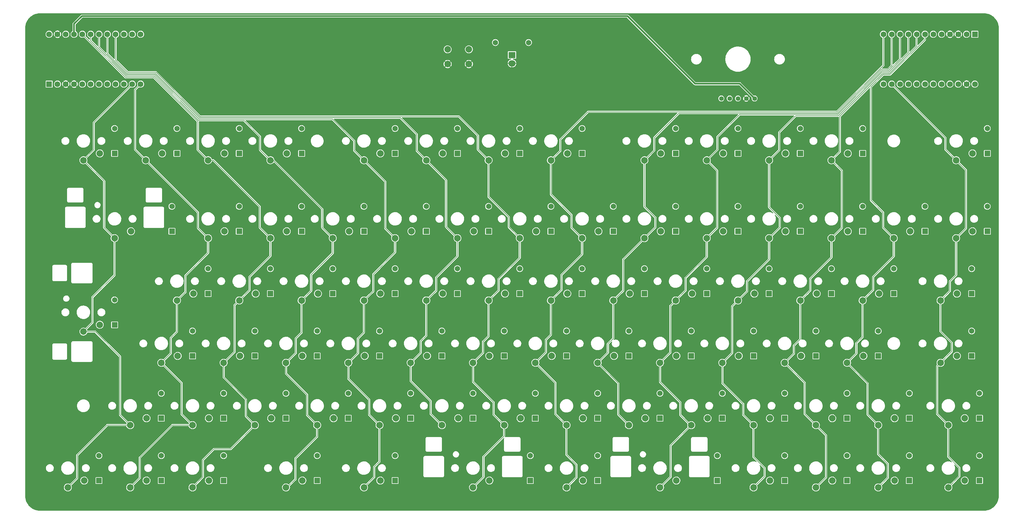
<source format=gbr>
%TF.GenerationSoftware,KiCad,Pcbnew,(6.0.2)*%
%TF.CreationDate,2022-03-06T23:14:38-03:00*%
%TF.ProjectId,BitterDev,42697474-6572-4446-9576-2e6b69636164,V1.1.0*%
%TF.SameCoordinates,Original*%
%TF.FileFunction,Copper,L2,Bot*%
%TF.FilePolarity,Positive*%
%FSLAX46Y46*%
G04 Gerber Fmt 4.6, Leading zero omitted, Abs format (unit mm)*
G04 Created by KiCad (PCBNEW (6.0.2)) date 2022-03-06 23:14:38*
%MOMM*%
%LPD*%
G01*
G04 APERTURE LIST*
%TA.AperFunction,ComponentPad*%
%ADD10C,1.651000*%
%TD*%
%TA.AperFunction,ComponentPad*%
%ADD11R,1.651000X1.651000*%
%TD*%
%TA.AperFunction,ComponentPad*%
%ADD12R,1.752600X1.752600*%
%TD*%
%TA.AperFunction,ComponentPad*%
%ADD13C,1.752600*%
%TD*%
%TA.AperFunction,ComponentPad*%
%ADD14C,2.000000*%
%TD*%
%TA.AperFunction,ComponentPad*%
%ADD15O,2.159000X1.905000*%
%TD*%
%TA.AperFunction,ComponentPad*%
%ADD16R,2.159000X1.905000*%
%TD*%
%TA.AperFunction,ComponentPad*%
%ADD17C,1.400000*%
%TD*%
%TA.AperFunction,Conductor*%
%ADD18C,0.200000*%
%TD*%
%TA.AperFunction,Conductor*%
%ADD19C,0.500000*%
%TD*%
G04 APERTURE END LIST*
D10*
%TO.P,D_6,1,K*%
%TO.N,row0b*%
X171037472Y-68427499D03*
D11*
%TO.P,D_6,2,A*%
%TO.N,Net-(D_6-Pad2)*%
X171037472Y-76047499D03*
%TD*%
D10*
%TO.P,D_71,1,K*%
%TO.N,row5a*%
X251999972Y-168439999D03*
D11*
%TO.P,D_71,2,A*%
%TO.N,Net-(D_71-Pad2)*%
X251999972Y-176059999D03*
%TD*%
D10*
%TO.P,D_58,1,K*%
%TO.N,row4a*%
X232949972Y-149389999D03*
D11*
%TO.P,D_58,2,A*%
%TO.N,Net-(D_58-Pad2)*%
X232949972Y-157009999D03*
%TD*%
D10*
%TO.P,D_52,1,K*%
%TO.N,row3b*%
X90074972Y-130339999D03*
D11*
%TO.P,D_52,2,A*%
%TO.N,Net-(D_52-Pad2)*%
X90074972Y-137959999D03*
%TD*%
D10*
%TO.P,D_23,1,K*%
%TO.N,row1b*%
X123412472Y-92239999D03*
D11*
%TO.P,D_23,2,A*%
%TO.N,Net-(D_23-Pad2)*%
X123412472Y-99859999D03*
%TD*%
D10*
%TO.P,D_40,1,K*%
%TO.N,row2b*%
X47212472Y-120814999D03*
D11*
%TO.P,D_40,2,A*%
%TO.N,Net-(D_40-Pad2)*%
X47212472Y-128434999D03*
%TD*%
D10*
%TO.P,D_1,1,K*%
%TO.N,row0a*%
X275812472Y-68427499D03*
D11*
%TO.P,D_1,2,A*%
%TO.N,Net-(D_1-Pad2)*%
X275812472Y-76047499D03*
%TD*%
D10*
%TO.P,D_42,1,K*%
%TO.N,row3a*%
X280574972Y-130339999D03*
D11*
%TO.P,D_42,2,A*%
%TO.N,Net-(D_42-Pad2)*%
X280574972Y-137959999D03*
%TD*%
D10*
%TO.P,D_10,1,K*%
%TO.N,row0b*%
X85312472Y-68427499D03*
D11*
%TO.P,D_10,2,A*%
%TO.N,Net-(D_10-Pad2)*%
X85312472Y-76047499D03*
%TD*%
D10*
%TO.P,D_5,1,K*%
%TO.N,row0a*%
X190087472Y-68427499D03*
D11*
%TO.P,D_5,2,A*%
%TO.N,Net-(D_5-Pad2)*%
X190087472Y-76047499D03*
%TD*%
D10*
%TO.P,D_17,1,K*%
%TO.N,row1a*%
X237712472Y-92239999D03*
D11*
%TO.P,D_17,2,A*%
%TO.N,Net-(D_17-Pad2)*%
X237712472Y-99859999D03*
%TD*%
D10*
%TO.P,D_35,1,K*%
%TO.N,row2b*%
X151987472Y-111289999D03*
D11*
%TO.P,D_35,2,A*%
%TO.N,Net-(D_35-Pad2)*%
X151987472Y-118909999D03*
%TD*%
D10*
%TO.P,D_65,1,K*%
%TO.N,row4b*%
X99599972Y-149389999D03*
D11*
%TO.P,D_65,2,A*%
%TO.N,Net-(D_65-Pad2)*%
X99599972Y-157009999D03*
%TD*%
D10*
%TO.P,D_29,1,K*%
%TO.N,row2a*%
X266287472Y-111289999D03*
D11*
%TO.P,D_29,2,A*%
%TO.N,Net-(D_29-Pad2)*%
X266287472Y-118909999D03*
%TD*%
D10*
%TO.P,R1,1*%
%TO.N,CAPS*%
X173736222Y-42149999D03*
%TO.P,R1,2*%
%TO.N,Net-(D_LED1-Pad2)*%
X163576222Y-42149999D03*
%TD*%
%TO.P,D_62,1,K*%
%TO.N,row4b*%
X156749972Y-149389999D03*
D11*
%TO.P,D_62,2,A*%
%TO.N,Net-(D_62-Pad2)*%
X156749972Y-157009999D03*
%TD*%
D10*
%TO.P,D_14,1,K*%
%TO.N,row1a*%
X294862472Y-92239999D03*
D11*
%TO.P,D_14,2,A*%
%TO.N,Net-(D_14-Pad2)*%
X294862472Y-99859999D03*
%TD*%
D10*
%TO.P,D_47,1,K*%
%TO.N,row3a*%
X185324972Y-130339999D03*
D11*
%TO.P,D_47,2,A*%
%TO.N,Net-(D_47-Pad2)*%
X185324972Y-137959999D03*
%TD*%
D10*
%TO.P,D_54,1,K*%
%TO.N,row4a*%
X311531222Y-149389999D03*
D11*
%TO.P,D_54,2,A*%
%TO.N,Net-(D_54-Pad2)*%
X311531222Y-157009999D03*
%TD*%
D10*
%TO.P,D_2,1,K*%
%TO.N,row0a*%
X256762472Y-68427499D03*
D11*
%TO.P,D_2,2,A*%
%TO.N,Net-(D_2-Pad2)*%
X256762472Y-76047499D03*
%TD*%
D10*
%TO.P,D_68,1,K*%
%TO.N,row5a*%
X311531222Y-168439999D03*
D11*
%TO.P,D_68,2,A*%
%TO.N,Net-(D_68-Pad2)*%
X311531222Y-176059999D03*
%TD*%
D10*
%TO.P,D_30,1,K*%
%TO.N,row2a*%
X247237472Y-111289999D03*
D11*
%TO.P,D_30,2,A*%
%TO.N,Net-(D_30-Pad2)*%
X247237472Y-118909999D03*
%TD*%
D10*
%TO.P,D_36,1,K*%
%TO.N,row2b*%
X132937472Y-111289999D03*
D11*
%TO.P,D_36,2,A*%
%TO.N,Net-(D_36-Pad2)*%
X132937472Y-118909999D03*
%TD*%
D10*
%TO.P,D_19,1,K*%
%TO.N,row1a*%
X199612472Y-92239999D03*
D11*
%TO.P,D_19,2,A*%
%TO.N,Net-(D_19-Pad2)*%
X199612472Y-99859999D03*
%TD*%
D10*
%TO.P,D_70,1,K*%
%TO.N,row5a*%
X271049972Y-168439999D03*
D11*
%TO.P,D_70,2,A*%
%TO.N,Net-(D_70-Pad2)*%
X271049972Y-176059999D03*
%TD*%
D10*
%TO.P,D_75,1,K*%
%TO.N,row5b*%
X132937472Y-168439999D03*
D11*
%TO.P,D_75,2,A*%
%TO.N,Net-(D_75-Pad2)*%
X132937472Y-176059999D03*
%TD*%
D10*
%TO.P,D_11,1,K*%
%TO.N,row0b*%
X66262472Y-68427499D03*
D11*
%TO.P,D_11,2,A*%
%TO.N,Net-(D_11-Pad2)*%
X66262472Y-76047499D03*
%TD*%
D10*
%TO.P,D_46,1,K*%
%TO.N,row3a*%
X204374972Y-130339999D03*
D11*
%TO.P,D_46,2,A*%
%TO.N,Net-(D_46-Pad2)*%
X204374972Y-137959999D03*
%TD*%
D10*
%TO.P,D_16,1,K*%
%TO.N,row1a*%
X256762472Y-92239999D03*
D11*
%TO.P,D_16,2,A*%
%TO.N,Net-(D_16-Pad2)*%
X256762472Y-99859999D03*
%TD*%
D10*
%TO.P,D_77,1,K*%
%TO.N,row5b*%
X80549972Y-168439999D03*
D11*
%TO.P,D_77,2,A*%
%TO.N,Net-(D_77-Pad2)*%
X80549972Y-176059999D03*
%TD*%
D10*
%TO.P,D_69,1,K*%
%TO.N,row5a*%
X290099972Y-168439999D03*
D11*
%TO.P,D_69,2,A*%
%TO.N,Net-(D_69-Pad2)*%
X290099972Y-176059999D03*
%TD*%
D10*
%TO.P,D_50,1,K*%
%TO.N,row3b*%
X128174972Y-130339999D03*
D11*
%TO.P,D_50,2,A*%
%TO.N,Net-(D_50-Pad2)*%
X128174972Y-137959999D03*
%TD*%
D10*
%TO.P,D_78,1,K*%
%TO.N,row5b*%
X61499972Y-168439999D03*
D11*
%TO.P,D_78,2,A*%
%TO.N,Net-(D_78-Pad2)*%
X61499972Y-176059999D03*
%TD*%
D10*
%TO.P,D_32,1,K*%
%TO.N,row2a*%
X209137472Y-111289999D03*
D11*
%TO.P,D_32,2,A*%
%TO.N,Net-(D_32-Pad2)*%
X209137472Y-118909999D03*
%TD*%
D10*
%TO.P,D_59,1,K*%
%TO.N,row4a*%
X213899972Y-149389999D03*
D11*
%TO.P,D_59,2,A*%
%TO.N,Net-(D_59-Pad2)*%
X213899972Y-157009999D03*
%TD*%
D10*
%TO.P,D_53,1,K*%
%TO.N,row3b*%
X71024972Y-130339999D03*
D11*
%TO.P,D_53,2,A*%
%TO.N,Net-(D_53-Pad2)*%
X71024972Y-137959999D03*
%TD*%
D10*
%TO.P,D_41,1,K*%
%TO.N,row3a*%
X309149972Y-130339999D03*
D11*
%TO.P,D_41,2,A*%
%TO.N,Net-(D_41-Pad2)*%
X309149972Y-137959999D03*
%TD*%
D10*
%TO.P,D_49,1,K*%
%TO.N,row3b*%
X147224972Y-130339999D03*
D11*
%TO.P,D_49,2,A*%
%TO.N,Net-(D_49-Pad2)*%
X147224972Y-137959999D03*
%TD*%
D10*
%TO.P,D_20,1,K*%
%TO.N,row1b*%
X180562472Y-92239999D03*
D11*
%TO.P,D_20,2,A*%
%TO.N,Net-(D_20-Pad2)*%
X180562472Y-99859999D03*
%TD*%
D10*
%TO.P,D_24,1,K*%
%TO.N,row1b*%
X104362472Y-92239999D03*
D11*
%TO.P,D_24,2,A*%
%TO.N,Net-(D_24-Pad2)*%
X104362472Y-99859999D03*
%TD*%
D10*
%TO.P,D_18,1,K*%
%TO.N,row1a*%
X218662472Y-92239999D03*
D11*
%TO.P,D_18,2,A*%
%TO.N,Net-(D_18-Pad2)*%
X218662472Y-99859999D03*
%TD*%
D10*
%TO.P,D_37,1,K*%
%TO.N,row2b*%
X113887472Y-111289999D03*
D11*
%TO.P,D_37,2,A*%
%TO.N,Net-(D_37-Pad2)*%
X113887472Y-118909999D03*
%TD*%
D10*
%TO.P,D_9,1,K*%
%TO.N,row0b*%
X104362472Y-68427499D03*
D11*
%TO.P,D_9,2,A*%
%TO.N,Net-(D_9-Pad2)*%
X104362472Y-76047499D03*
%TD*%
D12*
%TO.P,U1,1,TX0/PD3*%
%TO.N,DATA*%
X310102722Y-39617499D03*
D13*
%TO.P,U1,2,RX1/PD2*%
%TO.N,unconnected-(U1-Pad2)*%
X307562722Y-39617499D03*
%TO.P,U1,3,GND*%
%TO.N,GND*%
X305022722Y-39617499D03*
%TO.P,U1,4,GND*%
X302482722Y-39617499D03*
%TO.P,U1,5,2/PD1*%
%TO.N,ENC_A*%
X299942722Y-39617499D03*
%TO.P,U1,6,3/PD0*%
%TO.N,ENC_B*%
X297402722Y-39617499D03*
%TO.P,U1,7,4/PD4*%
%TO.N,col1*%
X294862722Y-39617499D03*
%TO.P,U1,8,5/PC6*%
%TO.N,col2*%
X292322722Y-39617499D03*
%TO.P,U1,9,6/PD7*%
%TO.N,col3*%
X289782722Y-39617499D03*
%TO.P,U1,10,7/PE6*%
%TO.N,col4*%
X287242722Y-39617499D03*
%TO.P,U1,11,8/PB4*%
%TO.N,col5*%
X284702722Y-39617499D03*
%TO.P,U1,12,9/PB5*%
%TO.N,col6*%
X282162722Y-39617499D03*
%TO.P,U1,13,10/PB6*%
%TO.N,CAPS*%
X282162722Y-54857499D03*
%TO.P,U1,14,16/PB2*%
%TO.N,col0*%
X284702722Y-54857499D03*
%TO.P,U1,15,14/PB3*%
%TO.N,row0a*%
X287242722Y-54857499D03*
%TO.P,U1,16,15/PB1*%
%TO.N,row1a*%
X289782722Y-54857499D03*
%TO.P,U1,17,A0/PF7*%
%TO.N,row2a*%
X292322722Y-54857499D03*
%TO.P,U1,18,A1/PF6*%
%TO.N,row3a*%
X294862722Y-54857499D03*
%TO.P,U1,19,A2/PF5*%
%TO.N,row4a*%
X297402722Y-54857499D03*
%TO.P,U1,20,A3/PF4*%
%TO.N,row5a*%
X299942722Y-54857499D03*
%TO.P,U1,21,VCC*%
%TO.N,VCC*%
X302482722Y-54857499D03*
%TO.P,U1,22,RST*%
%TO.N,RST*%
X305022722Y-54857499D03*
%TO.P,U1,23,GND*%
%TO.N,GND*%
X307562722Y-54857499D03*
%TO.P,U1,24,RAW*%
%TO.N,unconnected-(U1-Pad24)*%
X310102722Y-54857499D03*
%TD*%
D10*
%TO.P,D_57,1,K*%
%TO.N,row4a*%
X251999972Y-149389999D03*
D11*
%TO.P,D_57,2,A*%
%TO.N,Net-(D_57-Pad2)*%
X251999972Y-157009999D03*
%TD*%
D10*
%TO.P,D_27,1,K*%
%TO.N,row2a*%
X309149972Y-111289999D03*
D11*
%TO.P,D_27,2,A*%
%TO.N,Net-(D_27-Pad2)*%
X309149972Y-118909999D03*
%TD*%
D10*
%TO.P,D_7,1,K*%
%TO.N,row0b*%
X151987472Y-68427499D03*
D11*
%TO.P,D_7,2,A*%
%TO.N,Net-(D_7-Pad2)*%
X151987472Y-76047499D03*
%TD*%
D10*
%TO.P,D_38,1,K*%
%TO.N,row2b*%
X94837472Y-111289999D03*
D11*
%TO.P,D_38,2,A*%
%TO.N,Net-(D_38-Pad2)*%
X94837472Y-118909999D03*
%TD*%
D10*
%TO.P,D_31,1,K*%
%TO.N,row2a*%
X228187472Y-111289999D03*
D11*
%TO.P,D_31,2,A*%
%TO.N,Net-(D_31-Pad2)*%
X228187472Y-118909999D03*
%TD*%
D10*
%TO.P,D_34,1,K*%
%TO.N,row2b*%
X171037472Y-111289999D03*
D11*
%TO.P,D_34,2,A*%
%TO.N,Net-(D_34-Pad2)*%
X171037472Y-118909999D03*
%TD*%
D10*
%TO.P,D_72,1,K*%
%TO.N,row5a*%
X231424472Y-168439999D03*
D11*
%TO.P,D_72,2,A*%
%TO.N,Net-(D_72-Pad2)*%
X231424472Y-176059999D03*
%TD*%
D10*
%TO.P,D_43,1,K*%
%TO.N,row3a*%
X261524972Y-130339999D03*
D11*
%TO.P,D_43,2,A*%
%TO.N,Net-(D_43-Pad2)*%
X261524972Y-137959999D03*
%TD*%
D10*
%TO.P,D_12,1,K*%
%TO.N,row0b*%
X47212472Y-68427499D03*
D11*
%TO.P,D_12,2,A*%
%TO.N,Net-(D_12-Pad2)*%
X47212472Y-76047499D03*
%TD*%
D10*
%TO.P,D_63,1,K*%
%TO.N,row4b*%
X137699972Y-149389999D03*
D11*
%TO.P,D_63,2,A*%
%TO.N,Net-(D_63-Pad2)*%
X137699972Y-157009999D03*
%TD*%
D10*
%TO.P,D_21,1,K*%
%TO.N,row1b*%
X161512472Y-92239999D03*
D11*
%TO.P,D_21,2,A*%
%TO.N,Net-(D_21-Pad2)*%
X161512472Y-99859999D03*
%TD*%
D10*
%TO.P,D_48,1,K*%
%TO.N,row3b*%
X166274972Y-130339999D03*
D11*
%TO.P,D_48,2,A*%
%TO.N,Net-(D_48-Pad2)*%
X166274972Y-137959999D03*
%TD*%
D10*
%TO.P,D_61,1,K*%
%TO.N,row4b*%
X175799972Y-149389999D03*
D11*
%TO.P,D_61,2,A*%
%TO.N,Net-(D_61-Pad2)*%
X175799972Y-157009999D03*
%TD*%
D10*
%TO.P,D_26,1,K*%
%TO.N,row1b*%
X64737472Y-92239999D03*
D11*
%TO.P,D_26,2,A*%
%TO.N,Net-(D_26-Pad2)*%
X64737472Y-99859999D03*
%TD*%
D10*
%TO.P,D_0,1,K*%
%TO.N,row0a*%
X313912472Y-68427499D03*
D11*
%TO.P,D_0,2,A*%
%TO.N,Net-(D_0-Pad2)*%
X313912472Y-76047499D03*
%TD*%
D10*
%TO.P,D_74,1,K*%
%TO.N,row5b*%
X174274972Y-168439999D03*
D11*
%TO.P,D_74,2,A*%
%TO.N,Net-(D_74-Pad2)*%
X174274972Y-176059999D03*
%TD*%
D10*
%TO.P,D_64,1,K*%
%TO.N,row4b*%
X118649972Y-149389999D03*
D11*
%TO.P,D_64,2,A*%
%TO.N,Net-(D_64-Pad2)*%
X118649972Y-157009999D03*
%TD*%
D10*
%TO.P,D_56,1,K*%
%TO.N,row4a*%
X271049972Y-149389999D03*
D11*
%TO.P,D_56,2,A*%
%TO.N,Net-(D_56-Pad2)*%
X271049972Y-157009999D03*
%TD*%
D10*
%TO.P,D_67,1,K*%
%TO.N,row4b*%
X61499972Y-149389999D03*
D11*
%TO.P,D_67,2,A*%
%TO.N,Net-(D_67-Pad2)*%
X61499972Y-157009999D03*
%TD*%
D10*
%TO.P,D_44,1,K*%
%TO.N,row3a*%
X242474972Y-130339999D03*
D11*
%TO.P,D_44,2,A*%
%TO.N,Net-(D_44-Pad2)*%
X242474972Y-137959999D03*
%TD*%
D10*
%TO.P,D_60,1,K*%
%TO.N,row4a*%
X194849972Y-149389999D03*
D11*
%TO.P,D_60,2,A*%
%TO.N,Net-(D_60-Pad2)*%
X194849972Y-157009999D03*
%TD*%
D10*
%TO.P,D_15,1,K*%
%TO.N,row1a*%
X275812472Y-92239999D03*
D11*
%TO.P,D_15,2,A*%
%TO.N,Net-(D_15-Pad2)*%
X275812472Y-99859999D03*
%TD*%
D10*
%TO.P,D_45,1,K*%
%TO.N,row3a*%
X223424972Y-130339999D03*
D11*
%TO.P,D_45,2,A*%
%TO.N,Net-(D_45-Pad2)*%
X223424972Y-137959999D03*
%TD*%
D12*
%TO.P,U2,1,TX0/PD3*%
%TO.N,DATA*%
X27209722Y-54857499D03*
D13*
%TO.P,U2,2,RX1/PD2*%
%TO.N,unconnected-(U2-Pad2)*%
X29749722Y-54857499D03*
%TO.P,U2,3,GND*%
%TO.N,GND*%
X32289722Y-54857499D03*
%TO.P,U2,4,GND*%
X34829722Y-54857499D03*
%TO.P,U2,5,2/PD1*%
%TO.N,row5b*%
X37369722Y-54857499D03*
%TO.P,U2,6,3/PD0*%
%TO.N,row4b*%
X39909722Y-54857499D03*
%TO.P,U2,7,4/PD4*%
%TO.N,row3b*%
X42449722Y-54857499D03*
%TO.P,U2,8,5/PC6*%
%TO.N,row2b*%
X44989722Y-54857499D03*
%TO.P,U2,9,6/PD7*%
%TO.N,row1b*%
X47529722Y-54857499D03*
%TO.P,U2,10,7/PE6*%
%TO.N,row0b*%
X50069722Y-54857499D03*
%TO.P,U2,11,8/PB4*%
%TO.N,col13*%
X52609722Y-54857499D03*
%TO.P,U2,12,9/PB5*%
%TO.N,col12*%
X55149722Y-54857499D03*
%TO.P,U2,13,10/PB6*%
%TO.N,unconnected-(U2-Pad13)*%
X55149722Y-39617499D03*
%TO.P,U2,14,16/PB2*%
%TO.N,unconnected-(U2-Pad14)*%
X52609722Y-39617499D03*
%TO.P,U2,15,14/PB3*%
%TO.N,unconnected-(U2-Pad15)*%
X50069722Y-39617499D03*
%TO.P,U2,16,15/PB1*%
%TO.N,col7*%
X47529722Y-39617499D03*
%TO.P,U2,17,A0/PF7*%
%TO.N,col8*%
X44989722Y-39617499D03*
%TO.P,U2,18,A1/PF6*%
%TO.N,col9*%
X42449722Y-39617499D03*
%TO.P,U2,19,A2/PF5*%
%TO.N,col10*%
X39909722Y-39617499D03*
%TO.P,U2,20,A3/PF4*%
%TO.N,col11*%
X37369722Y-39617499D03*
%TO.P,U2,21,VCC*%
%TO.N,VCC*%
X34829722Y-39617499D03*
%TO.P,U2,22,RST*%
%TO.N,RST*%
X32289722Y-39617499D03*
%TO.P,U2,23,GND*%
%TO.N,GND*%
X29749722Y-39617499D03*
%TO.P,U2,24,RAW*%
%TO.N,unconnected-(U2-Pad24)*%
X27209722Y-39617499D03*
%TD*%
D10*
%TO.P,D_33,1,K*%
%TO.N,row2a*%
X190087472Y-111289999D03*
D11*
%TO.P,D_33,2,A*%
%TO.N,Net-(D_33-Pad2)*%
X190087472Y-118909999D03*
%TD*%
D10*
%TO.P,D_51,1,K*%
%TO.N,row3b*%
X109124972Y-130339999D03*
D11*
%TO.P,D_51,2,A*%
%TO.N,Net-(D_51-Pad2)*%
X109124972Y-137959999D03*
%TD*%
D10*
%TO.P,D_55,1,K*%
%TO.N,row4a*%
X290099972Y-149389999D03*
D11*
%TO.P,D_55,2,A*%
%TO.N,Net-(D_55-Pad2)*%
X290099972Y-157009999D03*
%TD*%
D10*
%TO.P,D_25,1,K*%
%TO.N,row1b*%
X85312472Y-92239999D03*
D11*
%TO.P,D_25,2,A*%
%TO.N,Net-(D_25-Pad2)*%
X85312472Y-99859999D03*
%TD*%
D10*
%TO.P,D_66,1,K*%
%TO.N,row4b*%
X80549972Y-149389999D03*
D11*
%TO.P,D_66,2,A*%
%TO.N,Net-(D_66-Pad2)*%
X80549972Y-157009999D03*
%TD*%
D10*
%TO.P,D_73,1,K*%
%TO.N,row5a*%
X194849472Y-168439999D03*
D11*
%TO.P,D_73,2,A*%
%TO.N,Net-(D_73-Pad2)*%
X194849472Y-176059999D03*
%TD*%
D10*
%TO.P,D_22,1,K*%
%TO.N,row1b*%
X142462472Y-92239999D03*
D11*
%TO.P,D_22,2,A*%
%TO.N,Net-(D_22-Pad2)*%
X142462472Y-99859999D03*
%TD*%
D10*
%TO.P,D_8,1,K*%
%TO.N,row0b*%
X132937472Y-68427499D03*
D11*
%TO.P,D_8,2,A*%
%TO.N,Net-(D_8-Pad2)*%
X132937472Y-76047499D03*
%TD*%
D10*
%TO.P,D_3,1,K*%
%TO.N,row0a*%
X237712472Y-68427499D03*
D11*
%TO.P,D_3,2,A*%
%TO.N,Net-(D_3-Pad2)*%
X237712472Y-76047499D03*
%TD*%
D10*
%TO.P,D_39,1,K*%
%TO.N,row2b*%
X75787472Y-111289999D03*
D11*
%TO.P,D_39,2,A*%
%TO.N,Net-(D_39-Pad2)*%
X75787472Y-118909999D03*
%TD*%
D10*
%TO.P,D_4,1,K*%
%TO.N,row0a*%
X218662472Y-68427499D03*
D11*
%TO.P,D_4,2,A*%
%TO.N,Net-(D_4-Pad2)*%
X218662472Y-76047499D03*
%TD*%
D10*
%TO.P,D_79,1,K*%
%TO.N,row5b*%
X42449972Y-168439999D03*
D11*
%TO.P,D_79,2,A*%
%TO.N,Net-(D_79-Pad2)*%
X42449972Y-176059999D03*
%TD*%
D10*
%TO.P,D_28,1,K*%
%TO.N,row2a*%
X285337472Y-111289999D03*
D11*
%TO.P,D_28,2,A*%
%TO.N,Net-(D_28-Pad2)*%
X285337472Y-118909999D03*
%TD*%
D14*
%TO.P,SW1,1,1*%
%TO.N,RST*%
X155487472Y-44237499D03*
X148987472Y-44237499D03*
%TO.P,SW1,2,2*%
%TO.N,GND*%
X155487472Y-48737499D03*
X148987472Y-48737499D03*
%TD*%
D10*
%TO.P,D_13,1,K*%
%TO.N,row1a*%
X313912472Y-92239999D03*
D11*
%TO.P,D_13,2,A*%
%TO.N,Net-(D_13-Pad2)*%
X313912472Y-99859999D03*
%TD*%
D10*
%TO.P,D_76,1,K*%
%TO.N,row5b*%
X109124972Y-168439999D03*
D11*
%TO.P,D_76,2,A*%
%TO.N,Net-(D_76-Pad2)*%
X109124972Y-176059999D03*
%TD*%
D14*
%TO.P,K_65,1,COL*%
%TO.N,col11*%
X90074972Y-159099999D03*
%TO.P,K_65,2,ROW*%
%TO.N,Net-(D_65-Pad2)*%
X95074972Y-156999999D03*
%TD*%
%TO.P,K_49,1,COL*%
%TO.N,col8*%
X137699972Y-140049999D03*
%TO.P,K_49,2,ROW*%
%TO.N,Net-(D_49-Pad2)*%
X142699972Y-137949999D03*
%TD*%
%TO.P,K_0,1,COL*%
%TO.N,col0*%
X304387472Y-78137499D03*
%TO.P,K_0,2,ROW*%
%TO.N,Net-(D_0-Pad2)*%
X309387472Y-76037499D03*
%TD*%
%TO.P,K_32,1,COL*%
%TO.N,col5*%
X199612472Y-120999999D03*
%TO.P,K_32,2,ROW*%
%TO.N,Net-(D_32-Pad2)*%
X204612472Y-118899999D03*
%TD*%
%TO.P,K_1,1,COL*%
%TO.N,col2*%
X266287472Y-78137499D03*
%TO.P,K_1,2,ROW*%
%TO.N,Net-(D_1-Pad2)*%
X271287472Y-76037499D03*
%TD*%
%TO.P,K_39,1,COL*%
%TO.N,col12*%
X66262472Y-120999999D03*
%TO.P,K_39,2,ROW*%
%TO.N,Net-(D_39-Pad2)*%
X71262472Y-118899999D03*
%TD*%
%TO.P,K_29,1,COL*%
%TO.N,col2*%
X256762472Y-120999999D03*
%TO.P,K_29,2,ROW*%
%TO.N,Net-(D_29-Pad2)*%
X261762472Y-118899999D03*
%TD*%
%TO.P,K_35,1,COL*%
%TO.N,col8*%
X142462472Y-120999999D03*
%TO.P,K_35,2,ROW*%
%TO.N,Net-(D_35-Pad2)*%
X147462472Y-118899999D03*
%TD*%
%TO.P,K_54,1,COL*%
%TO.N,col0*%
X302006222Y-159099999D03*
%TO.P,K_54,2,ROW*%
%TO.N,Net-(D_54-Pad2)*%
X307006222Y-156999999D03*
%TD*%
D15*
%TO.P,D_LED1,1,K*%
%TO.N,GND*%
X168656222Y-48507499D03*
D16*
%TO.P,D_LED1,2,A*%
%TO.N,Net-(D_LED1-Pad2)*%
X168656222Y-45967499D03*
%TD*%
D14*
%TO.P,K_47,1,COL*%
%TO.N,col6*%
X175799972Y-140049999D03*
%TO.P,K_47,2,ROW*%
%TO.N,Net-(D_47-Pad2)*%
X180799972Y-137949999D03*
%TD*%
%TO.P,K_45,1,COL*%
%TO.N,col4*%
X213899972Y-140049999D03*
%TO.P,K_45,2,ROW*%
%TO.N,Net-(D_45-Pad2)*%
X218899972Y-137949999D03*
%TD*%
%TO.P,K_21,1,COL*%
%TO.N,col8*%
X151987472Y-101949999D03*
%TO.P,K_21,2,ROW*%
%TO.N,Net-(D_21-Pad2)*%
X156987472Y-99849999D03*
%TD*%
%TO.P,K_4,1,COL*%
%TO.N,col5*%
X209137472Y-78137499D03*
%TO.P,K_4,2,ROW*%
%TO.N,Net-(D_4-Pad2)*%
X214137472Y-76037499D03*
%TD*%
%TO.P,K_48,1,COL*%
%TO.N,col7*%
X156749972Y-140049999D03*
%TO.P,K_48,2,ROW*%
%TO.N,Net-(D_48-Pad2)*%
X161749972Y-137949999D03*
%TD*%
%TO.P,K_41,1,COL*%
%TO.N,col0*%
X299624972Y-140049999D03*
%TO.P,K_41,2,ROW*%
%TO.N,Net-(D_41-Pad2)*%
X304624972Y-137949999D03*
%TD*%
%TO.P,K_2,1,COL*%
%TO.N,col3*%
X247237472Y-78137499D03*
%TO.P,K_2,2,ROW*%
%TO.N,Net-(D_2-Pad2)*%
X252237472Y-76037499D03*
%TD*%
%TO.P,K_68,1,COL*%
%TO.N,col0*%
X302006222Y-178149999D03*
%TO.P,K_68,2,ROW*%
%TO.N,Net-(D_68-Pad2)*%
X307006222Y-176049999D03*
%TD*%
%TO.P,K_10,1,COL*%
%TO.N,col11*%
X75787472Y-78137499D03*
%TO.P,K_10,2,ROW*%
%TO.N,Net-(D_10-Pad2)*%
X80787472Y-76037499D03*
%TD*%
%TO.P,K_9,1,COL*%
%TO.N,col10*%
X94837472Y-78137499D03*
%TO.P,K_9,2,ROW*%
%TO.N,Net-(D_9-Pad2)*%
X99837472Y-76037499D03*
%TD*%
%TO.P,K_40,1,COL*%
%TO.N,col13*%
X37687472Y-130524999D03*
%TO.P,K_40,2,ROW*%
%TO.N,Net-(D_40-Pad2)*%
X42687472Y-128424999D03*
%TD*%
%TO.P,K_25,1,COL*%
%TO.N,col12*%
X75787472Y-101949999D03*
%TO.P,K_25,2,ROW*%
%TO.N,Net-(D_25-Pad2)*%
X80787472Y-99849999D03*
%TD*%
%TO.P,K_3,1,COL*%
%TO.N,col4*%
X228187472Y-78137499D03*
%TO.P,K_3,2,ROW*%
%TO.N,Net-(D_3-Pad2)*%
X233187472Y-76037499D03*
%TD*%
%TO.P,K_79,1,COL*%
%TO.N,col13*%
X32924972Y-178149999D03*
%TO.P,K_79,2,ROW*%
%TO.N,Net-(D_79-Pad2)*%
X37924972Y-176049999D03*
%TD*%
%TO.P,K_13,1,COL*%
%TO.N,col0*%
X304387472Y-101949999D03*
%TO.P,K_13,2,ROW*%
%TO.N,Net-(D_13-Pad2)*%
X309387472Y-99849999D03*
%TD*%
%TO.P,K_51,1,COL*%
%TO.N,col10*%
X99599972Y-140049999D03*
%TO.P,K_51,2,ROW*%
%TO.N,Net-(D_51-Pad2)*%
X104599972Y-137949999D03*
%TD*%
%TO.P,K_17,1,COL*%
%TO.N,col4*%
X228187472Y-101949999D03*
%TO.P,K_17,2,ROW*%
%TO.N,Net-(D_17-Pad2)*%
X233187472Y-99849999D03*
%TD*%
%TO.P,K_15,1,COL*%
%TO.N,col2*%
X266287472Y-101949999D03*
%TO.P,K_15,2,ROW*%
%TO.N,Net-(D_15-Pad2)*%
X271287472Y-99849999D03*
%TD*%
%TO.P,K_44,1,COL*%
%TO.N,col3*%
X232949972Y-140049999D03*
%TO.P,K_44,2,ROW*%
%TO.N,Net-(D_44-Pad2)*%
X237949972Y-137949999D03*
%TD*%
%TO.P,K_31,1,COL*%
%TO.N,col4*%
X218662472Y-120999999D03*
%TO.P,K_31,2,ROW*%
%TO.N,Net-(D_31-Pad2)*%
X223662472Y-118899999D03*
%TD*%
%TO.P,K_77,1,COL*%
%TO.N,col11*%
X71024972Y-178149999D03*
%TO.P,K_77,2,ROW*%
%TO.N,Net-(D_77-Pad2)*%
X76024972Y-176049999D03*
%TD*%
%TO.P,K_75,1,COL*%
%TO.N,col9*%
X123412472Y-178149999D03*
%TO.P,K_75,2,ROW*%
%TO.N,Net-(D_75-Pad2)*%
X128412472Y-176049999D03*
%TD*%
%TO.P,K_18,1,COL*%
%TO.N,col5*%
X209137472Y-101949999D03*
%TO.P,K_18,2,ROW*%
%TO.N,Net-(D_18-Pad2)*%
X214137472Y-99849999D03*
%TD*%
%TO.P,K_38,1,COL*%
%TO.N,col11*%
X85312472Y-120999999D03*
%TO.P,K_38,2,ROW*%
%TO.N,Net-(D_38-Pad2)*%
X90312472Y-118899999D03*
%TD*%
%TO.P,K_7,1,COL*%
%TO.N,col8*%
X142462472Y-78137499D03*
%TO.P,K_7,2,ROW*%
%TO.N,Net-(D_7-Pad2)*%
X147462472Y-76037499D03*
%TD*%
%TO.P,K_28,1,COL*%
%TO.N,col1*%
X275812472Y-120999999D03*
%TO.P,K_28,2,ROW*%
%TO.N,Net-(D_28-Pad2)*%
X280812472Y-118899999D03*
%TD*%
%TO.P,K_53,1,COL*%
%TO.N,col12*%
X61499972Y-140049999D03*
%TO.P,K_53,2,ROW*%
%TO.N,Net-(D_53-Pad2)*%
X66499972Y-137949999D03*
%TD*%
%TO.P,K_34,1,COL*%
%TO.N,col7*%
X161512472Y-120999999D03*
%TO.P,K_34,2,ROW*%
%TO.N,Net-(D_34-Pad2)*%
X166512472Y-118899999D03*
%TD*%
%TO.P,K_37,1,COL*%
%TO.N,col10*%
X104362472Y-120999999D03*
%TO.P,K_37,2,ROW*%
%TO.N,Net-(D_37-Pad2)*%
X109362472Y-118899999D03*
%TD*%
%TO.P,K_56,1,COL*%
%TO.N,col2*%
X261524972Y-159099999D03*
%TO.P,K_56,2,ROW*%
%TO.N,Net-(D_56-Pad2)*%
X266524972Y-156999999D03*
%TD*%
%TO.P,K_70,1,COL*%
%TO.N,col2*%
X261524972Y-178149999D03*
%TO.P,K_70,2,ROW*%
%TO.N,Net-(D_70-Pad2)*%
X266524972Y-176049999D03*
%TD*%
%TO.P,K_61,1,COL*%
%TO.N,col7*%
X166274972Y-159099999D03*
%TO.P,K_61,2,ROW*%
%TO.N,Net-(D_61-Pad2)*%
X171274972Y-156999999D03*
%TD*%
%TO.P,K_24,1,COL*%
%TO.N,col11*%
X94837472Y-101949999D03*
%TO.P,K_24,2,ROW*%
%TO.N,Net-(D_24-Pad2)*%
X99837472Y-99849999D03*
%TD*%
%TO.P,K_64,1,COL*%
%TO.N,col10*%
X109124972Y-159099999D03*
%TO.P,K_64,2,ROW*%
%TO.N,Net-(D_64-Pad2)*%
X114124972Y-156999999D03*
%TD*%
%TO.P,K_52,1,COL*%
%TO.N,col11*%
X80549972Y-140049999D03*
%TO.P,K_52,2,ROW*%
%TO.N,Net-(D_52-Pad2)*%
X85549972Y-137949999D03*
%TD*%
%TO.P,K_50,1,COL*%
%TO.N,col9*%
X118649972Y-140049999D03*
%TO.P,K_50,2,ROW*%
%TO.N,Net-(D_50-Pad2)*%
X123649972Y-137949999D03*
%TD*%
%TO.P,K_60,1,COL*%
%TO.N,col6*%
X185324972Y-159099999D03*
%TO.P,K_60,2,ROW*%
%TO.N,Net-(D_60-Pad2)*%
X190324972Y-156999999D03*
%TD*%
%TO.P,K_11,1,COL*%
%TO.N,col12*%
X56737472Y-78137499D03*
%TO.P,K_11,2,ROW*%
%TO.N,Net-(D_11-Pad2)*%
X61737472Y-76037499D03*
%TD*%
D17*
%TO.P,J1,1,VCC*%
%TO.N,VCC*%
X242792472Y-59252499D03*
%TO.P,J1,2,GND*%
%TO.N,GND*%
X240252472Y-59252499D03*
%TO.P,J1,3,A*%
%TO.N,ENC_A*%
X237712472Y-59252499D03*
%TO.P,J1,4,B*%
%TO.N,ENC_B*%
X235172472Y-59252499D03*
%TO.P,J1,5,C*%
%TO.N,unconnected-(J1-Pad5)*%
X232632472Y-59252499D03*
%TD*%
D14*
%TO.P,K_26,1,COL*%
%TO.N,col13*%
X47212472Y-101949999D03*
%TO.P,K_26,2,ROW*%
%TO.N,Net-(D_26-Pad2)*%
X52212472Y-99849999D03*
%TD*%
%TO.P,K_66,1,COL*%
%TO.N,col12*%
X71024972Y-159099999D03*
%TO.P,K_66,2,ROW*%
%TO.N,Net-(D_66-Pad2)*%
X76024972Y-156999999D03*
%TD*%
%TO.P,K_30,1,COL*%
%TO.N,col3*%
X237712472Y-120999999D03*
%TO.P,K_30,2,ROW*%
%TO.N,Net-(D_30-Pad2)*%
X242712472Y-118899999D03*
%TD*%
%TO.P,K_42,1,COL*%
%TO.N,col1*%
X271049972Y-140049999D03*
%TO.P,K_42,2,ROW*%
%TO.N,Net-(D_42-Pad2)*%
X276049972Y-137949999D03*
%TD*%
%TO.P,K_67,1,COL*%
%TO.N,col13*%
X51974972Y-159099999D03*
%TO.P,K_67,2,ROW*%
%TO.N,Net-(D_67-Pad2)*%
X56974972Y-156999999D03*
%TD*%
%TO.P,K_19,1,COL*%
%TO.N,col6*%
X190087472Y-101949999D03*
%TO.P,K_19,2,ROW*%
%TO.N,Net-(D_19-Pad2)*%
X195087472Y-99849999D03*
%TD*%
%TO.P,K_20,1,COL*%
%TO.N,col7*%
X171037472Y-101949999D03*
%TO.P,K_20,2,ROW*%
%TO.N,Net-(D_20-Pad2)*%
X176037472Y-99849999D03*
%TD*%
%TO.P,K_69,1,COL*%
%TO.N,col1*%
X280574972Y-178149999D03*
%TO.P,K_69,2,ROW*%
%TO.N,Net-(D_69-Pad2)*%
X285574972Y-176049999D03*
%TD*%
%TO.P,K_6,1,COL*%
%TO.N,col7*%
X161512472Y-78137499D03*
%TO.P,K_6,2,ROW*%
%TO.N,Net-(D_6-Pad2)*%
X166512472Y-76037499D03*
%TD*%
%TO.P,K_71,1,COL*%
%TO.N,col3*%
X242474972Y-178149999D03*
%TO.P,K_71,2,ROW*%
%TO.N,Net-(D_71-Pad2)*%
X247474972Y-176049999D03*
%TD*%
%TO.P,K_58,1,COL*%
%TO.N,col4*%
X223424972Y-159099999D03*
%TO.P,K_58,2,ROW*%
%TO.N,Net-(D_58-Pad2)*%
X228424972Y-156999999D03*
%TD*%
%TO.P,K_16,1,COL*%
%TO.N,col3*%
X247237472Y-101949999D03*
%TO.P,K_16,2,ROW*%
%TO.N,Net-(D_16-Pad2)*%
X252237472Y-99849999D03*
%TD*%
%TO.P,K_12,1,COL*%
%TO.N,col13*%
X37687472Y-78137499D03*
%TO.P,K_12,2,ROW*%
%TO.N,Net-(D_12-Pad2)*%
X42687472Y-76037499D03*
%TD*%
%TO.P,K_27,1,COL*%
%TO.N,col0*%
X299624972Y-120999999D03*
%TO.P,K_27,2,ROW*%
%TO.N,Net-(D_27-Pad2)*%
X304624972Y-118899999D03*
%TD*%
%TO.P,K_23,1,COL*%
%TO.N,col10*%
X113887472Y-101949999D03*
%TO.P,K_23,2,ROW*%
%TO.N,Net-(D_23-Pad2)*%
X118887472Y-99849999D03*
%TD*%
%TO.P,K_22,1,COL*%
%TO.N,col9*%
X132937472Y-101949999D03*
%TO.P,K_22,2,ROW*%
%TO.N,Net-(D_22-Pad2)*%
X137937472Y-99849999D03*
%TD*%
%TO.P,K_57,1,COL*%
%TO.N,col3*%
X242474972Y-159099999D03*
%TO.P,K_57,2,ROW*%
%TO.N,Net-(D_57-Pad2)*%
X247474972Y-156999999D03*
%TD*%
%TO.P,K_73,1,COL*%
%TO.N,col6*%
X185324472Y-178149999D03*
%TO.P,K_73,2,ROW*%
%TO.N,Net-(D_73-Pad2)*%
X190324472Y-176049999D03*
%TD*%
%TO.P,K_36,1,COL*%
%TO.N,col9*%
X123412472Y-120999999D03*
%TO.P,K_36,2,ROW*%
%TO.N,Net-(D_36-Pad2)*%
X128412472Y-118899999D03*
%TD*%
%TO.P,K_72,1,COL*%
%TO.N,col4*%
X213899472Y-178149999D03*
%TO.P,K_72,2,ROW*%
%TO.N,Net-(D_72-Pad2)*%
X218899472Y-176049999D03*
%TD*%
%TO.P,K_8,1,COL*%
%TO.N,col9*%
X123412472Y-78137499D03*
%TO.P,K_8,2,ROW*%
%TO.N,Net-(D_8-Pad2)*%
X128412472Y-76037499D03*
%TD*%
%TO.P,K_14,1,COL*%
%TO.N,col1*%
X285337472Y-101949999D03*
%TO.P,K_14,2,ROW*%
%TO.N,Net-(D_14-Pad2)*%
X290337472Y-99849999D03*
%TD*%
%TO.P,K_59,1,COL*%
%TO.N,col5*%
X204374972Y-159099999D03*
%TO.P,K_59,2,ROW*%
%TO.N,Net-(D_59-Pad2)*%
X209374972Y-156999999D03*
%TD*%
%TO.P,K_63,1,COL*%
%TO.N,col9*%
X128174972Y-159099999D03*
%TO.P,K_63,2,ROW*%
%TO.N,Net-(D_63-Pad2)*%
X133174972Y-156999999D03*
%TD*%
%TO.P,K_78,1,COL*%
%TO.N,col12*%
X51974972Y-178149999D03*
%TO.P,K_78,2,ROW*%
%TO.N,Net-(D_78-Pad2)*%
X56974972Y-176049999D03*
%TD*%
%TO.P,K_62,1,COL*%
%TO.N,col8*%
X147224972Y-159099999D03*
%TO.P,K_62,2,ROW*%
%TO.N,Net-(D_62-Pad2)*%
X152224972Y-156999999D03*
%TD*%
%TO.P,K_5,1,COL*%
%TO.N,col6*%
X180562472Y-78137499D03*
%TO.P,K_5,2,ROW*%
%TO.N,Net-(D_5-Pad2)*%
X185562472Y-76037499D03*
%TD*%
%TO.P,K_55,1,COL*%
%TO.N,col1*%
X280574972Y-159099999D03*
%TO.P,K_55,2,ROW*%
%TO.N,Net-(D_55-Pad2)*%
X285574972Y-156999999D03*
%TD*%
%TO.P,K_74,1,COL*%
%TO.N,col7*%
X156749972Y-178149999D03*
%TO.P,K_74,2,ROW*%
%TO.N,Net-(D_74-Pad2)*%
X161749972Y-176049999D03*
%TD*%
%TO.P,K_33,1,COL*%
%TO.N,col6*%
X180562472Y-120999999D03*
%TO.P,K_33,2,ROW*%
%TO.N,Net-(D_33-Pad2)*%
X185562472Y-118899999D03*
%TD*%
%TO.P,K_76,1,COL*%
%TO.N,col10*%
X99599972Y-178149999D03*
%TO.P,K_76,2,ROW*%
%TO.N,Net-(D_76-Pad2)*%
X104599972Y-176049999D03*
%TD*%
%TO.P,K_46,1,COL*%
%TO.N,col5*%
X194849972Y-140049999D03*
%TO.P,K_46,2,ROW*%
%TO.N,Net-(D_46-Pad2)*%
X199849972Y-137949999D03*
%TD*%
%TO.P,K_43,1,COL*%
%TO.N,col2*%
X251999972Y-140049999D03*
%TO.P,K_43,2,ROW*%
%TO.N,Net-(D_43-Pad2)*%
X256999972Y-137949999D03*
%TD*%
D18*
%TO.N,col0*%
X301149972Y-74899999D02*
X304387472Y-78137499D01*
X299624972Y-130474999D02*
X303069972Y-133919999D01*
X299624972Y-140049999D02*
X298569972Y-141104999D01*
X305349972Y-174806249D02*
X302006222Y-178149999D01*
X299624972Y-120999999D02*
X299624972Y-130474999D01*
X304387472Y-113212499D02*
X302449972Y-115149999D01*
X302006222Y-168796249D02*
X305349972Y-172139999D01*
X302449972Y-115149999D02*
X302449972Y-118174999D01*
X298569972Y-141104999D02*
X298569972Y-155663749D01*
X301149972Y-71304749D02*
X301149972Y-74899999D01*
X302006222Y-159099999D02*
X302006222Y-168796249D01*
X302449972Y-118174999D02*
X299624972Y-120999999D01*
X304387472Y-78137499D02*
X307359972Y-81109999D01*
X304387472Y-101949999D02*
X304387472Y-113212499D01*
X298569972Y-155663749D02*
X302006222Y-159099999D01*
X305349972Y-172139999D02*
X305349972Y-174806249D01*
X307359972Y-81109999D02*
X307359972Y-98977499D01*
X303069972Y-133919999D02*
X303069972Y-136604999D01*
X284702722Y-54857499D02*
X301149972Y-71304749D01*
X303069972Y-136604999D02*
X299624972Y-140049999D01*
X307359972Y-98977499D02*
X304387472Y-101949999D01*
%TO.N,col2*%
X259779972Y-117982499D02*
X256762472Y-120999999D01*
X266287472Y-107842499D02*
X259779972Y-114349999D01*
X261524972Y-159099999D02*
X264649972Y-162224999D01*
X256762472Y-120999999D02*
X256762472Y-132817499D01*
X264649972Y-162224999D02*
X264649972Y-175024999D01*
X266287472Y-101949999D02*
X266287472Y-107842499D01*
X266287472Y-78137499D02*
X269469972Y-81319999D01*
X259779972Y-114349999D02*
X259779972Y-117982499D01*
X283984486Y-51550479D02*
X281984485Y-51550480D01*
X264649972Y-175024999D02*
X261524972Y-178149999D01*
X281984485Y-51550480D02*
X268849972Y-64684993D01*
X258119972Y-146169999D02*
X258119972Y-155694999D01*
X254829972Y-134749999D02*
X254829972Y-137219999D01*
X268849972Y-64684993D02*
X268849972Y-75574999D01*
X268849972Y-75574999D02*
X266287472Y-78137499D01*
X251999972Y-140049999D02*
X258119972Y-146169999D01*
X254829972Y-137219999D02*
X251999972Y-140049999D01*
X258119972Y-155694999D02*
X261524972Y-159099999D01*
X269469972Y-81319999D02*
X269469972Y-98767499D01*
X269469972Y-98767499D02*
X266287472Y-101949999D01*
X292322722Y-43212243D02*
X283984486Y-51550479D01*
X256762472Y-132817499D02*
X254829972Y-134749999D01*
X292322722Y-39617499D02*
X292322722Y-43212243D01*
%TO.N,col3*%
X239309972Y-155934999D02*
X242474972Y-159099999D01*
X250349972Y-75024999D02*
X247237472Y-78137499D01*
X245799972Y-172179999D02*
X245799972Y-174824999D01*
X239309972Y-152609999D02*
X239309972Y-155934999D01*
X247237472Y-78137499D02*
X247237472Y-92517499D01*
X242474972Y-159099999D02*
X242474972Y-168854999D01*
X247237472Y-108372499D02*
X240534972Y-115074999D01*
X255349972Y-64549999D02*
X250349972Y-69549999D01*
X283819000Y-51150959D02*
X281818998Y-51150961D01*
X232949972Y-146279999D02*
X239279972Y-152609999D01*
X247237472Y-92517499D02*
X250529972Y-95809999D01*
X268419960Y-64549999D02*
X255349972Y-64549999D01*
X289782722Y-39617499D02*
X289782722Y-45187237D01*
X242474972Y-168854999D02*
X245799972Y-172179999D01*
X240534972Y-115074999D02*
X240534972Y-118177499D01*
X250349972Y-69549999D02*
X250349972Y-75024999D01*
X240534972Y-118177499D02*
X237712472Y-120999999D01*
X235899972Y-137099999D02*
X232949972Y-140049999D01*
X250529972Y-98657499D02*
X247237472Y-101949999D01*
X245799972Y-174824999D02*
X242474972Y-178149999D01*
X289782722Y-45187237D02*
X283819000Y-51150959D01*
X250529972Y-95809999D02*
X250529972Y-98657499D01*
X235899972Y-122812499D02*
X235899972Y-137099999D01*
X239279972Y-152609999D02*
X239309972Y-152609999D01*
X237712472Y-120999999D02*
X235899972Y-122812499D01*
X232949972Y-140049999D02*
X232949972Y-146279999D01*
X281818998Y-51150961D02*
X268419960Y-64549999D01*
X247237472Y-101949999D02*
X247237472Y-108372499D01*
%TO.N,col4*%
X223424972Y-159099999D02*
X217119972Y-165404999D01*
X228187472Y-78137499D02*
X231339972Y-81289999D01*
X223189972Y-159099999D02*
X223424972Y-159099999D01*
X238250452Y-64150479D02*
X231449972Y-70950959D01*
X228187472Y-107612499D02*
X221689972Y-114109999D01*
X217119972Y-165404999D02*
X217119972Y-174929499D01*
X220119972Y-156029999D02*
X223189972Y-159099999D01*
X217069972Y-136879999D02*
X213899972Y-140049999D01*
X218662472Y-120999999D02*
X217069972Y-122592499D01*
X213899972Y-140049999D02*
X213899972Y-145939999D01*
X268254474Y-64150479D02*
X238250452Y-64150479D01*
X217119972Y-174929499D02*
X213899472Y-178149999D01*
X228187472Y-101949999D02*
X228187472Y-107612499D01*
X287242722Y-39617499D02*
X287242722Y-47162231D01*
X283653514Y-50751439D02*
X281653511Y-50751442D01*
X281653511Y-50751442D02*
X268254474Y-64150479D01*
X217069972Y-122592499D02*
X217069972Y-136879999D01*
X231449972Y-70950959D02*
X231449972Y-74874999D01*
X231449972Y-74874999D02*
X228187472Y-78137499D01*
X213899972Y-145939999D02*
X220119972Y-152159999D01*
X287242722Y-47162231D02*
X283653514Y-50751439D01*
X221689972Y-114109999D02*
X221689972Y-117972499D01*
X231339972Y-98797499D02*
X228187472Y-101949999D01*
X220119972Y-152159999D02*
X220119972Y-156029999D01*
X221689972Y-117972499D02*
X218662472Y-120999999D01*
X231339972Y-81289999D02*
X231339972Y-98797499D01*
%TO.N,col5*%
X209137472Y-92317499D02*
X212509972Y-95689999D01*
X284702722Y-39617499D02*
X284702722Y-49137225D01*
X201149972Y-146349999D02*
X201149972Y-155874999D01*
X202669972Y-117942499D02*
X199612472Y-120999999D01*
X212149972Y-71249999D02*
X212149972Y-75124999D01*
X283488028Y-50351919D02*
X281488024Y-50351923D01*
X212149972Y-75124999D02*
X209137472Y-78137499D01*
X197959972Y-136939999D02*
X194849972Y-140049999D01*
X219649012Y-63750959D02*
X212149972Y-71249999D01*
X281488024Y-50351923D02*
X268088988Y-63750959D01*
X199612472Y-120999999D02*
X199612472Y-132587499D01*
X209137472Y-78137499D02*
X209137472Y-92317499D01*
X284702722Y-49137225D02*
X283488028Y-50351919D01*
X209137472Y-101949999D02*
X202669972Y-108417499D01*
X201149972Y-155874999D02*
X204374972Y-159099999D01*
X202669972Y-108417499D02*
X202669972Y-117942499D01*
X199612472Y-132587499D02*
X197959972Y-134239999D01*
X268088988Y-63750959D02*
X219649012Y-63750959D01*
X212509972Y-95689999D02*
X212509972Y-98577499D01*
X194849972Y-140049999D02*
X201149972Y-146349999D01*
X197959972Y-134239999D02*
X197959972Y-136939999D01*
X212509972Y-98577499D02*
X209137472Y-101949999D01*
%TO.N,col6*%
X183449972Y-75249999D02*
X180562472Y-78137499D01*
X180562472Y-78137499D02*
X180562472Y-88582499D01*
X178999972Y-133009999D02*
X178999972Y-136849999D01*
X183759972Y-113209999D02*
X183759972Y-117802499D01*
X180562472Y-88582499D02*
X186809972Y-94829999D01*
X282162722Y-49112219D02*
X267923502Y-63351439D01*
X181909972Y-155684999D02*
X185324972Y-159099999D01*
X180562472Y-131447499D02*
X178999972Y-133009999D01*
X186809972Y-94829999D02*
X186809972Y-98672499D01*
X180562472Y-120999999D02*
X180562472Y-131447499D01*
X188329972Y-175144499D02*
X185324472Y-178149999D01*
X183449972Y-71749999D02*
X183449972Y-75249999D01*
X175799972Y-140049999D02*
X181909972Y-146159999D01*
X186809972Y-98672499D02*
X190087472Y-101949999D01*
X267923502Y-63351439D02*
X191848532Y-63351439D01*
X282162722Y-39617499D02*
X282162722Y-49112219D01*
X190087472Y-101949999D02*
X190087472Y-106882499D01*
X181909972Y-146159999D02*
X181909972Y-155684999D01*
X178999972Y-136849999D02*
X175799972Y-140049999D01*
X183759972Y-117802499D02*
X180562472Y-120999999D01*
X185324972Y-168194999D02*
X188329972Y-171199999D01*
X190087472Y-106882499D02*
X183759972Y-113209999D01*
X188329972Y-171199999D02*
X188329972Y-175144499D01*
X185324972Y-159099999D02*
X185324972Y-168194999D01*
X191848532Y-63351439D02*
X183449972Y-71749999D01*
%TO.N,col7*%
X164549972Y-114449999D02*
X164549972Y-117962499D01*
X171037472Y-107962499D02*
X164549972Y-114449999D01*
X166274972Y-159099999D02*
X166274972Y-162404999D01*
X158249972Y-70549999D02*
X158249972Y-74874999D01*
X159939972Y-168739999D02*
X159939972Y-174959999D01*
X158249972Y-74874999D02*
X161512472Y-78137499D01*
X159839972Y-133509999D02*
X159839972Y-136959999D01*
X161512472Y-120999999D02*
X161512472Y-131837499D01*
X159839972Y-136959999D02*
X156749972Y-140049999D01*
X159939972Y-174959999D02*
X156749972Y-178149999D01*
X163029972Y-155854999D02*
X166274972Y-159099999D01*
X171037472Y-101949999D02*
X171037472Y-107962499D01*
X161512472Y-131837499D02*
X159839972Y-133509999D01*
X161512472Y-89342499D02*
X167689972Y-95519999D01*
X47529722Y-39617499D02*
X47529722Y-47517475D01*
X47529722Y-47517475D02*
X51264166Y-51251919D01*
X166274972Y-162404999D02*
X159939972Y-168739999D01*
X156749972Y-145839999D02*
X163029972Y-152119999D01*
X59911920Y-51251923D02*
X73428933Y-64768936D01*
X156749972Y-140049999D02*
X156749972Y-145839999D01*
X164549972Y-117962499D02*
X161512472Y-120999999D01*
X73428933Y-64768936D02*
X152468909Y-64768936D01*
X163029972Y-152119999D02*
X163029972Y-155854999D01*
X161512472Y-78137499D02*
X161512472Y-89342499D01*
X167689972Y-95519999D02*
X167689972Y-98602499D01*
X51264166Y-51251919D02*
X59911920Y-51251923D01*
X152468909Y-64768936D02*
X158249972Y-70549999D01*
X167689972Y-98602499D02*
X171037472Y-101949999D01*
%TO.N,col8*%
X145529972Y-117932499D02*
X142462472Y-120999999D01*
X139549972Y-75224999D02*
X142462472Y-78137499D01*
X134568429Y-65168456D02*
X139549972Y-70149999D01*
X140729972Y-133469999D02*
X140729972Y-137019999D01*
X142462472Y-78137499D02*
X148509972Y-84184999D01*
X151987472Y-107442499D02*
X145529972Y-113899999D01*
X59746433Y-51651442D02*
X73263447Y-65168456D01*
X140729972Y-137019999D02*
X137699972Y-140049999D01*
X137699972Y-145629999D02*
X143779972Y-151709999D01*
X44989722Y-39617499D02*
X44989722Y-45542481D01*
X148509972Y-98472499D02*
X151987472Y-101949999D01*
X137699972Y-140049999D02*
X137699972Y-145629999D01*
X44989722Y-45542481D02*
X51098680Y-51651439D01*
X143779972Y-151709999D02*
X143779972Y-155654999D01*
X139549972Y-70149999D02*
X139549972Y-75224999D01*
X142462472Y-120999999D02*
X142462472Y-131737499D01*
X142462472Y-131737499D02*
X140729972Y-133469999D01*
X51098680Y-51651439D02*
X59746433Y-51651442D01*
X145529972Y-113899999D02*
X145529972Y-117932499D01*
X151987472Y-101949999D02*
X151987472Y-107442499D01*
X73263447Y-65168456D02*
X134568429Y-65168456D01*
X148509972Y-84184999D02*
X148509972Y-98472499D01*
X143779972Y-155654999D02*
X147224972Y-159099999D01*
%TO.N,col9*%
X42449722Y-43567487D02*
X50933194Y-52050959D01*
X113767949Y-65567976D02*
X120449972Y-72249999D01*
X126519972Y-171919999D02*
X126519972Y-175042499D01*
X42449722Y-39617499D02*
X42449722Y-43567487D01*
X73097961Y-65567976D02*
X113767949Y-65567976D01*
X124979972Y-155904999D02*
X128174972Y-159099999D01*
X118649972Y-140049999D02*
X118649972Y-144909999D01*
X118649972Y-144909999D02*
X124979972Y-151239999D01*
X123412472Y-120999999D02*
X123412472Y-130767499D01*
X129899972Y-98912499D02*
X132937472Y-101949999D01*
X121589972Y-137109999D02*
X118649972Y-140049999D01*
X132937472Y-106322499D02*
X126299972Y-112959999D01*
X126299972Y-112959999D02*
X126299972Y-118112499D01*
X123412472Y-78137499D02*
X129899972Y-84624999D01*
X121589972Y-132589999D02*
X121589972Y-137109999D01*
X126299972Y-118112499D02*
X123412472Y-120999999D01*
X59580946Y-52050961D02*
X73097961Y-65567976D01*
X129899972Y-84624999D02*
X129899972Y-98912499D01*
X126519972Y-175042499D02*
X123412472Y-178149999D01*
X123412472Y-130767499D02*
X121589972Y-132589999D01*
X120449972Y-72249999D02*
X120449972Y-75174999D01*
X120449972Y-75174999D02*
X123412472Y-78137499D01*
X124979972Y-151239999D02*
X124979972Y-155904999D01*
X132937472Y-101949999D02*
X132937472Y-106322499D01*
X128174972Y-170264999D02*
X126519972Y-171919999D01*
X128174972Y-159099999D02*
X128174972Y-170264999D01*
X50933194Y-52050959D02*
X59580946Y-52050961D01*
%TO.N,col10*%
X102509972Y-175589999D02*
X99949972Y-178149999D01*
X106029972Y-156004999D02*
X109124972Y-159099999D01*
X104362472Y-120999999D02*
X104362472Y-130787499D01*
X107279972Y-118082499D02*
X104362472Y-120999999D01*
X91649972Y-70849999D02*
X91649972Y-74949999D01*
X99949972Y-178149999D02*
X99599972Y-178149999D01*
X107279972Y-113109999D02*
X107279972Y-118082499D01*
X106029972Y-149759999D02*
X106029972Y-156004999D01*
X109124972Y-162594999D02*
X102509972Y-169209999D01*
X39909722Y-39617499D02*
X39909722Y-41592493D01*
X59415459Y-52450480D02*
X72932475Y-65967496D01*
X113887472Y-106502499D02*
X107279972Y-113109999D01*
X39909722Y-41592493D02*
X50767708Y-52450479D01*
X91649972Y-74949999D02*
X94837472Y-78137499D01*
X109124972Y-159099999D02*
X109124972Y-162594999D01*
X99599972Y-143329999D02*
X106029972Y-149759999D01*
X86767469Y-65967496D02*
X91649972Y-70849999D01*
X99599972Y-140049999D02*
X99599972Y-143329999D01*
X110669972Y-93039999D02*
X110669972Y-98732499D01*
X113887472Y-101949999D02*
X113887472Y-106502499D01*
X94837472Y-78137499D02*
X95767472Y-78137499D01*
X104362472Y-130787499D02*
X102569972Y-132579999D01*
X102569972Y-132579999D02*
X102569972Y-137079999D01*
X72932475Y-65967496D02*
X86767469Y-65967496D01*
X95767472Y-78137499D02*
X110669972Y-93039999D01*
X110669972Y-98732499D02*
X113887472Y-101949999D01*
X50767708Y-52450479D02*
X59415459Y-52450480D01*
X102569972Y-137079999D02*
X99599972Y-140049999D01*
X102509972Y-169209999D02*
X102509972Y-175589999D01*
%TO.N,col11*%
X91569972Y-92319999D02*
X91569972Y-98682499D01*
X74209972Y-169779999D02*
X74209972Y-174964999D01*
X37369722Y-39617499D02*
X50602222Y-52849999D01*
X88429972Y-117882499D02*
X85312472Y-120999999D01*
X59249972Y-52849999D02*
X72649972Y-66249999D01*
X74209972Y-174964999D02*
X71024972Y-178149999D01*
X87369972Y-151269999D02*
X87369972Y-156394999D01*
X80549972Y-140049999D02*
X80549972Y-144449999D01*
X85312472Y-120999999D02*
X83859972Y-122452499D01*
X83859972Y-136739999D02*
X80549972Y-140049999D01*
X72649972Y-66249999D02*
X72649972Y-74999999D01*
X88429972Y-113789999D02*
X88429972Y-117882499D01*
X80549972Y-144449999D02*
X87369972Y-151269999D01*
X72649972Y-74999999D02*
X75787472Y-78137499D01*
X75787472Y-78137499D02*
X77387472Y-78137499D01*
X82764972Y-166409999D02*
X77579972Y-166409999D01*
X94837472Y-107382499D02*
X88429972Y-113789999D01*
X50602222Y-52849999D02*
X59249972Y-52849999D01*
X94837472Y-101949999D02*
X94837472Y-107382499D01*
X90074972Y-159099999D02*
X82764972Y-166409999D01*
X91569972Y-98682499D02*
X94837472Y-101949999D01*
X77387472Y-78137499D02*
X91569972Y-92319999D01*
X83859972Y-122452499D02*
X83859972Y-136739999D01*
X77579972Y-166409999D02*
X74209972Y-169779999D01*
X87369972Y-156394999D02*
X90074972Y-159099999D01*
%TO.N,col12*%
X75787472Y-101949999D02*
X75787472Y-106472499D01*
X53449972Y-56557249D02*
X53449972Y-74849999D01*
X68889972Y-113369999D02*
X68889972Y-118372499D01*
X53449972Y-74849999D02*
X56737472Y-78137499D01*
X67689972Y-146239999D02*
X67689972Y-155764999D01*
X64369972Y-137179999D02*
X61499972Y-140049999D01*
X61499972Y-140049999D02*
X67689972Y-146239999D01*
X68889972Y-118372499D02*
X66262472Y-120999999D01*
X64369972Y-132469999D02*
X64369972Y-137179999D01*
X54919972Y-175204999D02*
X51974972Y-178149999D01*
X75787472Y-106472499D02*
X68889972Y-113369999D01*
X71024972Y-159099999D02*
X64829972Y-159099999D01*
X67689972Y-155764999D02*
X71024972Y-159099999D01*
X72679972Y-98842499D02*
X75787472Y-101949999D01*
X66262472Y-120999999D02*
X66262472Y-130577499D01*
X56737472Y-78137499D02*
X72679972Y-94079999D01*
X64829972Y-159099999D02*
X54919972Y-169009999D01*
X54919972Y-169009999D02*
X54919972Y-175204999D01*
X55149722Y-54857499D02*
X53449972Y-56557249D01*
X66262472Y-130577499D02*
X64369972Y-132469999D01*
X72679972Y-94079999D02*
X72679972Y-98842499D01*
%TO.N,col13*%
X40849972Y-74974999D02*
X37687472Y-78137499D01*
X47212472Y-101949999D02*
X47212472Y-113247499D01*
X47212472Y-113247499D02*
X40429972Y-120029999D01*
X52609722Y-54857499D02*
X40849972Y-66617249D01*
X40849972Y-66617249D02*
X40849972Y-74974999D01*
X37687472Y-78137499D02*
X44029972Y-84479999D01*
X48879972Y-138119999D02*
X48879972Y-156004999D01*
X48879972Y-156004999D02*
X51974972Y-159099999D01*
X44029972Y-98767499D02*
X47212472Y-101949999D01*
X44029972Y-84479999D02*
X44029972Y-98767499D01*
X35809972Y-168229999D02*
X35809972Y-175264999D01*
X40429972Y-127782499D02*
X37687472Y-130524999D01*
X40429972Y-120029999D02*
X40429972Y-127782499D01*
X37687472Y-130524999D02*
X41284972Y-130524999D01*
X41284972Y-130524999D02*
X48879972Y-138119999D01*
X44939972Y-159099999D02*
X35809972Y-168229999D01*
X35809972Y-175264999D02*
X32924972Y-178149999D01*
X51974972Y-159099999D02*
X44939972Y-159099999D01*
%TO.N,col1*%
X277359972Y-146359999D02*
X277359972Y-155884999D01*
X280574972Y-168024999D02*
X283499972Y-170949999D01*
X282149972Y-51949999D02*
X278349972Y-55749999D01*
X273899972Y-137199999D02*
X271049972Y-140049999D01*
X279019972Y-113789999D02*
X279019972Y-117792499D01*
X285337472Y-101949999D02*
X285337472Y-107472499D01*
X275812472Y-120999999D02*
X275812472Y-132097499D01*
X283499972Y-170949999D02*
X283499972Y-175224999D01*
X271049972Y-140049999D02*
X277359972Y-146359999D01*
X284149972Y-51949999D02*
X282149972Y-51949999D01*
X279019972Y-117792499D02*
X275812472Y-120999999D01*
X285337472Y-107472499D02*
X279019972Y-113789999D01*
X280574972Y-159099999D02*
X280574972Y-168024999D01*
X277359972Y-155884999D02*
X280574972Y-159099999D01*
X294862722Y-39617499D02*
X294862722Y-41237249D01*
X283499972Y-175224999D02*
X280574972Y-178149999D01*
X282049972Y-94049999D02*
X282049972Y-98662499D01*
X275812472Y-132097499D02*
X273899972Y-134009999D01*
X294862722Y-41237249D02*
X284149972Y-51949999D01*
X278349972Y-55749999D02*
X278349972Y-90349999D01*
X278349972Y-90349999D02*
X282049972Y-94049999D01*
X273899972Y-134009999D02*
X273899972Y-137199999D01*
X282049972Y-98662499D02*
X285337472Y-101949999D01*
D19*
%TO.N,VCC*%
X224649972Y-54749999D02*
X238289972Y-54749999D01*
X238289972Y-54749999D02*
X242792472Y-59252499D01*
X37249972Y-34049999D02*
X203949972Y-34049999D01*
X34829722Y-39617499D02*
X34829722Y-36470249D01*
X203949972Y-34049999D02*
X224649972Y-54749999D01*
X34829722Y-36470249D02*
X37249972Y-34049999D01*
%TD*%
%TA.AperFunction,Conductor*%
%TO.N,GND*%
G36*
X312881091Y-33213678D02*
G01*
X312884804Y-33214256D01*
X312906301Y-33217603D01*
X312928566Y-33214692D01*
X312945713Y-33213951D01*
X313300357Y-33229435D01*
X313308961Y-33230188D01*
X313689605Y-33280300D01*
X313698111Y-33281800D01*
X314072936Y-33364897D01*
X314081277Y-33367132D01*
X314447448Y-33482585D01*
X314455550Y-33485533D01*
X314718021Y-33594253D01*
X314810263Y-33632461D01*
X314818090Y-33636111D01*
X314833779Y-33644278D01*
X315158643Y-33813392D01*
X315166103Y-33817698D01*
X315489926Y-34023996D01*
X315497000Y-34028950D01*
X315801591Y-34262671D01*
X315808192Y-34268210D01*
X316091274Y-34527605D01*
X316097366Y-34533697D01*
X316356761Y-34816779D01*
X316362300Y-34823380D01*
X316568842Y-35092550D01*
X316596021Y-35127971D01*
X316600974Y-35135044D01*
X316807273Y-35458868D01*
X316811579Y-35466328D01*
X316829777Y-35501285D01*
X316988860Y-35806881D01*
X316992510Y-35814708D01*
X317137385Y-36164464D01*
X317139435Y-36169414D01*
X317142386Y-36177523D01*
X317231069Y-36458790D01*
X317257839Y-36543693D01*
X317260074Y-36552035D01*
X317343171Y-36926860D01*
X317344671Y-36935366D01*
X317394783Y-37316010D01*
X317395536Y-37324613D01*
X317410715Y-37672251D01*
X317409630Y-37691800D01*
X317407368Y-37706328D01*
X317408283Y-37713326D01*
X317408283Y-37713327D01*
X317411636Y-37738968D01*
X317412472Y-37751804D01*
X317412472Y-58665888D01*
X317411293Y-58681118D01*
X317407368Y-58706328D01*
X317408283Y-58713326D01*
X317408283Y-58713327D01*
X317411636Y-58738968D01*
X317412472Y-58751804D01*
X317412472Y-180728388D01*
X317411293Y-180743618D01*
X317407368Y-180768828D01*
X317408283Y-180775823D01*
X317410279Y-180791089D01*
X317411020Y-180808240D01*
X317395536Y-181162884D01*
X317394783Y-181171488D01*
X317344671Y-181552132D01*
X317343171Y-181560638D01*
X317260074Y-181935463D01*
X317257839Y-181943804D01*
X317200292Y-182126323D01*
X317142389Y-182309968D01*
X317139438Y-182318077D01*
X317030718Y-182580548D01*
X316992510Y-182672790D01*
X316988860Y-182680617D01*
X316811579Y-183021170D01*
X316807273Y-183028630D01*
X316600975Y-183352453D01*
X316596021Y-183359527D01*
X316362300Y-183664118D01*
X316356761Y-183670719D01*
X316097366Y-183953801D01*
X316091274Y-183959893D01*
X315808192Y-184219288D01*
X315801591Y-184224827D01*
X315497000Y-184458548D01*
X315489927Y-184463501D01*
X315166103Y-184669800D01*
X315158643Y-184674106D01*
X314872452Y-184823088D01*
X314818090Y-184851387D01*
X314810263Y-184855037D01*
X314455550Y-185001965D01*
X314447448Y-185004913D01*
X314081278Y-185120366D01*
X314072936Y-185122601D01*
X313698111Y-185205698D01*
X313689605Y-185207198D01*
X313308961Y-185257310D01*
X313300358Y-185258063D01*
X312977569Y-185272157D01*
X312952720Y-185273242D01*
X312933171Y-185272157D01*
X312918643Y-185269895D01*
X312911645Y-185270810D01*
X312911644Y-185270810D01*
X312886003Y-185274163D01*
X312873167Y-185274999D01*
X24446583Y-185274999D01*
X24431353Y-185273820D01*
X24413118Y-185270981D01*
X24406143Y-185269895D01*
X24383878Y-185272806D01*
X24366731Y-185273547D01*
X24012087Y-185258063D01*
X24003483Y-185257310D01*
X23622839Y-185207198D01*
X23614333Y-185205698D01*
X23239508Y-185122601D01*
X23231166Y-185120366D01*
X22864996Y-185004913D01*
X22856894Y-185001965D01*
X22502181Y-184855037D01*
X22494354Y-184851387D01*
X22439992Y-184823088D01*
X22153801Y-184674106D01*
X22146341Y-184669800D01*
X21822517Y-184463501D01*
X21815444Y-184458548D01*
X21510853Y-184224827D01*
X21504252Y-184219288D01*
X21221170Y-183959893D01*
X21215078Y-183953801D01*
X20955683Y-183670719D01*
X20950144Y-183664118D01*
X20716423Y-183359527D01*
X20711469Y-183352453D01*
X20505171Y-183028630D01*
X20500865Y-183021170D01*
X20323584Y-182680617D01*
X20319934Y-182672790D01*
X20281726Y-182580548D01*
X20173006Y-182318077D01*
X20170055Y-182309968D01*
X20112153Y-182126323D01*
X20054605Y-181943804D01*
X20052370Y-181935463D01*
X19969273Y-181560638D01*
X19967773Y-181552132D01*
X19917661Y-181171488D01*
X19916908Y-181162884D01*
X19901884Y-180818790D01*
X19903162Y-180798047D01*
X19904329Y-180791112D01*
X19904330Y-180791106D01*
X19904963Y-180787341D01*
X19905114Y-180774999D01*
X19900972Y-180746076D01*
X19899972Y-180732042D01*
X19899972Y-178118439D01*
X31719742Y-178118439D01*
X31734172Y-178338603D01*
X31735288Y-178342996D01*
X31735288Y-178342998D01*
X31758845Y-178435753D01*
X31788483Y-178552451D01*
X31880855Y-178752820D01*
X32008194Y-178933001D01*
X32166236Y-179086960D01*
X32349689Y-179209539D01*
X32552408Y-179296634D01*
X32630137Y-179314222D01*
X32763178Y-179344327D01*
X32763183Y-179344328D01*
X32767604Y-179345328D01*
X32877837Y-179349659D01*
X32983537Y-179353812D01*
X32983538Y-179353812D01*
X32988070Y-179353990D01*
X33206424Y-179322330D01*
X33210723Y-179320871D01*
X33210726Y-179320870D01*
X33411050Y-179252869D01*
X33415351Y-179251409D01*
X33486916Y-179211331D01*
X33603897Y-179145818D01*
X33607856Y-179143601D01*
X33777490Y-179002517D01*
X33918574Y-178832883D01*
X34026382Y-178640378D01*
X34097303Y-178431451D01*
X34110128Y-178342998D01*
X34128543Y-178215996D01*
X34128543Y-178215990D01*
X34128963Y-178213097D01*
X34130615Y-178149999D01*
X34127715Y-178118439D01*
X50769742Y-178118439D01*
X50784172Y-178338603D01*
X50785288Y-178342996D01*
X50785288Y-178342998D01*
X50808845Y-178435753D01*
X50838483Y-178552451D01*
X50930855Y-178752820D01*
X51058194Y-178933001D01*
X51216236Y-179086960D01*
X51399689Y-179209539D01*
X51602408Y-179296634D01*
X51680137Y-179314222D01*
X51813178Y-179344327D01*
X51813183Y-179344328D01*
X51817604Y-179345328D01*
X51927837Y-179349659D01*
X52033537Y-179353812D01*
X52033538Y-179353812D01*
X52038070Y-179353990D01*
X52256424Y-179322330D01*
X52260723Y-179320871D01*
X52260726Y-179320870D01*
X52461050Y-179252869D01*
X52465351Y-179251409D01*
X52536916Y-179211331D01*
X52653897Y-179145818D01*
X52657856Y-179143601D01*
X52827490Y-179002517D01*
X52968574Y-178832883D01*
X53076382Y-178640378D01*
X53147303Y-178431451D01*
X53160128Y-178342998D01*
X53178543Y-178215996D01*
X53178543Y-178215990D01*
X53178963Y-178213097D01*
X53180615Y-178149999D01*
X53160426Y-177930288D01*
X53100537Y-177717935D01*
X53043226Y-177601719D01*
X53034446Y-177541168D01*
X53062012Y-177487930D01*
X54531503Y-176018439D01*
X55769742Y-176018439D01*
X55784172Y-176238603D01*
X55785288Y-176242996D01*
X55785288Y-176242998D01*
X55808845Y-176335753D01*
X55838483Y-176452451D01*
X55930855Y-176652820D01*
X56058194Y-176833001D01*
X56216236Y-176986960D01*
X56399689Y-177109539D01*
X56602408Y-177196634D01*
X56680137Y-177214222D01*
X56813178Y-177244327D01*
X56813183Y-177244328D01*
X56817604Y-177245328D01*
X56927837Y-177249659D01*
X57033537Y-177253812D01*
X57033538Y-177253812D01*
X57038070Y-177253990D01*
X57256424Y-177222330D01*
X57260723Y-177220871D01*
X57260726Y-177220870D01*
X57461050Y-177152869D01*
X57465351Y-177151409D01*
X57536916Y-177111331D01*
X57653897Y-177045818D01*
X57657856Y-177043601D01*
X57824208Y-176905247D01*
X60473972Y-176905247D01*
X60474920Y-176910011D01*
X60482644Y-176948842D01*
X60485605Y-176963730D01*
X60529920Y-177030051D01*
X60596241Y-177074366D01*
X60605804Y-177076268D01*
X60605806Y-177076269D01*
X60628477Y-177080778D01*
X60654724Y-177085999D01*
X62345220Y-177085999D01*
X62371467Y-177080778D01*
X62394138Y-177076269D01*
X62394140Y-177076268D01*
X62403703Y-177074366D01*
X62470024Y-177030051D01*
X62514339Y-176963730D01*
X62517301Y-176948842D01*
X62525024Y-176910011D01*
X62525972Y-176905247D01*
X62525972Y-175214751D01*
X62518595Y-175177662D01*
X62516242Y-175165833D01*
X62516241Y-175165831D01*
X62514339Y-175156268D01*
X62470024Y-175089947D01*
X62403703Y-175045632D01*
X62394140Y-175043730D01*
X62394138Y-175043729D01*
X62369567Y-175038842D01*
X62345220Y-175033999D01*
X60654724Y-175033999D01*
X60630377Y-175038842D01*
X60605806Y-175043729D01*
X60605804Y-175043730D01*
X60596241Y-175045632D01*
X60529920Y-175089947D01*
X60485605Y-175156268D01*
X60483703Y-175165831D01*
X60483702Y-175165833D01*
X60481349Y-175177662D01*
X60473972Y-175214751D01*
X60473972Y-176905247D01*
X57824208Y-176905247D01*
X57827490Y-176902517D01*
X57968574Y-176732883D01*
X58076382Y-176540378D01*
X58147303Y-176331451D01*
X58160128Y-176242998D01*
X58178543Y-176115996D01*
X58178543Y-176115990D01*
X58178963Y-176113097D01*
X58180615Y-176049999D01*
X58160426Y-175830288D01*
X58147011Y-175782722D01*
X58101771Y-175622310D01*
X58101770Y-175622309D01*
X58100537Y-175617935D01*
X58098529Y-175613863D01*
X58098527Y-175613858D01*
X58004960Y-175424124D01*
X58002952Y-175420052D01*
X57870939Y-175243266D01*
X57830002Y-175205424D01*
X57712251Y-175096576D01*
X57712250Y-175096575D01*
X57708921Y-175093498D01*
X57704752Y-175090867D01*
X57526159Y-174978184D01*
X57522322Y-174975763D01*
X57317393Y-174894005D01*
X57100996Y-174850961D01*
X56992319Y-174849538D01*
X56884918Y-174848132D01*
X56884913Y-174848132D01*
X56880378Y-174848073D01*
X56875905Y-174848842D01*
X56875900Y-174848842D01*
X56667407Y-174884667D01*
X56667401Y-174884669D01*
X56662929Y-174885437D01*
X56612116Y-174904183D01*
X56460192Y-174960230D01*
X56460189Y-174960231D01*
X56455929Y-174961803D01*
X56452026Y-174964125D01*
X56452024Y-174964126D01*
X56401041Y-174994458D01*
X56266313Y-175074613D01*
X56262898Y-175077608D01*
X56262895Y-175077610D01*
X56173575Y-175155942D01*
X56100429Y-175220089D01*
X56091422Y-175231515D01*
X55970153Y-175385345D01*
X55963835Y-175393359D01*
X55961721Y-175397377D01*
X55874760Y-175562662D01*
X55861103Y-175588619D01*
X55842237Y-175649377D01*
X55800833Y-175782722D01*
X55795675Y-175799332D01*
X55795141Y-175803842D01*
X55795141Y-175803843D01*
X55792011Y-175830288D01*
X55769742Y-176018439D01*
X54531503Y-176018439D01*
X55094623Y-175455319D01*
X55097752Y-175452619D01*
X55102241Y-175450424D01*
X55135865Y-175414177D01*
X55138441Y-175411501D01*
X55152220Y-175397722D01*
X55154765Y-175394012D01*
X55158201Y-175390099D01*
X55172157Y-175375054D01*
X55178373Y-175368353D01*
X55182364Y-175358351D01*
X55182638Y-175357663D01*
X55192952Y-175338347D01*
X55194293Y-175336392D01*
X55194294Y-175336389D01*
X55199464Y-175328853D01*
X55205613Y-175302940D01*
X55209986Y-175289115D01*
X55217266Y-175270867D01*
X55217266Y-175270865D01*
X55219855Y-175264377D01*
X55220472Y-175258084D01*
X55220472Y-175251915D01*
X55223147Y-175229056D01*
X55223202Y-175228826D01*
X55223202Y-175228824D01*
X55225312Y-175219933D01*
X55221376Y-175191011D01*
X55220472Y-175177662D01*
X55220472Y-172344593D01*
X56273046Y-172344593D01*
X56273815Y-172349066D01*
X56273815Y-172349071D01*
X56309640Y-172557564D01*
X56309642Y-172557570D01*
X56310410Y-172562042D01*
X56386776Y-172769042D01*
X56499586Y-172958658D01*
X56502581Y-172962073D01*
X56502583Y-172962076D01*
X56524685Y-172987278D01*
X56645062Y-173124542D01*
X56648624Y-173127350D01*
X56814767Y-173258326D01*
X56814770Y-173258328D01*
X56818332Y-173261136D01*
X56822350Y-173263250D01*
X57009581Y-173361758D01*
X57009584Y-173361759D01*
X57013592Y-173363868D01*
X57096846Y-173389719D01*
X57219966Y-173427949D01*
X57219969Y-173427950D01*
X57224305Y-173429296D01*
X57228815Y-173429830D01*
X57228816Y-173429830D01*
X57265908Y-173434220D01*
X57403448Y-173450499D01*
X57530942Y-173450499D01*
X57694683Y-173435453D01*
X57721291Y-173427949D01*
X57902661Y-173376798D01*
X57902662Y-173376797D01*
X57907036Y-173375564D01*
X57911108Y-173373556D01*
X57911113Y-173373554D01*
X58075219Y-173292626D01*
X58104919Y-173277979D01*
X58281705Y-173145966D01*
X58431473Y-172983948D01*
X58549208Y-172797349D01*
X58630966Y-172592420D01*
X58674010Y-172376023D01*
X58674421Y-172344593D01*
X64323046Y-172344593D01*
X64323815Y-172349066D01*
X64323815Y-172349071D01*
X64359640Y-172557564D01*
X64359642Y-172557570D01*
X64360410Y-172562042D01*
X64436776Y-172769042D01*
X64549586Y-172958658D01*
X64552581Y-172962073D01*
X64552583Y-172962076D01*
X64574685Y-172987278D01*
X64695062Y-173124542D01*
X64698624Y-173127350D01*
X64864767Y-173258326D01*
X64864770Y-173258328D01*
X64868332Y-173261136D01*
X64872350Y-173263250D01*
X65059581Y-173361758D01*
X65059584Y-173361759D01*
X65063592Y-173363868D01*
X65146846Y-173389719D01*
X65269966Y-173427949D01*
X65269969Y-173427950D01*
X65274305Y-173429296D01*
X65278815Y-173429830D01*
X65278816Y-173429830D01*
X65315908Y-173434220D01*
X65453448Y-173450499D01*
X65580942Y-173450499D01*
X65744683Y-173435453D01*
X65771291Y-173427949D01*
X65952661Y-173376798D01*
X65952662Y-173376797D01*
X65957036Y-173375564D01*
X65961108Y-173373556D01*
X65961113Y-173373554D01*
X66125219Y-173292626D01*
X66154919Y-173277979D01*
X66331705Y-173145966D01*
X66481473Y-172983948D01*
X66599208Y-172797349D01*
X66680966Y-172592420D01*
X66724010Y-172376023D01*
X66725918Y-172230264D01*
X66726599Y-172178263D01*
X68970717Y-172178263D01*
X68980725Y-172464858D01*
X69030522Y-172747271D01*
X69031587Y-172750548D01*
X69031588Y-172750553D01*
X69046793Y-172797349D01*
X69119139Y-173020005D01*
X69120648Y-173023098D01*
X69120650Y-173023104D01*
X69243334Y-173274643D01*
X69243338Y-173274650D01*
X69244851Y-173277752D01*
X69246787Y-173280622D01*
X69350390Y-173434220D01*
X69405210Y-173515495D01*
X69597097Y-173728607D01*
X69816775Y-173912939D01*
X70059970Y-174064904D01*
X70063122Y-174066307D01*
X70063125Y-174066309D01*
X70197584Y-174126174D01*
X70321947Y-174181544D01*
X70325256Y-174182493D01*
X70325262Y-174182495D01*
X70594287Y-174259636D01*
X70594291Y-174259637D01*
X70597608Y-174260588D01*
X70739598Y-174280544D01*
X70878169Y-174300019D01*
X70878174Y-174300019D01*
X70881587Y-174300499D01*
X71096576Y-174300499D01*
X71311043Y-174285502D01*
X71591547Y-174225879D01*
X71594780Y-174224702D01*
X71594788Y-174224700D01*
X71857772Y-174128981D01*
X71857773Y-174128980D01*
X71861022Y-174127798D01*
X72114225Y-173993168D01*
X72117013Y-173991142D01*
X72117020Y-173991138D01*
X72343438Y-173826635D01*
X72343442Y-173826632D01*
X72346226Y-173824609D01*
X72552511Y-173625402D01*
X72689323Y-173450292D01*
X72726940Y-173402144D01*
X72726941Y-173402143D01*
X72729065Y-173399424D01*
X72799312Y-173277752D01*
X72870719Y-173154071D01*
X72870721Y-173154068D01*
X72872449Y-173151074D01*
X72924152Y-173023104D01*
X72978578Y-172888397D01*
X72978579Y-172888393D01*
X72979875Y-172885186D01*
X73049251Y-172606934D01*
X73051244Y-172587974D01*
X73078866Y-172325173D01*
X73078866Y-172325168D01*
X73079227Y-172321735D01*
X73069219Y-172035140D01*
X73051331Y-171933693D01*
X73020022Y-171756129D01*
X73020022Y-171756127D01*
X73019422Y-171752727D01*
X73013734Y-171735219D01*
X72949627Y-171537922D01*
X72930805Y-171479993D01*
X72929294Y-171476894D01*
X72806610Y-171225355D01*
X72806606Y-171225348D01*
X72805093Y-171222246D01*
X72702516Y-171070168D01*
X72646666Y-170987367D01*
X72646664Y-170987365D01*
X72644734Y-170984503D01*
X72579844Y-170912435D01*
X72455164Y-170773964D01*
X72455162Y-170773962D01*
X72452847Y-170771391D01*
X72233169Y-170587059D01*
X71989974Y-170435094D01*
X71986822Y-170433691D01*
X71986819Y-170433689D01*
X71731148Y-170319857D01*
X71731149Y-170319857D01*
X71727997Y-170318454D01*
X71724688Y-170317505D01*
X71724682Y-170317503D01*
X71455657Y-170240362D01*
X71455653Y-170240361D01*
X71452336Y-170239410D01*
X71310347Y-170219455D01*
X71171775Y-170199979D01*
X71171770Y-170199979D01*
X71168357Y-170199499D01*
X70953368Y-170199499D01*
X70738901Y-170214496D01*
X70458397Y-170274119D01*
X70455164Y-170275296D01*
X70455156Y-170275298D01*
X70192172Y-170371017D01*
X70188922Y-170372200D01*
X69935719Y-170506830D01*
X69932931Y-170508856D01*
X69932924Y-170508860D01*
X69706506Y-170673363D01*
X69706502Y-170673366D01*
X69703718Y-170675389D01*
X69701238Y-170677784D01*
X69541369Y-170832168D01*
X69497433Y-170874596D01*
X69495312Y-170877310D01*
X69495309Y-170877314D01*
X69323004Y-171097854D01*
X69320879Y-171100574D01*
X69319154Y-171103562D01*
X69192567Y-171322819D01*
X69177495Y-171348924D01*
X69176197Y-171352137D01*
X69099754Y-171541340D01*
X69070069Y-171614812D01*
X69000693Y-171893064D01*
X69000333Y-171896492D01*
X69000332Y-171896496D01*
X68973120Y-172155405D01*
X68970717Y-172178263D01*
X66726599Y-172178263D01*
X66726839Y-172159945D01*
X66726839Y-172159940D01*
X66726898Y-172155405D01*
X66725397Y-172146669D01*
X66690304Y-171942434D01*
X66690302Y-171942428D01*
X66689534Y-171937956D01*
X66640498Y-171805037D01*
X66614741Y-171735219D01*
X66614740Y-171735216D01*
X66613168Y-171730956D01*
X66500358Y-171541340D01*
X66478180Y-171516050D01*
X66357874Y-171378868D01*
X66354882Y-171375456D01*
X66338693Y-171362694D01*
X66185177Y-171241672D01*
X66185174Y-171241670D01*
X66181612Y-171238862D01*
X66154763Y-171224736D01*
X65990363Y-171138240D01*
X65990360Y-171138239D01*
X65986352Y-171136130D01*
X65812553Y-171082164D01*
X65779978Y-171072049D01*
X65779975Y-171072048D01*
X65775639Y-171070702D01*
X65771129Y-171070168D01*
X65771128Y-171070168D01*
X65723619Y-171064545D01*
X65596496Y-171049499D01*
X65469002Y-171049499D01*
X65305261Y-171064545D01*
X65300889Y-171065778D01*
X65100773Y-171122216D01*
X65092908Y-171124434D01*
X65088836Y-171126442D01*
X65088831Y-171126444D01*
X64956895Y-171191508D01*
X64895025Y-171222019D01*
X64857198Y-171250266D01*
X64723651Y-171349991D01*
X64718239Y-171354032D01*
X64568471Y-171516050D01*
X64450736Y-171702649D01*
X64368978Y-171907578D01*
X64325934Y-172123975D01*
X64323046Y-172344593D01*
X58674421Y-172344593D01*
X58675918Y-172230264D01*
X58676839Y-172159945D01*
X58676839Y-172159940D01*
X58676898Y-172155405D01*
X58675397Y-172146669D01*
X58640304Y-171942434D01*
X58640302Y-171942428D01*
X58639534Y-171937956D01*
X58590498Y-171805037D01*
X58564741Y-171735219D01*
X58564740Y-171735216D01*
X58563168Y-171730956D01*
X58450358Y-171541340D01*
X58428180Y-171516050D01*
X58307874Y-171378868D01*
X58304882Y-171375456D01*
X58288693Y-171362694D01*
X58135177Y-171241672D01*
X58135174Y-171241670D01*
X58131612Y-171238862D01*
X58104763Y-171224736D01*
X57940363Y-171138240D01*
X57940360Y-171138239D01*
X57936352Y-171136130D01*
X57762553Y-171082164D01*
X57729978Y-171072049D01*
X57729975Y-171072048D01*
X57725639Y-171070702D01*
X57721129Y-171070168D01*
X57721128Y-171070168D01*
X57673619Y-171064545D01*
X57546496Y-171049499D01*
X57419002Y-171049499D01*
X57255261Y-171064545D01*
X57250889Y-171065778D01*
X57050773Y-171122216D01*
X57042908Y-171124434D01*
X57038836Y-171126442D01*
X57038831Y-171126444D01*
X56906895Y-171191508D01*
X56845025Y-171222019D01*
X56807198Y-171250266D01*
X56673651Y-171349991D01*
X56668239Y-171354032D01*
X56518471Y-171516050D01*
X56400736Y-171702649D01*
X56318978Y-171907578D01*
X56275934Y-172123975D01*
X56273046Y-172344593D01*
X55220472Y-172344593D01*
X55220472Y-169175478D01*
X55239379Y-169117287D01*
X55249468Y-169105474D01*
X55929338Y-168425604D01*
X60469108Y-168425604D01*
X60472342Y-168464117D01*
X60484736Y-168611706D01*
X60485945Y-168626108D01*
X60487278Y-168630756D01*
X60487278Y-168630757D01*
X60537708Y-168806624D01*
X60541406Y-168819522D01*
X60543621Y-168823832D01*
X60547922Y-168832201D01*
X60633378Y-168998481D01*
X60758359Y-169156167D01*
X60762039Y-169159299D01*
X60762041Y-169159301D01*
X60804064Y-169195065D01*
X60911587Y-169286574D01*
X60915810Y-169288934D01*
X60915814Y-169288937D01*
X61029784Y-169352632D01*
X61087227Y-169384736D01*
X61091825Y-169386230D01*
X61273983Y-169445417D01*
X61273985Y-169445418D01*
X61278588Y-169446913D01*
X61478381Y-169470737D01*
X61483203Y-169470366D01*
X61483205Y-169470366D01*
X61674169Y-169455672D01*
X61674174Y-169455671D01*
X61678997Y-169455300D01*
X61872794Y-169401191D01*
X61877107Y-169399012D01*
X61877113Y-169399010D01*
X62048069Y-169312654D01*
X62048071Y-169312652D01*
X62052390Y-169310471D01*
X62210945Y-169186594D01*
X62214107Y-169182931D01*
X62214112Y-169182926D01*
X62315145Y-169065877D01*
X62342419Y-169034280D01*
X62347749Y-169024899D01*
X62439411Y-168863543D01*
X62439412Y-168863541D01*
X62441804Y-168859330D01*
X62477390Y-168752356D01*
X62503788Y-168673002D01*
X62503789Y-168673000D01*
X62505316Y-168668408D01*
X62530534Y-168468785D01*
X62530936Y-168439999D01*
X62529998Y-168430424D01*
X62516454Y-168292308D01*
X62511301Y-168239750D01*
X62453146Y-168047129D01*
X62358684Y-167869472D01*
X62350568Y-167859520D01*
X62234575Y-167717299D01*
X62234574Y-167717298D01*
X62231514Y-167713546D01*
X62076480Y-167585291D01*
X61899487Y-167489591D01*
X61814945Y-167463421D01*
X61711897Y-167431522D01*
X61711893Y-167431521D01*
X61707276Y-167430092D01*
X61702468Y-167429587D01*
X61702465Y-167429586D01*
X61511985Y-167409566D01*
X61511983Y-167409566D01*
X61507169Y-167409060D01*
X61441036Y-167415079D01*
X61311609Y-167426857D01*
X61311606Y-167426858D01*
X61306789Y-167427296D01*
X61302147Y-167428662D01*
X61302143Y-167428663D01*
X61118413Y-167482738D01*
X61118410Y-167482739D01*
X61113766Y-167484106D01*
X60935454Y-167577325D01*
X60778644Y-167703403D01*
X60766984Y-167717299D01*
X60652419Y-167853832D01*
X60652416Y-167853836D01*
X60649310Y-167857538D01*
X60552377Y-168033859D01*
X60550914Y-168038472D01*
X60550912Y-168038476D01*
X60536765Y-168083074D01*
X60491537Y-168225650D01*
X60490997Y-168230464D01*
X60474429Y-168378171D01*
X60469108Y-168425604D01*
X55929338Y-168425604D01*
X64925448Y-159429495D01*
X64979965Y-159401718D01*
X64995452Y-159400499D01*
X69785590Y-159400499D01*
X69843781Y-159419406D01*
X69879745Y-159468906D01*
X69881544Y-159475130D01*
X69888483Y-159502451D01*
X69980855Y-159702820D01*
X70108194Y-159883001D01*
X70266236Y-160036960D01*
X70449689Y-160159539D01*
X70652408Y-160246634D01*
X70724470Y-160262940D01*
X70863178Y-160294327D01*
X70863183Y-160294328D01*
X70867604Y-160295328D01*
X70977837Y-160299659D01*
X71083537Y-160303812D01*
X71083538Y-160303812D01*
X71088070Y-160303990D01*
X71306424Y-160272330D01*
X71310723Y-160270871D01*
X71310726Y-160270870D01*
X71511050Y-160202869D01*
X71515351Y-160201409D01*
X71539997Y-160187607D01*
X71703897Y-160095818D01*
X71707856Y-160093601D01*
X71877490Y-159952517D01*
X72018574Y-159782883D01*
X72126382Y-159590378D01*
X72157723Y-159498050D01*
X72195843Y-159385753D01*
X72195844Y-159385750D01*
X72197303Y-159381451D01*
X72210128Y-159292998D01*
X72228543Y-159165996D01*
X72228543Y-159165990D01*
X72228963Y-159163097D01*
X72230615Y-159099999D01*
X72210426Y-158880288D01*
X72201696Y-158849332D01*
X72151771Y-158672310D01*
X72151770Y-158672309D01*
X72150537Y-158667935D01*
X72148529Y-158663863D01*
X72148527Y-158663858D01*
X72054960Y-158474124D01*
X72052952Y-158470052D01*
X71920939Y-158293266D01*
X71815183Y-158195506D01*
X71762251Y-158146576D01*
X71762250Y-158146575D01*
X71758921Y-158143498D01*
X71733373Y-158127378D01*
X71576159Y-158028184D01*
X71572322Y-158025763D01*
X71367393Y-157944005D01*
X71150996Y-157900961D01*
X71042319Y-157899538D01*
X70934918Y-157898132D01*
X70934913Y-157898132D01*
X70930378Y-157898073D01*
X70925905Y-157898842D01*
X70925900Y-157898842D01*
X70717407Y-157934667D01*
X70717401Y-157934669D01*
X70712929Y-157935437D01*
X70685148Y-157945686D01*
X70510192Y-158010230D01*
X70510189Y-158010231D01*
X70505929Y-158011803D01*
X70481703Y-158026216D01*
X70422026Y-158039719D01*
X70365810Y-158015565D01*
X70361082Y-158011138D01*
X69318383Y-156968439D01*
X74819742Y-156968439D01*
X74834172Y-157188603D01*
X74835288Y-157192996D01*
X74835288Y-157192998D01*
X74858845Y-157285753D01*
X74888483Y-157402451D01*
X74980855Y-157602820D01*
X75108194Y-157783001D01*
X75266236Y-157936960D01*
X75449689Y-158059539D01*
X75652408Y-158146634D01*
X75730137Y-158164222D01*
X75863178Y-158194327D01*
X75863183Y-158194328D01*
X75867604Y-158195328D01*
X75977837Y-158199659D01*
X76083537Y-158203812D01*
X76083538Y-158203812D01*
X76088070Y-158203990D01*
X76306424Y-158172330D01*
X76310723Y-158170871D01*
X76310726Y-158170870D01*
X76511050Y-158102869D01*
X76515351Y-158101409D01*
X76520016Y-158098797D01*
X76649618Y-158026216D01*
X76707856Y-157993601D01*
X76874208Y-157855247D01*
X79523972Y-157855247D01*
X79524920Y-157860011D01*
X79532644Y-157898842D01*
X79535605Y-157913730D01*
X79579920Y-157980051D01*
X79646241Y-158024366D01*
X79655804Y-158026268D01*
X79655806Y-158026269D01*
X79678477Y-158030778D01*
X79704724Y-158035999D01*
X81395220Y-158035999D01*
X81421467Y-158030778D01*
X81444138Y-158026269D01*
X81444140Y-158026268D01*
X81453703Y-158024366D01*
X81520024Y-157980051D01*
X81564339Y-157913730D01*
X81567301Y-157898842D01*
X81575024Y-157860011D01*
X81575972Y-157855247D01*
X81575972Y-156164751D01*
X81569570Y-156132566D01*
X81566242Y-156115833D01*
X81566241Y-156115831D01*
X81564339Y-156106268D01*
X81520024Y-156039947D01*
X81453703Y-155995632D01*
X81444140Y-155993730D01*
X81444138Y-155993729D01*
X81421467Y-155989220D01*
X81395220Y-155983999D01*
X79704724Y-155983999D01*
X79678477Y-155989220D01*
X79655806Y-155993729D01*
X79655804Y-155993730D01*
X79646241Y-155995632D01*
X79579920Y-156039947D01*
X79535605Y-156106268D01*
X79533703Y-156115831D01*
X79533702Y-156115833D01*
X79530374Y-156132566D01*
X79523972Y-156164751D01*
X79523972Y-157855247D01*
X76874208Y-157855247D01*
X76877490Y-157852517D01*
X77018574Y-157682883D01*
X77126382Y-157490378D01*
X77197303Y-157281451D01*
X77210128Y-157192998D01*
X77228543Y-157065996D01*
X77228543Y-157065990D01*
X77228963Y-157063097D01*
X77230615Y-156999999D01*
X77210426Y-156780288D01*
X77157484Y-156592566D01*
X77151771Y-156572310D01*
X77151770Y-156572309D01*
X77150537Y-156567935D01*
X77148529Y-156563863D01*
X77148527Y-156563858D01*
X77054960Y-156374124D01*
X77052952Y-156370052D01*
X76920939Y-156193266D01*
X76863692Y-156140347D01*
X76762251Y-156046576D01*
X76762250Y-156046575D01*
X76758921Y-156043498D01*
X76751224Y-156038641D01*
X76583446Y-155932782D01*
X76572322Y-155925763D01*
X76367393Y-155844005D01*
X76150996Y-155800961D01*
X76042319Y-155799538D01*
X75934918Y-155798132D01*
X75934913Y-155798132D01*
X75930378Y-155798073D01*
X75925905Y-155798842D01*
X75925900Y-155798842D01*
X75717407Y-155834667D01*
X75717401Y-155834669D01*
X75712929Y-155835437D01*
X75609429Y-155873620D01*
X75510192Y-155910230D01*
X75510189Y-155910231D01*
X75505929Y-155911803D01*
X75502026Y-155914125D01*
X75502024Y-155914126D01*
X75466834Y-155935062D01*
X75316313Y-156024613D01*
X75312898Y-156027608D01*
X75312895Y-156027610D01*
X75238900Y-156092502D01*
X75150429Y-156170089D01*
X75147621Y-156173651D01*
X75081858Y-156257072D01*
X75013835Y-156343359D01*
X75011721Y-156347377D01*
X74916834Y-156527727D01*
X74911103Y-156538619D01*
X74845675Y-156749332D01*
X74845141Y-156753842D01*
X74845141Y-156753843D01*
X74842011Y-156780288D01*
X74819742Y-156968439D01*
X69318383Y-156968439D01*
X68019468Y-155669524D01*
X67991691Y-155615007D01*
X67990472Y-155599520D01*
X67990472Y-153128263D01*
X68970717Y-153128263D01*
X68980725Y-153414858D01*
X69030522Y-153697271D01*
X69031587Y-153700548D01*
X69031588Y-153700553D01*
X69056836Y-153778256D01*
X69119139Y-153970005D01*
X69120648Y-153973098D01*
X69120650Y-153973104D01*
X69243334Y-154224643D01*
X69243338Y-154224650D01*
X69244851Y-154227752D01*
X69246787Y-154230622D01*
X69392378Y-154446470D01*
X69405210Y-154465495D01*
X69597097Y-154678607D01*
X69816775Y-154862939D01*
X70059970Y-155014904D01*
X70063122Y-155016307D01*
X70063125Y-155016309D01*
X70197584Y-155076174D01*
X70321947Y-155131544D01*
X70325256Y-155132493D01*
X70325262Y-155132495D01*
X70594287Y-155209636D01*
X70594291Y-155209637D01*
X70597608Y-155210588D01*
X70739597Y-155230543D01*
X70878169Y-155250019D01*
X70878174Y-155250019D01*
X70881587Y-155250499D01*
X71096576Y-155250499D01*
X71311043Y-155235502D01*
X71591547Y-155175879D01*
X71594780Y-155174702D01*
X71594788Y-155174700D01*
X71857772Y-155078981D01*
X71857773Y-155078980D01*
X71861022Y-155077798D01*
X72114225Y-154943168D01*
X72117013Y-154941142D01*
X72117020Y-154941138D01*
X72343438Y-154776635D01*
X72343442Y-154776632D01*
X72346226Y-154774609D01*
X72552511Y-154575402D01*
X72689323Y-154400292D01*
X72726940Y-154352144D01*
X72726941Y-154352143D01*
X72729065Y-154349424D01*
X72799312Y-154227752D01*
X72870719Y-154104071D01*
X72870721Y-154104068D01*
X72872449Y-154101074D01*
X72924152Y-153973104D01*
X72978578Y-153838397D01*
X72978579Y-153838393D01*
X72979875Y-153835186D01*
X73049251Y-153556934D01*
X73051244Y-153537974D01*
X73076825Y-153294593D01*
X75323046Y-153294593D01*
X75323815Y-153299066D01*
X75323815Y-153299071D01*
X75359640Y-153507564D01*
X75359642Y-153507570D01*
X75360410Y-153512042D01*
X75436776Y-153719042D01*
X75549586Y-153908658D01*
X75552581Y-153912073D01*
X75552583Y-153912076D01*
X75611899Y-153979713D01*
X75695062Y-154074542D01*
X75698624Y-154077350D01*
X75864767Y-154208326D01*
X75864770Y-154208328D01*
X75868332Y-154211136D01*
X75872350Y-154213250D01*
X76059581Y-154311758D01*
X76059584Y-154311759D01*
X76063592Y-154313868D01*
X76146846Y-154339719D01*
X76269966Y-154377949D01*
X76269969Y-154377950D01*
X76274305Y-154379296D01*
X76278815Y-154379830D01*
X76278816Y-154379830D01*
X76315908Y-154384220D01*
X76453448Y-154400499D01*
X76580942Y-154400499D01*
X76744683Y-154385453D01*
X76771291Y-154377949D01*
X76952661Y-154326798D01*
X76952662Y-154326797D01*
X76957036Y-154325564D01*
X76961108Y-154323556D01*
X76961113Y-154323554D01*
X77125219Y-154242626D01*
X77154919Y-154227979D01*
X77331705Y-154095966D01*
X77390277Y-154032603D01*
X77478395Y-153937278D01*
X77478396Y-153937277D01*
X77481473Y-153933948D01*
X77599208Y-153747349D01*
X77680966Y-153542420D01*
X77724010Y-153326023D01*
X77724421Y-153294593D01*
X83373046Y-153294593D01*
X83373815Y-153299066D01*
X83373815Y-153299071D01*
X83409640Y-153507564D01*
X83409642Y-153507570D01*
X83410410Y-153512042D01*
X83486776Y-153719042D01*
X83599586Y-153908658D01*
X83602581Y-153912073D01*
X83602583Y-153912076D01*
X83661899Y-153979713D01*
X83745062Y-154074542D01*
X83748624Y-154077350D01*
X83914767Y-154208326D01*
X83914770Y-154208328D01*
X83918332Y-154211136D01*
X83922350Y-154213250D01*
X84109581Y-154311758D01*
X84109584Y-154311759D01*
X84113592Y-154313868D01*
X84196846Y-154339719D01*
X84319966Y-154377949D01*
X84319969Y-154377950D01*
X84324305Y-154379296D01*
X84328815Y-154379830D01*
X84328816Y-154379830D01*
X84365908Y-154384220D01*
X84503448Y-154400499D01*
X84630942Y-154400499D01*
X84794683Y-154385453D01*
X84821291Y-154377949D01*
X85002661Y-154326798D01*
X85002662Y-154326797D01*
X85007036Y-154325564D01*
X85011108Y-154323556D01*
X85011113Y-154323554D01*
X85175219Y-154242626D01*
X85204919Y-154227979D01*
X85381705Y-154095966D01*
X85440277Y-154032603D01*
X85528395Y-153937278D01*
X85528396Y-153937277D01*
X85531473Y-153933948D01*
X85649208Y-153747349D01*
X85730966Y-153542420D01*
X85774010Y-153326023D01*
X85776062Y-153169284D01*
X85776839Y-153109945D01*
X85776839Y-153109940D01*
X85776898Y-153105405D01*
X85776129Y-153100927D01*
X85740304Y-152892434D01*
X85740302Y-152892428D01*
X85739534Y-152887956D01*
X85663168Y-152680956D01*
X85550358Y-152491340D01*
X85528180Y-152466050D01*
X85407874Y-152328868D01*
X85404882Y-152325456D01*
X85385266Y-152309992D01*
X85235177Y-152191672D01*
X85235174Y-152191670D01*
X85231612Y-152188862D01*
X85202427Y-152173507D01*
X85040363Y-152088240D01*
X85040360Y-152088239D01*
X85036352Y-152086130D01*
X84921843Y-152050574D01*
X84829978Y-152022049D01*
X84829975Y-152022048D01*
X84825639Y-152020702D01*
X84821129Y-152020168D01*
X84821128Y-152020168D01*
X84772419Y-152014403D01*
X84646496Y-151999499D01*
X84519002Y-151999499D01*
X84355261Y-152014545D01*
X84350889Y-152015778D01*
X84187266Y-152061924D01*
X84142908Y-152074434D01*
X84138836Y-152076442D01*
X84138831Y-152076444D01*
X84034688Y-152127802D01*
X83945025Y-152172019D01*
X83768239Y-152304032D01*
X83765158Y-152307365D01*
X83623647Y-152460451D01*
X83618471Y-152466050D01*
X83616053Y-152469883D01*
X83616051Y-152469885D01*
X83550245Y-152574182D01*
X83500736Y-152652649D01*
X83418978Y-152857578D01*
X83375934Y-153073975D01*
X83375178Y-153131718D01*
X83373837Y-153234202D01*
X83373046Y-153294593D01*
X77724421Y-153294593D01*
X77726062Y-153169284D01*
X77726839Y-153109945D01*
X77726839Y-153109940D01*
X77726898Y-153105405D01*
X77726129Y-153100927D01*
X77690304Y-152892434D01*
X77690302Y-152892428D01*
X77689534Y-152887956D01*
X77613168Y-152680956D01*
X77500358Y-152491340D01*
X77478180Y-152466050D01*
X77357874Y-152328868D01*
X77354882Y-152325456D01*
X77335266Y-152309992D01*
X77185177Y-152191672D01*
X77185174Y-152191670D01*
X77181612Y-152188862D01*
X77152427Y-152173507D01*
X76990363Y-152088240D01*
X76990360Y-152088239D01*
X76986352Y-152086130D01*
X76871843Y-152050574D01*
X76779978Y-152022049D01*
X76779975Y-152022048D01*
X76775639Y-152020702D01*
X76771129Y-152020168D01*
X76771128Y-152020168D01*
X76722419Y-152014403D01*
X76596496Y-151999499D01*
X76469002Y-151999499D01*
X76305261Y-152014545D01*
X76300889Y-152015778D01*
X76137266Y-152061924D01*
X76092908Y-152074434D01*
X76088836Y-152076442D01*
X76088831Y-152076444D01*
X75984688Y-152127802D01*
X75895025Y-152172019D01*
X75718239Y-152304032D01*
X75715158Y-152307365D01*
X75573647Y-152460451D01*
X75568471Y-152466050D01*
X75566053Y-152469883D01*
X75566051Y-152469885D01*
X75500245Y-152574182D01*
X75450736Y-152652649D01*
X75368978Y-152857578D01*
X75325934Y-153073975D01*
X75325178Y-153131718D01*
X75323837Y-153234202D01*
X75323046Y-153294593D01*
X73076825Y-153294593D01*
X73078866Y-153275173D01*
X73078866Y-153275168D01*
X73079227Y-153271735D01*
X73069219Y-152985140D01*
X73019422Y-152702727D01*
X73014452Y-152687429D01*
X72962748Y-152528303D01*
X72930805Y-152429993D01*
X72929189Y-152426679D01*
X72806610Y-152175355D01*
X72806606Y-152175348D01*
X72805093Y-152172246D01*
X72702516Y-152020168D01*
X72646666Y-151937367D01*
X72646664Y-151937365D01*
X72644734Y-151934503D01*
X72490768Y-151763506D01*
X72455164Y-151723964D01*
X72455162Y-151723962D01*
X72452847Y-151721391D01*
X72233169Y-151537059D01*
X71989974Y-151385094D01*
X71986822Y-151383691D01*
X71986819Y-151383689D01*
X71731148Y-151269857D01*
X71731149Y-151269857D01*
X71727997Y-151268454D01*
X71724688Y-151267505D01*
X71724682Y-151267503D01*
X71455657Y-151190362D01*
X71455653Y-151190361D01*
X71452336Y-151189410D01*
X71306636Y-151168933D01*
X71171775Y-151149979D01*
X71171770Y-151149979D01*
X71168357Y-151149499D01*
X70953368Y-151149499D01*
X70738901Y-151164496D01*
X70458397Y-151224119D01*
X70455164Y-151225296D01*
X70455156Y-151225298D01*
X70225065Y-151309045D01*
X70188922Y-151322200D01*
X69935719Y-151456830D01*
X69932931Y-151458856D01*
X69932924Y-151458860D01*
X69706506Y-151623363D01*
X69706502Y-151623366D01*
X69703718Y-151625389D01*
X69701238Y-151627784D01*
X69560694Y-151763506D01*
X69497433Y-151824596D01*
X69495312Y-151827310D01*
X69495309Y-151827314D01*
X69360516Y-151999841D01*
X69320879Y-152050574D01*
X69302495Y-152082416D01*
X69225675Y-152215474D01*
X69177495Y-152298924D01*
X69176197Y-152302137D01*
X69081141Y-152537409D01*
X69070069Y-152564812D01*
X69000693Y-152843064D01*
X69000333Y-152846492D01*
X69000332Y-152846496D01*
X68973120Y-153105405D01*
X68970717Y-153128263D01*
X67990472Y-153128263D01*
X67990472Y-149375604D01*
X79519108Y-149375604D01*
X79522501Y-149416010D01*
X79534797Y-149562432D01*
X79535945Y-149576108D01*
X79537278Y-149580756D01*
X79537278Y-149580757D01*
X79587310Y-149755237D01*
X79591406Y-149769522D01*
X79683378Y-149948481D01*
X79808359Y-150106167D01*
X79812039Y-150109299D01*
X79812041Y-150109301D01*
X79922106Y-150202973D01*
X79961587Y-150236574D01*
X79965810Y-150238934D01*
X79965814Y-150238937D01*
X80079784Y-150302632D01*
X80137227Y-150334736D01*
X80141825Y-150336230D01*
X80323983Y-150395417D01*
X80323985Y-150395418D01*
X80328588Y-150396913D01*
X80528381Y-150420737D01*
X80533203Y-150420366D01*
X80533205Y-150420366D01*
X80724169Y-150405672D01*
X80724174Y-150405671D01*
X80728997Y-150405300D01*
X80922794Y-150351191D01*
X80927107Y-150349012D01*
X80927113Y-150349010D01*
X81098069Y-150262654D01*
X81098071Y-150262652D01*
X81102390Y-150260471D01*
X81260945Y-150136594D01*
X81264107Y-150132931D01*
X81264112Y-150132926D01*
X81389255Y-149987945D01*
X81392419Y-149984280D01*
X81425823Y-149925479D01*
X81489411Y-149813543D01*
X81489412Y-149813541D01*
X81491804Y-149809330D01*
X81555316Y-149618408D01*
X81580534Y-149418785D01*
X81580936Y-149389999D01*
X81579998Y-149380424D01*
X81561773Y-149194568D01*
X81561301Y-149189750D01*
X81503146Y-148997129D01*
X81408684Y-148819472D01*
X81395929Y-148803832D01*
X81284575Y-148667299D01*
X81284574Y-148667298D01*
X81281514Y-148663546D01*
X81126480Y-148535291D01*
X80949487Y-148439591D01*
X80888141Y-148420601D01*
X80761897Y-148381522D01*
X80761893Y-148381521D01*
X80757276Y-148380092D01*
X80752468Y-148379587D01*
X80752465Y-148379586D01*
X80561985Y-148359566D01*
X80561983Y-148359566D01*
X80557169Y-148359060D01*
X80491036Y-148365079D01*
X80361609Y-148376857D01*
X80361606Y-148376858D01*
X80356789Y-148377296D01*
X80352147Y-148378662D01*
X80352143Y-148378663D01*
X80168413Y-148432738D01*
X80168410Y-148432739D01*
X80163766Y-148434106D01*
X79985454Y-148527325D01*
X79828644Y-148653403D01*
X79825537Y-148657106D01*
X79702419Y-148803832D01*
X79702416Y-148803836D01*
X79699310Y-148807538D01*
X79602377Y-148983859D01*
X79600914Y-148988472D01*
X79600912Y-148988476D01*
X79598167Y-148997129D01*
X79541537Y-149175650D01*
X79519108Y-149375604D01*
X67990472Y-149375604D01*
X67990472Y-146293507D01*
X67990775Y-146289382D01*
X67992397Y-146284657D01*
X67990542Y-146235238D01*
X67990472Y-146231525D01*
X67990472Y-146212051D01*
X67989647Y-146207621D01*
X67989310Y-146202416D01*
X67989083Y-146196351D01*
X67988198Y-146172791D01*
X67984592Y-146164397D01*
X67984591Y-146164394D01*
X67983655Y-146162216D01*
X67977289Y-146141265D01*
X67975181Y-146129946D01*
X67961204Y-146107270D01*
X67954520Y-146094403D01*
X67953828Y-146092791D01*
X67944008Y-146069936D01*
X67939994Y-146065050D01*
X67935630Y-146060686D01*
X67921359Y-146042631D01*
X67921236Y-146042432D01*
X67916440Y-146034651D01*
X67893203Y-146016981D01*
X67883133Y-146008189D01*
X62587580Y-140712636D01*
X62559803Y-140658119D01*
X62571207Y-140594260D01*
X62601382Y-140540378D01*
X62672303Y-140331451D01*
X62685128Y-140242998D01*
X62703543Y-140115996D01*
X62703543Y-140115990D01*
X62703963Y-140113097D01*
X62705615Y-140049999D01*
X62685426Y-139830288D01*
X62625537Y-139617935D01*
X62568226Y-139501719D01*
X62559446Y-139441168D01*
X62587012Y-139387930D01*
X64056503Y-137918439D01*
X65294742Y-137918439D01*
X65297227Y-137956357D01*
X65307641Y-138115238D01*
X65309172Y-138138603D01*
X65310288Y-138142996D01*
X65310288Y-138142998D01*
X65333845Y-138235753D01*
X65363483Y-138352451D01*
X65455855Y-138552820D01*
X65583194Y-138733001D01*
X65650967Y-138799023D01*
X65716639Y-138862998D01*
X65741236Y-138886960D01*
X65924689Y-139009539D01*
X66127408Y-139096634D01*
X66198865Y-139112803D01*
X66338178Y-139144327D01*
X66338183Y-139144328D01*
X66342604Y-139145328D01*
X66452837Y-139149659D01*
X66558537Y-139153812D01*
X66558538Y-139153812D01*
X66563070Y-139153990D01*
X66781424Y-139122330D01*
X66785723Y-139120871D01*
X66785726Y-139120870D01*
X66986050Y-139052869D01*
X66990351Y-139051409D01*
X67000096Y-139045952D01*
X67158827Y-138957058D01*
X67182856Y-138943601D01*
X67349208Y-138805247D01*
X69998972Y-138805247D01*
X70003921Y-138830126D01*
X70007644Y-138848842D01*
X70010605Y-138863730D01*
X70054920Y-138930051D01*
X70121241Y-138974366D01*
X70130804Y-138976268D01*
X70130806Y-138976269D01*
X70153477Y-138980778D01*
X70179724Y-138985999D01*
X71870220Y-138985999D01*
X71896467Y-138980778D01*
X71919138Y-138976269D01*
X71919140Y-138976268D01*
X71928703Y-138974366D01*
X71995024Y-138930051D01*
X72039339Y-138863730D01*
X72042301Y-138848842D01*
X72046023Y-138830126D01*
X72050972Y-138805247D01*
X72050972Y-137114751D01*
X72045227Y-137085867D01*
X72041242Y-137065833D01*
X72041241Y-137065831D01*
X72039339Y-137056268D01*
X71995024Y-136989947D01*
X71928703Y-136945632D01*
X71919140Y-136943730D01*
X71919138Y-136943729D01*
X71896467Y-136939220D01*
X71870220Y-136933999D01*
X70179724Y-136933999D01*
X70153477Y-136939220D01*
X70130806Y-136943729D01*
X70130804Y-136943730D01*
X70121241Y-136945632D01*
X70054920Y-136989947D01*
X70010605Y-137056268D01*
X70008703Y-137065831D01*
X70008702Y-137065833D01*
X70004717Y-137085867D01*
X69998972Y-137114751D01*
X69998972Y-138805247D01*
X67349208Y-138805247D01*
X67352490Y-138802517D01*
X67493574Y-138632883D01*
X67601382Y-138440378D01*
X67632721Y-138348057D01*
X67670843Y-138235753D01*
X67670844Y-138235750D01*
X67672303Y-138231451D01*
X67685128Y-138142998D01*
X67703543Y-138015996D01*
X67703543Y-138015990D01*
X67703963Y-138013097D01*
X67704046Y-138009946D01*
X67705539Y-137952913D01*
X67705539Y-137952908D01*
X67705615Y-137949999D01*
X67705161Y-137945050D01*
X67685841Y-137734808D01*
X67685426Y-137730288D01*
X67625537Y-137517935D01*
X67623529Y-137513863D01*
X67623527Y-137513858D01*
X67538206Y-137340845D01*
X67527952Y-137320052D01*
X67414256Y-137167795D01*
X67398655Y-137146903D01*
X67398654Y-137146902D01*
X67395939Y-137143266D01*
X67384533Y-137132722D01*
X67237251Y-136996576D01*
X67237250Y-136996575D01*
X67233921Y-136993498D01*
X67229435Y-136990667D01*
X67051159Y-136878184D01*
X67047322Y-136875763D01*
X66842393Y-136794005D01*
X66625996Y-136750961D01*
X66517319Y-136749538D01*
X66409918Y-136748132D01*
X66409913Y-136748132D01*
X66405378Y-136748073D01*
X66400905Y-136748842D01*
X66400900Y-136748842D01*
X66192407Y-136784667D01*
X66192401Y-136784669D01*
X66187929Y-136785437D01*
X66087026Y-136822662D01*
X65985192Y-136860230D01*
X65985189Y-136860231D01*
X65980929Y-136861803D01*
X65977026Y-136864125D01*
X65977024Y-136864126D01*
X65921911Y-136896915D01*
X65791313Y-136974613D01*
X65787898Y-136977608D01*
X65787895Y-136977610D01*
X65694870Y-137059191D01*
X65625429Y-137120089D01*
X65614419Y-137134055D01*
X65492121Y-137289191D01*
X65488835Y-137293359D01*
X65486721Y-137297377D01*
X65398307Y-137465424D01*
X65386103Y-137488619D01*
X65320675Y-137699332D01*
X65320141Y-137703842D01*
X65320141Y-137703843D01*
X65317011Y-137730288D01*
X65294742Y-137918439D01*
X64056503Y-137918439D01*
X64544623Y-137430319D01*
X64547752Y-137427619D01*
X64552241Y-137425424D01*
X64585865Y-137389177D01*
X64588441Y-137386501D01*
X64602220Y-137372722D01*
X64604765Y-137369012D01*
X64608201Y-137365099D01*
X64622157Y-137350054D01*
X64628373Y-137343353D01*
X64632364Y-137333351D01*
X64632638Y-137332663D01*
X64642952Y-137313347D01*
X64644293Y-137311392D01*
X64644294Y-137311389D01*
X64649464Y-137303853D01*
X64655613Y-137277940D01*
X64659986Y-137264115D01*
X64667266Y-137245867D01*
X64667266Y-137245865D01*
X64669855Y-137239377D01*
X64670472Y-137233084D01*
X64670472Y-137226915D01*
X64673147Y-137204056D01*
X64673202Y-137203826D01*
X64673202Y-137203824D01*
X64675312Y-137194933D01*
X64671376Y-137166011D01*
X64670472Y-137152662D01*
X64670472Y-134244593D01*
X65798046Y-134244593D01*
X65798815Y-134249066D01*
X65798815Y-134249071D01*
X65834640Y-134457564D01*
X65834642Y-134457570D01*
X65835410Y-134462042D01*
X65869356Y-134554057D01*
X65895951Y-134626145D01*
X65911776Y-134669042D01*
X66024586Y-134858658D01*
X66027581Y-134862073D01*
X66027583Y-134862076D01*
X66086899Y-134929713D01*
X66170062Y-135024542D01*
X66173624Y-135027350D01*
X66339767Y-135158326D01*
X66339770Y-135158328D01*
X66343332Y-135161136D01*
X66347350Y-135163250D01*
X66534581Y-135261758D01*
X66534584Y-135261759D01*
X66538592Y-135263868D01*
X66621846Y-135289719D01*
X66744966Y-135327949D01*
X66744969Y-135327950D01*
X66749305Y-135329296D01*
X66753815Y-135329830D01*
X66753816Y-135329830D01*
X66790908Y-135334220D01*
X66928448Y-135350499D01*
X67055942Y-135350499D01*
X67219683Y-135335453D01*
X67246291Y-135327949D01*
X67427661Y-135276798D01*
X67427662Y-135276797D01*
X67432036Y-135275564D01*
X67436108Y-135273556D01*
X67436113Y-135273554D01*
X67600219Y-135192626D01*
X67629919Y-135177979D01*
X67806705Y-135045966D01*
X67865277Y-134982603D01*
X67953395Y-134887278D01*
X67953396Y-134887277D01*
X67956473Y-134883948D01*
X68074208Y-134697349D01*
X68155966Y-134492420D01*
X68199010Y-134276023D01*
X68199421Y-134244593D01*
X73848046Y-134244593D01*
X73848815Y-134249066D01*
X73848815Y-134249071D01*
X73884640Y-134457564D01*
X73884642Y-134457570D01*
X73885410Y-134462042D01*
X73919356Y-134554057D01*
X73945951Y-134626145D01*
X73961776Y-134669042D01*
X74074586Y-134858658D01*
X74077581Y-134862073D01*
X74077583Y-134862076D01*
X74136899Y-134929713D01*
X74220062Y-135024542D01*
X74223624Y-135027350D01*
X74389767Y-135158326D01*
X74389770Y-135158328D01*
X74393332Y-135161136D01*
X74397350Y-135163250D01*
X74584581Y-135261758D01*
X74584584Y-135261759D01*
X74588592Y-135263868D01*
X74671846Y-135289719D01*
X74794966Y-135327949D01*
X74794969Y-135327950D01*
X74799305Y-135329296D01*
X74803815Y-135329830D01*
X74803816Y-135329830D01*
X74840908Y-135334220D01*
X74978448Y-135350499D01*
X75105942Y-135350499D01*
X75269683Y-135335453D01*
X75296291Y-135327949D01*
X75477661Y-135276798D01*
X75477662Y-135276797D01*
X75482036Y-135275564D01*
X75486108Y-135273556D01*
X75486113Y-135273554D01*
X75650219Y-135192626D01*
X75679919Y-135177979D01*
X75856705Y-135045966D01*
X75915277Y-134982603D01*
X76003395Y-134887278D01*
X76003396Y-134887277D01*
X76006473Y-134883948D01*
X76124208Y-134697349D01*
X76205966Y-134492420D01*
X76249010Y-134276023D01*
X76250866Y-134134224D01*
X76251599Y-134078263D01*
X78495717Y-134078263D01*
X78505725Y-134364858D01*
X78506324Y-134368255D01*
X78550468Y-134618606D01*
X78555522Y-134647271D01*
X78556587Y-134650548D01*
X78556588Y-134650553D01*
X78593445Y-134763986D01*
X78644139Y-134920005D01*
X78645648Y-134923098D01*
X78645650Y-134923104D01*
X78768334Y-135174643D01*
X78768338Y-135174650D01*
X78769851Y-135177752D01*
X78771787Y-135180622D01*
X78917378Y-135396470D01*
X78930210Y-135415495D01*
X79122097Y-135628607D01*
X79341775Y-135812939D01*
X79584970Y-135964904D01*
X79588122Y-135966307D01*
X79588125Y-135966309D01*
X79722584Y-136026174D01*
X79846947Y-136081544D01*
X79850256Y-136082493D01*
X79850262Y-136082495D01*
X80119287Y-136159636D01*
X80119291Y-136159637D01*
X80122608Y-136160588D01*
X80264598Y-136180544D01*
X80403169Y-136200019D01*
X80403174Y-136200019D01*
X80406587Y-136200499D01*
X80621576Y-136200499D01*
X80836043Y-136185502D01*
X81116547Y-136125879D01*
X81119780Y-136124702D01*
X81119788Y-136124700D01*
X81382772Y-136028981D01*
X81382773Y-136028980D01*
X81386022Y-136027798D01*
X81639225Y-135893168D01*
X81642013Y-135891142D01*
X81642020Y-135891138D01*
X81868438Y-135726635D01*
X81868442Y-135726632D01*
X81871226Y-135724609D01*
X82077511Y-135525402D01*
X82214323Y-135350292D01*
X82251940Y-135302144D01*
X82251941Y-135302143D01*
X82254065Y-135299424D01*
X82324312Y-135177752D01*
X82395719Y-135054071D01*
X82395721Y-135054068D01*
X82397449Y-135051074D01*
X82449152Y-134923104D01*
X82503578Y-134788397D01*
X82503579Y-134788393D01*
X82504875Y-134785186D01*
X82574251Y-134506934D01*
X82576632Y-134484282D01*
X82603866Y-134225173D01*
X82603866Y-134225168D01*
X82604227Y-134221735D01*
X82594219Y-133935140D01*
X82563826Y-133762770D01*
X82545022Y-133656129D01*
X82545022Y-133656127D01*
X82544422Y-133652727D01*
X82539452Y-133637429D01*
X82497617Y-133508677D01*
X82455805Y-133379993D01*
X82454175Y-133376651D01*
X82331610Y-133125355D01*
X82331606Y-133125348D01*
X82330093Y-133122246D01*
X82227516Y-132970168D01*
X82171666Y-132887367D01*
X82171664Y-132887365D01*
X82169734Y-132884503D01*
X82141215Y-132852829D01*
X81980164Y-132673964D01*
X81980162Y-132673962D01*
X81977847Y-132671391D01*
X81758169Y-132487059D01*
X81722927Y-132465037D01*
X81674329Y-132434670D01*
X81514974Y-132335094D01*
X81511822Y-132333691D01*
X81511819Y-132333689D01*
X81310301Y-132243968D01*
X81252997Y-132218454D01*
X81249688Y-132217505D01*
X81249682Y-132217503D01*
X80980657Y-132140362D01*
X80980653Y-132140361D01*
X80977336Y-132139410D01*
X80835346Y-132119454D01*
X80696775Y-132099979D01*
X80696770Y-132099979D01*
X80693357Y-132099499D01*
X80478368Y-132099499D01*
X80263901Y-132114496D01*
X79983397Y-132174119D01*
X79980164Y-132175296D01*
X79980156Y-132175298D01*
X79717172Y-132271017D01*
X79713922Y-132272200D01*
X79460719Y-132406830D01*
X79457931Y-132408856D01*
X79457924Y-132408860D01*
X79231506Y-132573363D01*
X79231502Y-132573366D01*
X79228718Y-132575389D01*
X79226238Y-132577784D01*
X79035508Y-132761970D01*
X79022433Y-132774596D01*
X79020312Y-132777310D01*
X79020309Y-132777314D01*
X78850183Y-132995065D01*
X78845879Y-133000574D01*
X78844154Y-133003562D01*
X78713910Y-133229153D01*
X78702495Y-133248924D01*
X78676063Y-133314345D01*
X78597548Y-133508677D01*
X78595069Y-133514812D01*
X78525693Y-133793064D01*
X78525333Y-133796492D01*
X78525332Y-133796496D01*
X78498120Y-134055405D01*
X78495717Y-134078263D01*
X76251599Y-134078263D01*
X76251839Y-134059945D01*
X76251839Y-134059940D01*
X76251898Y-134055405D01*
X76251114Y-134050842D01*
X76215304Y-133842434D01*
X76215302Y-133842428D01*
X76214534Y-133837956D01*
X76160827Y-133692375D01*
X76139741Y-133635219D01*
X76139740Y-133635216D01*
X76138168Y-133630956D01*
X76130256Y-133617656D01*
X76089885Y-133549800D01*
X76025358Y-133441340D01*
X76009348Y-133423083D01*
X75882874Y-133278868D01*
X75879882Y-133275456D01*
X75859869Y-133259679D01*
X75710177Y-133141672D01*
X75710174Y-133141670D01*
X75706612Y-133138862D01*
X75679763Y-133124736D01*
X75515363Y-133038240D01*
X75515360Y-133038239D01*
X75511352Y-133036130D01*
X75379101Y-132995065D01*
X75304978Y-132972049D01*
X75304975Y-132972048D01*
X75300639Y-132970702D01*
X75296129Y-132970168D01*
X75296128Y-132970168D01*
X75248619Y-132964545D01*
X75121496Y-132949499D01*
X74994002Y-132949499D01*
X74830261Y-132964545D01*
X74825889Y-132965778D01*
X74668301Y-133010222D01*
X74617908Y-133024434D01*
X74613836Y-133026442D01*
X74613831Y-133026444D01*
X74506340Y-133079453D01*
X74420025Y-133122019D01*
X74243239Y-133254032D01*
X74240158Y-133257365D01*
X74098490Y-133410621D01*
X74093471Y-133416050D01*
X74091053Y-133419883D01*
X74091051Y-133419885D01*
X74021378Y-133530311D01*
X73975736Y-133602649D01*
X73893978Y-133807578D01*
X73850934Y-134023975D01*
X73849686Y-134119284D01*
X73848295Y-134225600D01*
X73848046Y-134244593D01*
X68199421Y-134244593D01*
X68200866Y-134134224D01*
X68201839Y-134059945D01*
X68201839Y-134059940D01*
X68201898Y-134055405D01*
X68201114Y-134050842D01*
X68165304Y-133842434D01*
X68165302Y-133842428D01*
X68164534Y-133837956D01*
X68110827Y-133692375D01*
X68089741Y-133635219D01*
X68089740Y-133635216D01*
X68088168Y-133630956D01*
X68080256Y-133617656D01*
X68039885Y-133549800D01*
X67975358Y-133441340D01*
X67959348Y-133423083D01*
X67832874Y-133278868D01*
X67829882Y-133275456D01*
X67809869Y-133259679D01*
X67660177Y-133141672D01*
X67660174Y-133141670D01*
X67656612Y-133138862D01*
X67629763Y-133124736D01*
X67465363Y-133038240D01*
X67465360Y-133038239D01*
X67461352Y-133036130D01*
X67329101Y-132995065D01*
X67254978Y-132972049D01*
X67254975Y-132972048D01*
X67250639Y-132970702D01*
X67246129Y-132970168D01*
X67246128Y-132970168D01*
X67198619Y-132964545D01*
X67071496Y-132949499D01*
X66944002Y-132949499D01*
X66780261Y-132964545D01*
X66775889Y-132965778D01*
X66618301Y-133010222D01*
X66567908Y-133024434D01*
X66563836Y-133026442D01*
X66563831Y-133026444D01*
X66456340Y-133079453D01*
X66370025Y-133122019D01*
X66193239Y-133254032D01*
X66190158Y-133257365D01*
X66048490Y-133410621D01*
X66043471Y-133416050D01*
X66041053Y-133419883D01*
X66041051Y-133419885D01*
X65971378Y-133530311D01*
X65925736Y-133602649D01*
X65843978Y-133807578D01*
X65800934Y-134023975D01*
X65799686Y-134119284D01*
X65798295Y-134225600D01*
X65798046Y-134244593D01*
X64670472Y-134244593D01*
X64670472Y-132635478D01*
X64689379Y-132577287D01*
X64699468Y-132565474D01*
X66437123Y-130827819D01*
X66440252Y-130825119D01*
X66444741Y-130822924D01*
X66478365Y-130786677D01*
X66480941Y-130784001D01*
X66494720Y-130770222D01*
X66497265Y-130766512D01*
X66500701Y-130762599D01*
X66514657Y-130747554D01*
X66520873Y-130740853D01*
X66525138Y-130730163D01*
X66535452Y-130710847D01*
X66536793Y-130708892D01*
X66536794Y-130708889D01*
X66541964Y-130701353D01*
X66548113Y-130675440D01*
X66552486Y-130661615D01*
X66559766Y-130643367D01*
X66559766Y-130643365D01*
X66562355Y-130636877D01*
X66562972Y-130630584D01*
X66562972Y-130624415D01*
X66565647Y-130601556D01*
X66565702Y-130601326D01*
X66565702Y-130601324D01*
X66567812Y-130592433D01*
X66563876Y-130563511D01*
X66562972Y-130550162D01*
X66562972Y-130325604D01*
X69994108Y-130325604D01*
X69996186Y-130350348D01*
X70008202Y-130493439D01*
X70010945Y-130526108D01*
X70012278Y-130530756D01*
X70012278Y-130530757D01*
X70064709Y-130713603D01*
X70066406Y-130719522D01*
X70158378Y-130898481D01*
X70283359Y-131056167D01*
X70287039Y-131059299D01*
X70287041Y-131059301D01*
X70362705Y-131123696D01*
X70436587Y-131186574D01*
X70440810Y-131188934D01*
X70440814Y-131188937D01*
X70554784Y-131252632D01*
X70612227Y-131284736D01*
X70616825Y-131286230D01*
X70798983Y-131345417D01*
X70798985Y-131345418D01*
X70803588Y-131346913D01*
X71003381Y-131370737D01*
X71008203Y-131370366D01*
X71008205Y-131370366D01*
X71199169Y-131355672D01*
X71199174Y-131355671D01*
X71203997Y-131355300D01*
X71397794Y-131301191D01*
X71402107Y-131299012D01*
X71402113Y-131299010D01*
X71573069Y-131212654D01*
X71573071Y-131212652D01*
X71577390Y-131210471D01*
X71735945Y-131086594D01*
X71739107Y-131082931D01*
X71739112Y-131082926D01*
X71842247Y-130963442D01*
X71867419Y-130934280D01*
X71871299Y-130927451D01*
X71964411Y-130763543D01*
X71964412Y-130763541D01*
X71966804Y-130759330D01*
X72011685Y-130624415D01*
X72028788Y-130573002D01*
X72028789Y-130573000D01*
X72030316Y-130568408D01*
X72055534Y-130368785D01*
X72055936Y-130339999D01*
X72055595Y-130336512D01*
X72042757Y-130205592D01*
X72036301Y-130139750D01*
X71978146Y-129947129D01*
X71883684Y-129769472D01*
X71870929Y-129753832D01*
X71759575Y-129617299D01*
X71759574Y-129617298D01*
X71756514Y-129613546D01*
X71601480Y-129485291D01*
X71424487Y-129389591D01*
X71355128Y-129368121D01*
X71236897Y-129331522D01*
X71236893Y-129331521D01*
X71232276Y-129330092D01*
X71227468Y-129329587D01*
X71227465Y-129329586D01*
X71036985Y-129309566D01*
X71036983Y-129309566D01*
X71032169Y-129309060D01*
X70966036Y-129315079D01*
X70836609Y-129326857D01*
X70836606Y-129326858D01*
X70831789Y-129327296D01*
X70827147Y-129328662D01*
X70827143Y-129328663D01*
X70643413Y-129382738D01*
X70643410Y-129382739D01*
X70638766Y-129384106D01*
X70460454Y-129477325D01*
X70456685Y-129480355D01*
X70456684Y-129480356D01*
X70450546Y-129485291D01*
X70303644Y-129603403D01*
X70300537Y-129607106D01*
X70177419Y-129753832D01*
X70177416Y-129753836D01*
X70174310Y-129757538D01*
X70077377Y-129933859D01*
X70075914Y-129938472D01*
X70075912Y-129938476D01*
X70073167Y-129947129D01*
X70016537Y-130125650D01*
X70015997Y-130130464D01*
X69995959Y-130309106D01*
X69994108Y-130325604D01*
X66562972Y-130325604D01*
X66562972Y-122236806D01*
X66581879Y-122178615D01*
X66630149Y-122143060D01*
X66752851Y-122101409D01*
X66812138Y-122068207D01*
X66941397Y-121995818D01*
X66945356Y-121993601D01*
X67114990Y-121852517D01*
X67120938Y-121845366D01*
X67253172Y-121686372D01*
X67256074Y-121682883D01*
X67363882Y-121490378D01*
X67416395Y-121335679D01*
X67433343Y-121285753D01*
X67433344Y-121285750D01*
X67434803Y-121281451D01*
X67448083Y-121189864D01*
X67466043Y-121065996D01*
X67466043Y-121065990D01*
X67466463Y-121063097D01*
X67466859Y-121048002D01*
X67468039Y-121002913D01*
X67468039Y-121002908D01*
X67468115Y-120999999D01*
X67447926Y-120780288D01*
X67388037Y-120567935D01*
X67330726Y-120451719D01*
X67321946Y-120391168D01*
X67349512Y-120337930D01*
X68819003Y-118868439D01*
X70057242Y-118868439D01*
X70071672Y-119088603D01*
X70072788Y-119092996D01*
X70072788Y-119092998D01*
X70096345Y-119185753D01*
X70125983Y-119302451D01*
X70218355Y-119502820D01*
X70345694Y-119683001D01*
X70503736Y-119836960D01*
X70687189Y-119959539D01*
X70889908Y-120046634D01*
X70937204Y-120057336D01*
X71100678Y-120094327D01*
X71100683Y-120094328D01*
X71105104Y-120095328D01*
X71215337Y-120099659D01*
X71321037Y-120103812D01*
X71321038Y-120103812D01*
X71325570Y-120103990D01*
X71543924Y-120072330D01*
X71548223Y-120070871D01*
X71548226Y-120070870D01*
X71748550Y-120002869D01*
X71752851Y-120001409D01*
X71764885Y-119994670D01*
X71941397Y-119895818D01*
X71945356Y-119893601D01*
X72111708Y-119755247D01*
X74761472Y-119755247D01*
X74762420Y-119760011D01*
X74771103Y-119803663D01*
X74773105Y-119813730D01*
X74817420Y-119880051D01*
X74883741Y-119924366D01*
X74893304Y-119926268D01*
X74893306Y-119926269D01*
X74915977Y-119930778D01*
X74942224Y-119935999D01*
X76632720Y-119935999D01*
X76658967Y-119930778D01*
X76681638Y-119926269D01*
X76681640Y-119926268D01*
X76691203Y-119924366D01*
X76757524Y-119880051D01*
X76801839Y-119813730D01*
X76803842Y-119803663D01*
X76812524Y-119760011D01*
X76813472Y-119755247D01*
X76813472Y-118064751D01*
X76806933Y-118031877D01*
X76803742Y-118015833D01*
X76803741Y-118015831D01*
X76801839Y-118006268D01*
X76757524Y-117939947D01*
X76691203Y-117895632D01*
X76681640Y-117893730D01*
X76681638Y-117893729D01*
X76658967Y-117889220D01*
X76632720Y-117883999D01*
X74942224Y-117883999D01*
X74915977Y-117889220D01*
X74893306Y-117893729D01*
X74893304Y-117893730D01*
X74883741Y-117895632D01*
X74817420Y-117939947D01*
X74773105Y-118006268D01*
X74771203Y-118015831D01*
X74771202Y-118015833D01*
X74768011Y-118031877D01*
X74761472Y-118064751D01*
X74761472Y-119755247D01*
X72111708Y-119755247D01*
X72114990Y-119752517D01*
X72256074Y-119582883D01*
X72316630Y-119474752D01*
X72361664Y-119394339D01*
X72361665Y-119394337D01*
X72363882Y-119390378D01*
X72434803Y-119181451D01*
X72447628Y-119092998D01*
X72466043Y-118965996D01*
X72466043Y-118965990D01*
X72466463Y-118963097D01*
X72468115Y-118899999D01*
X72447926Y-118680288D01*
X72419725Y-118580295D01*
X72389271Y-118472310D01*
X72389270Y-118472309D01*
X72388037Y-118467935D01*
X72386029Y-118463863D01*
X72386027Y-118463858D01*
X72293106Y-118275433D01*
X72290452Y-118270052D01*
X72184706Y-118128441D01*
X72161155Y-118096903D01*
X72161154Y-118096902D01*
X72158439Y-118093266D01*
X72124474Y-118061869D01*
X71999751Y-117946576D01*
X71999750Y-117946575D01*
X71996421Y-117943498D01*
X71984302Y-117935851D01*
X71813659Y-117828184D01*
X71809822Y-117825763D01*
X71604893Y-117744005D01*
X71388496Y-117700961D01*
X71279819Y-117699538D01*
X71172418Y-117698132D01*
X71172413Y-117698132D01*
X71167878Y-117698073D01*
X71163405Y-117698842D01*
X71163400Y-117698842D01*
X70954907Y-117734667D01*
X70954901Y-117734669D01*
X70950429Y-117735437D01*
X70922648Y-117745686D01*
X70747692Y-117810230D01*
X70747689Y-117810231D01*
X70743429Y-117811803D01*
X70739526Y-117814125D01*
X70739524Y-117814126D01*
X70690711Y-117843167D01*
X70553813Y-117924613D01*
X70550398Y-117927608D01*
X70550395Y-117927610D01*
X70460703Y-118006268D01*
X70387929Y-118070089D01*
X70383883Y-118075222D01*
X70258416Y-118234377D01*
X70251335Y-118243359D01*
X70249221Y-118247377D01*
X70155491Y-118425528D01*
X70148603Y-118438619D01*
X70147259Y-118442948D01*
X70104612Y-118580295D01*
X70083175Y-118649332D01*
X70082641Y-118653842D01*
X70082641Y-118653843D01*
X70079511Y-118680288D01*
X70057242Y-118868439D01*
X68819003Y-118868439D01*
X69064623Y-118622819D01*
X69067752Y-118620119D01*
X69072241Y-118617924D01*
X69105865Y-118581677D01*
X69108441Y-118579001D01*
X69122220Y-118565222D01*
X69124765Y-118561512D01*
X69128201Y-118557599D01*
X69142157Y-118542554D01*
X69148373Y-118535853D01*
X69152638Y-118525163D01*
X69162952Y-118505847D01*
X69164293Y-118503892D01*
X69164294Y-118503889D01*
X69169464Y-118496353D01*
X69175613Y-118470440D01*
X69179986Y-118456615D01*
X69187266Y-118438367D01*
X69187266Y-118438365D01*
X69189855Y-118431877D01*
X69190472Y-118425584D01*
X69190472Y-118419415D01*
X69193147Y-118396556D01*
X69193202Y-118396326D01*
X69193202Y-118396324D01*
X69195312Y-118387433D01*
X69191376Y-118358511D01*
X69190472Y-118345162D01*
X69190472Y-115194593D01*
X70560546Y-115194593D01*
X70561315Y-115199066D01*
X70561315Y-115199071D01*
X70597140Y-115407564D01*
X70597142Y-115407570D01*
X70597910Y-115412042D01*
X70627702Y-115492797D01*
X70671557Y-115611671D01*
X70674276Y-115619042D01*
X70676598Y-115622945D01*
X70676599Y-115622947D01*
X70700695Y-115663448D01*
X70787086Y-115808658D01*
X70790081Y-115812073D01*
X70790083Y-115812076D01*
X70812185Y-115837278D01*
X70932562Y-115974542D01*
X70936124Y-115977350D01*
X71102267Y-116108326D01*
X71102270Y-116108328D01*
X71105832Y-116111136D01*
X71109850Y-116113250D01*
X71297081Y-116211758D01*
X71297084Y-116211759D01*
X71301092Y-116213868D01*
X71384346Y-116239719D01*
X71507466Y-116277949D01*
X71507469Y-116277950D01*
X71511805Y-116279296D01*
X71516315Y-116279830D01*
X71516316Y-116279830D01*
X71553408Y-116284220D01*
X71690948Y-116300499D01*
X71818442Y-116300499D01*
X71982183Y-116285453D01*
X72008791Y-116277949D01*
X72190161Y-116226798D01*
X72190162Y-116226797D01*
X72194536Y-116225564D01*
X72198608Y-116223556D01*
X72198613Y-116223554D01*
X72362719Y-116142626D01*
X72392419Y-116127979D01*
X72569205Y-115995966D01*
X72718973Y-115833948D01*
X72756295Y-115774797D01*
X72834287Y-115651186D01*
X72836708Y-115647349D01*
X72918466Y-115442420D01*
X72961510Y-115226023D01*
X72961921Y-115194593D01*
X78610546Y-115194593D01*
X78611315Y-115199066D01*
X78611315Y-115199071D01*
X78647140Y-115407564D01*
X78647142Y-115407570D01*
X78647910Y-115412042D01*
X78677702Y-115492797D01*
X78721557Y-115611671D01*
X78724276Y-115619042D01*
X78726598Y-115622945D01*
X78726599Y-115622947D01*
X78750695Y-115663448D01*
X78837086Y-115808658D01*
X78840081Y-115812073D01*
X78840083Y-115812076D01*
X78862185Y-115837278D01*
X78982562Y-115974542D01*
X78986124Y-115977350D01*
X79152267Y-116108326D01*
X79152270Y-116108328D01*
X79155832Y-116111136D01*
X79159850Y-116113250D01*
X79347081Y-116211758D01*
X79347084Y-116211759D01*
X79351092Y-116213868D01*
X79434346Y-116239719D01*
X79557466Y-116277949D01*
X79557469Y-116277950D01*
X79561805Y-116279296D01*
X79566315Y-116279830D01*
X79566316Y-116279830D01*
X79603408Y-116284220D01*
X79740948Y-116300499D01*
X79868442Y-116300499D01*
X80032183Y-116285453D01*
X80058791Y-116277949D01*
X80240161Y-116226798D01*
X80240162Y-116226797D01*
X80244536Y-116225564D01*
X80248608Y-116223556D01*
X80248613Y-116223554D01*
X80412719Y-116142626D01*
X80442419Y-116127979D01*
X80619205Y-115995966D01*
X80768973Y-115833948D01*
X80806295Y-115774797D01*
X80884287Y-115651186D01*
X80886708Y-115647349D01*
X80968466Y-115442420D01*
X81011510Y-115226023D01*
X81013129Y-115102336D01*
X81014099Y-115028263D01*
X83258217Y-115028263D01*
X83268225Y-115314858D01*
X83268824Y-115318255D01*
X83314885Y-115579478D01*
X83318022Y-115597271D01*
X83319087Y-115600548D01*
X83319088Y-115600553D01*
X83360978Y-115729475D01*
X83406639Y-115870005D01*
X83408148Y-115873098D01*
X83408150Y-115873104D01*
X83530834Y-116124643D01*
X83530838Y-116124650D01*
X83532351Y-116127752D01*
X83534287Y-116130622D01*
X83637890Y-116284220D01*
X83692710Y-116365495D01*
X83884597Y-116578607D01*
X84104275Y-116762939D01*
X84347470Y-116914904D01*
X84350622Y-116916307D01*
X84350625Y-116916309D01*
X84485084Y-116976174D01*
X84609447Y-117031544D01*
X84612756Y-117032493D01*
X84612762Y-117032495D01*
X84881787Y-117109636D01*
X84881791Y-117109637D01*
X84885108Y-117110588D01*
X85027097Y-117130543D01*
X85165669Y-117150019D01*
X85165674Y-117150019D01*
X85169087Y-117150499D01*
X85384076Y-117150499D01*
X85598543Y-117135502D01*
X85879047Y-117075879D01*
X85882280Y-117074702D01*
X85882288Y-117074700D01*
X86145272Y-116978981D01*
X86145273Y-116978980D01*
X86148522Y-116977798D01*
X86401725Y-116843168D01*
X86404513Y-116841142D01*
X86404520Y-116841138D01*
X86630938Y-116676635D01*
X86630942Y-116676632D01*
X86633726Y-116674609D01*
X86840011Y-116475402D01*
X86976823Y-116300292D01*
X87014440Y-116252144D01*
X87014441Y-116252143D01*
X87016565Y-116249424D01*
X87086812Y-116127752D01*
X87158219Y-116004071D01*
X87158221Y-116004068D01*
X87159949Y-116001074D01*
X87211652Y-115873104D01*
X87266078Y-115738397D01*
X87266079Y-115738393D01*
X87267375Y-115735186D01*
X87336751Y-115456934D01*
X87337112Y-115453502D01*
X87366366Y-115175173D01*
X87366366Y-115175168D01*
X87366727Y-115171735D01*
X87356719Y-114885140D01*
X87324015Y-114699664D01*
X87307522Y-114606129D01*
X87307522Y-114606127D01*
X87306922Y-114602727D01*
X87301234Y-114585219D01*
X87252445Y-114435065D01*
X87218305Y-114329993D01*
X87216794Y-114326894D01*
X87094110Y-114075355D01*
X87094106Y-114075348D01*
X87092593Y-114072246D01*
X86990376Y-113920702D01*
X86934166Y-113837367D01*
X86934164Y-113837365D01*
X86932234Y-113834503D01*
X86916777Y-113817336D01*
X86742664Y-113623964D01*
X86742662Y-113623962D01*
X86740347Y-113621391D01*
X86520669Y-113437059D01*
X86277474Y-113285094D01*
X86274322Y-113283691D01*
X86274319Y-113283689D01*
X86029458Y-113174670D01*
X86015497Y-113168454D01*
X86012188Y-113167505D01*
X86012182Y-113167503D01*
X85743157Y-113090362D01*
X85743153Y-113090361D01*
X85739836Y-113089410D01*
X85582424Y-113067287D01*
X85459275Y-113049979D01*
X85459270Y-113049979D01*
X85455857Y-113049499D01*
X85240868Y-113049499D01*
X85026401Y-113064496D01*
X84745897Y-113124119D01*
X84742664Y-113125296D01*
X84742656Y-113125298D01*
X84482021Y-113220162D01*
X84476422Y-113222200D01*
X84223219Y-113356830D01*
X84220431Y-113358856D01*
X84220424Y-113358860D01*
X83994006Y-113523363D01*
X83994002Y-113523366D01*
X83991218Y-113525389D01*
X83988738Y-113527784D01*
X83794977Y-113714897D01*
X83784933Y-113724596D01*
X83782812Y-113727310D01*
X83782809Y-113727314D01*
X83616684Y-113939944D01*
X83608379Y-113950574D01*
X83606654Y-113953562D01*
X83486982Y-114160842D01*
X83464995Y-114198924D01*
X83447509Y-114242203D01*
X83365929Y-114444121D01*
X83357569Y-114464812D01*
X83288193Y-114743064D01*
X83287833Y-114746492D01*
X83287832Y-114746496D01*
X83258897Y-115021798D01*
X83258217Y-115028263D01*
X81014099Y-115028263D01*
X81014339Y-115009945D01*
X81014339Y-115009940D01*
X81014398Y-115005405D01*
X81013523Y-115000313D01*
X80977804Y-114792434D01*
X80977802Y-114792428D01*
X80977034Y-114787956D01*
X80930253Y-114661149D01*
X80902241Y-114585219D01*
X80902240Y-114585216D01*
X80900668Y-114580956D01*
X80886587Y-114557287D01*
X80819259Y-114444121D01*
X80787858Y-114391340D01*
X80765680Y-114366050D01*
X80645374Y-114228868D01*
X80642382Y-114225456D01*
X80619692Y-114207569D01*
X80472677Y-114091672D01*
X80472674Y-114091670D01*
X80469112Y-114088862D01*
X80442138Y-114074670D01*
X80277863Y-113988240D01*
X80277860Y-113988239D01*
X80273852Y-113986130D01*
X80175136Y-113955478D01*
X80067478Y-113922049D01*
X80067475Y-113922048D01*
X80063139Y-113920702D01*
X80058629Y-113920168D01*
X80058628Y-113920168D01*
X80010485Y-113914470D01*
X79883996Y-113899499D01*
X79756502Y-113899499D01*
X79592761Y-113914545D01*
X79588389Y-113915778D01*
X79404750Y-113967569D01*
X79380408Y-113974434D01*
X79376336Y-113976442D01*
X79376331Y-113976444D01*
X79239076Y-114044131D01*
X79182525Y-114072019D01*
X79005739Y-114204032D01*
X79002658Y-114207365D01*
X78919491Y-114297335D01*
X78855971Y-114366050D01*
X78853553Y-114369883D01*
X78853551Y-114369885D01*
X78842171Y-114387922D01*
X78738236Y-114552649D01*
X78656478Y-114757578D01*
X78613434Y-114973975D01*
X78612181Y-115069687D01*
X78610860Y-115170629D01*
X78610546Y-115194593D01*
X72961921Y-115194593D01*
X72963129Y-115102336D01*
X72964339Y-115009945D01*
X72964339Y-115009940D01*
X72964398Y-115005405D01*
X72963523Y-115000313D01*
X72927804Y-114792434D01*
X72927802Y-114792428D01*
X72927034Y-114787956D01*
X72880253Y-114661149D01*
X72852241Y-114585219D01*
X72852240Y-114585216D01*
X72850668Y-114580956D01*
X72836587Y-114557287D01*
X72769259Y-114444121D01*
X72737858Y-114391340D01*
X72715680Y-114366050D01*
X72595374Y-114228868D01*
X72592382Y-114225456D01*
X72569692Y-114207569D01*
X72422677Y-114091672D01*
X72422674Y-114091670D01*
X72419112Y-114088862D01*
X72392138Y-114074670D01*
X72227863Y-113988240D01*
X72227860Y-113988239D01*
X72223852Y-113986130D01*
X72125136Y-113955478D01*
X72017478Y-113922049D01*
X72017475Y-113922048D01*
X72013139Y-113920702D01*
X72008629Y-113920168D01*
X72008628Y-113920168D01*
X71960485Y-113914470D01*
X71833996Y-113899499D01*
X71706502Y-113899499D01*
X71542761Y-113914545D01*
X71538389Y-113915778D01*
X71354750Y-113967569D01*
X71330408Y-113974434D01*
X71326336Y-113976442D01*
X71326331Y-113976444D01*
X71189076Y-114044131D01*
X71132525Y-114072019D01*
X70955739Y-114204032D01*
X70952658Y-114207365D01*
X70869491Y-114297335D01*
X70805971Y-114366050D01*
X70803553Y-114369883D01*
X70803551Y-114369885D01*
X70792171Y-114387922D01*
X70688236Y-114552649D01*
X70606478Y-114757578D01*
X70563434Y-114973975D01*
X70562181Y-115069687D01*
X70560860Y-115170629D01*
X70560546Y-115194593D01*
X69190472Y-115194593D01*
X69190472Y-113535478D01*
X69209379Y-113477287D01*
X69219468Y-113465474D01*
X71409338Y-111275604D01*
X74756608Y-111275604D01*
X74773445Y-111476108D01*
X74828906Y-111669522D01*
X74920878Y-111848481D01*
X75045859Y-112006167D01*
X75049539Y-112009299D01*
X75049541Y-112009301D01*
X75159606Y-112102973D01*
X75199087Y-112136574D01*
X75203310Y-112138934D01*
X75203314Y-112138937D01*
X75317284Y-112202632D01*
X75374727Y-112234736D01*
X75379325Y-112236230D01*
X75561483Y-112295417D01*
X75561485Y-112295418D01*
X75566088Y-112296913D01*
X75765881Y-112320737D01*
X75770703Y-112320366D01*
X75770705Y-112320366D01*
X75961669Y-112305672D01*
X75961674Y-112305671D01*
X75966497Y-112305300D01*
X76160294Y-112251191D01*
X76164607Y-112249012D01*
X76164613Y-112249010D01*
X76335569Y-112162654D01*
X76335571Y-112162652D01*
X76339890Y-112160471D01*
X76498445Y-112036594D01*
X76501607Y-112032931D01*
X76501612Y-112032926D01*
X76626755Y-111887945D01*
X76629919Y-111884280D01*
X76729304Y-111709330D01*
X76792816Y-111518408D01*
X76818034Y-111318785D01*
X76818436Y-111289999D01*
X76817498Y-111280424D01*
X76799273Y-111094568D01*
X76798801Y-111089750D01*
X76740646Y-110897129D01*
X76646184Y-110719472D01*
X76633429Y-110703832D01*
X76522075Y-110567299D01*
X76522074Y-110567298D01*
X76519014Y-110563546D01*
X76414772Y-110477310D01*
X76367707Y-110438374D01*
X76367705Y-110438373D01*
X76363980Y-110435291D01*
X76186987Y-110339591D01*
X76109707Y-110315669D01*
X75999397Y-110281522D01*
X75999393Y-110281521D01*
X75994776Y-110280092D01*
X75989968Y-110279587D01*
X75989965Y-110279586D01*
X75799485Y-110259566D01*
X75799483Y-110259566D01*
X75794669Y-110259060D01*
X75728536Y-110265079D01*
X75599109Y-110276857D01*
X75599106Y-110276858D01*
X75594289Y-110277296D01*
X75589647Y-110278662D01*
X75589643Y-110278663D01*
X75405913Y-110332738D01*
X75405910Y-110332739D01*
X75401266Y-110334106D01*
X75222954Y-110427325D01*
X75066144Y-110553403D01*
X75063037Y-110557106D01*
X74939919Y-110703832D01*
X74939916Y-110703836D01*
X74936810Y-110707538D01*
X74839877Y-110883859D01*
X74838414Y-110888472D01*
X74838412Y-110888476D01*
X74835667Y-110897129D01*
X74779037Y-111075650D01*
X74756608Y-111275604D01*
X71409338Y-111275604D01*
X75962123Y-106722819D01*
X75965252Y-106720119D01*
X75969741Y-106717924D01*
X76003365Y-106681677D01*
X76005941Y-106679001D01*
X76019720Y-106665222D01*
X76022265Y-106661512D01*
X76025701Y-106657599D01*
X76039657Y-106642554D01*
X76045873Y-106635853D01*
X76050138Y-106625163D01*
X76060452Y-106605847D01*
X76061793Y-106603892D01*
X76061794Y-106603889D01*
X76066964Y-106596353D01*
X76073113Y-106570440D01*
X76077486Y-106556615D01*
X76084766Y-106538367D01*
X76084766Y-106538365D01*
X76087355Y-106531877D01*
X76087972Y-106525584D01*
X76087972Y-106519415D01*
X76090647Y-106496556D01*
X76090702Y-106496326D01*
X76090702Y-106496324D01*
X76092812Y-106487433D01*
X76088876Y-106458511D01*
X76087972Y-106445162D01*
X76087972Y-103186806D01*
X76106879Y-103128615D01*
X76155149Y-103093060D01*
X76277851Y-103051409D01*
X76337138Y-103018207D01*
X76466397Y-102945818D01*
X76470356Y-102943601D01*
X76639990Y-102802517D01*
X76781074Y-102632883D01*
X76888882Y-102440378D01*
X76959803Y-102231451D01*
X76972628Y-102142998D01*
X76991043Y-102015996D01*
X76991043Y-102015990D01*
X76991463Y-102013097D01*
X76993115Y-101949999D01*
X76972926Y-101730288D01*
X76913037Y-101517935D01*
X76911029Y-101513863D01*
X76911027Y-101513858D01*
X76817460Y-101324124D01*
X76815452Y-101320052D01*
X76683439Y-101143266D01*
X76577683Y-101045506D01*
X76524751Y-100996576D01*
X76524750Y-100996575D01*
X76521421Y-100993498D01*
X76334822Y-100875763D01*
X76129893Y-100794005D01*
X75913496Y-100750961D01*
X75804819Y-100749538D01*
X75697418Y-100748132D01*
X75697413Y-100748132D01*
X75692878Y-100748073D01*
X75688405Y-100748842D01*
X75688400Y-100748842D01*
X75479907Y-100784667D01*
X75479901Y-100784669D01*
X75475429Y-100785437D01*
X75447648Y-100795686D01*
X75272692Y-100860230D01*
X75272689Y-100860231D01*
X75268429Y-100861803D01*
X75244204Y-100876215D01*
X75184529Y-100889719D01*
X75128312Y-100865567D01*
X75123583Y-100861138D01*
X74080884Y-99818439D01*
X79582242Y-99818439D01*
X79596672Y-100038603D01*
X79597788Y-100042996D01*
X79597788Y-100042998D01*
X79621345Y-100135753D01*
X79650983Y-100252451D01*
X79743355Y-100452820D01*
X79870694Y-100633001D01*
X80028736Y-100786960D01*
X80212189Y-100909539D01*
X80414908Y-100996634D01*
X80492637Y-101014222D01*
X80625678Y-101044327D01*
X80625683Y-101044328D01*
X80630104Y-101045328D01*
X80740337Y-101049659D01*
X80846037Y-101053812D01*
X80846038Y-101053812D01*
X80850570Y-101053990D01*
X81068924Y-101022330D01*
X81073223Y-101020871D01*
X81073226Y-101020870D01*
X81273550Y-100952869D01*
X81277851Y-100951409D01*
X81341820Y-100915585D01*
X81412118Y-100876216D01*
X81470356Y-100843601D01*
X81636708Y-100705247D01*
X84286472Y-100705247D01*
X84287420Y-100710011D01*
X84295144Y-100748842D01*
X84298105Y-100763730D01*
X84342420Y-100830051D01*
X84408741Y-100874366D01*
X84418304Y-100876268D01*
X84418306Y-100876269D01*
X84440977Y-100880778D01*
X84467224Y-100885999D01*
X86157720Y-100885999D01*
X86183967Y-100880778D01*
X86206638Y-100876269D01*
X86206640Y-100876268D01*
X86216203Y-100874366D01*
X86282524Y-100830051D01*
X86326839Y-100763730D01*
X86329801Y-100748842D01*
X86337524Y-100710011D01*
X86338472Y-100705247D01*
X86338472Y-99014751D01*
X86330610Y-98975227D01*
X86328742Y-98965833D01*
X86328741Y-98965831D01*
X86326839Y-98956268D01*
X86282524Y-98889947D01*
X86216203Y-98845632D01*
X86206640Y-98843730D01*
X86206638Y-98843729D01*
X86182067Y-98838842D01*
X86157720Y-98833999D01*
X84467224Y-98833999D01*
X84442877Y-98838842D01*
X84418306Y-98843729D01*
X84418304Y-98843730D01*
X84408741Y-98845632D01*
X84342420Y-98889947D01*
X84298105Y-98956268D01*
X84296203Y-98965831D01*
X84296202Y-98965833D01*
X84294334Y-98975227D01*
X84286472Y-99014751D01*
X84286472Y-100705247D01*
X81636708Y-100705247D01*
X81639990Y-100702517D01*
X81781074Y-100532883D01*
X81888882Y-100340378D01*
X81959803Y-100131451D01*
X81972628Y-100042998D01*
X81991043Y-99915996D01*
X81991043Y-99915990D01*
X81991463Y-99913097D01*
X81993115Y-99849999D01*
X81972926Y-99630288D01*
X81913037Y-99417935D01*
X81911029Y-99413863D01*
X81911027Y-99413858D01*
X81817460Y-99224124D01*
X81815452Y-99220052D01*
X81700048Y-99065508D01*
X81686155Y-99046903D01*
X81686154Y-99046902D01*
X81683439Y-99043266D01*
X81650615Y-99012924D01*
X81524751Y-98896576D01*
X81524750Y-98896575D01*
X81521421Y-98893498D01*
X81513288Y-98888366D01*
X81352142Y-98786691D01*
X81334822Y-98775763D01*
X81129893Y-98694005D01*
X80913496Y-98650961D01*
X80804819Y-98649538D01*
X80697418Y-98648132D01*
X80697413Y-98648132D01*
X80692878Y-98648073D01*
X80688405Y-98648842D01*
X80688400Y-98648842D01*
X80479907Y-98684667D01*
X80479901Y-98684669D01*
X80475429Y-98685437D01*
X80398030Y-98713991D01*
X80272692Y-98760230D01*
X80272689Y-98760231D01*
X80268429Y-98761803D01*
X80264526Y-98764125D01*
X80264524Y-98764126D01*
X80217279Y-98792234D01*
X80078813Y-98874613D01*
X80075398Y-98877608D01*
X80075395Y-98877610D01*
X79994950Y-98948159D01*
X79912929Y-99020089D01*
X79906561Y-99028167D01*
X79781603Y-99186677D01*
X79776335Y-99193359D01*
X79673603Y-99388619D01*
X79608175Y-99599332D01*
X79607641Y-99603842D01*
X79607641Y-99603843D01*
X79604511Y-99630288D01*
X79582242Y-99818439D01*
X74080884Y-99818439D01*
X73009468Y-98747024D01*
X72981691Y-98692507D01*
X72980472Y-98677020D01*
X72980472Y-95978263D01*
X73733217Y-95978263D01*
X73743225Y-96264858D01*
X73793022Y-96547271D01*
X73794087Y-96550548D01*
X73794088Y-96550553D01*
X73809293Y-96597349D01*
X73881639Y-96820005D01*
X73883148Y-96823098D01*
X73883150Y-96823104D01*
X74005834Y-97074643D01*
X74005838Y-97074650D01*
X74007351Y-97077752D01*
X74009287Y-97080622D01*
X74112890Y-97234220D01*
X74167710Y-97315495D01*
X74359597Y-97528607D01*
X74579275Y-97712939D01*
X74822470Y-97864904D01*
X74825622Y-97866307D01*
X74825625Y-97866309D01*
X74960084Y-97926174D01*
X75084447Y-97981544D01*
X75087756Y-97982493D01*
X75087762Y-97982495D01*
X75356787Y-98059636D01*
X75356791Y-98059637D01*
X75360108Y-98060588D01*
X75502097Y-98080543D01*
X75640669Y-98100019D01*
X75640674Y-98100019D01*
X75644087Y-98100499D01*
X75859076Y-98100499D01*
X76073543Y-98085502D01*
X76354047Y-98025879D01*
X76357280Y-98024702D01*
X76357288Y-98024700D01*
X76620272Y-97928981D01*
X76620273Y-97928980D01*
X76623522Y-97927798D01*
X76876725Y-97793168D01*
X76879513Y-97791142D01*
X76879520Y-97791138D01*
X77105938Y-97626635D01*
X77105942Y-97626632D01*
X77108726Y-97624609D01*
X77315011Y-97425402D01*
X77451823Y-97250292D01*
X77489440Y-97202144D01*
X77489441Y-97202143D01*
X77491565Y-97199424D01*
X77561812Y-97077752D01*
X77633219Y-96954071D01*
X77633221Y-96954068D01*
X77634949Y-96951074D01*
X77686652Y-96823104D01*
X77741078Y-96688397D01*
X77741079Y-96688393D01*
X77742375Y-96685186D01*
X77811751Y-96406934D01*
X77813744Y-96387974D01*
X77839325Y-96144593D01*
X80085546Y-96144593D01*
X80086315Y-96149066D01*
X80086315Y-96149071D01*
X80122140Y-96357564D01*
X80122142Y-96357570D01*
X80122910Y-96362042D01*
X80199276Y-96569042D01*
X80312086Y-96758658D01*
X80315081Y-96762073D01*
X80315083Y-96762076D01*
X80337185Y-96787278D01*
X80457562Y-96924542D01*
X80461124Y-96927350D01*
X80627267Y-97058326D01*
X80627270Y-97058328D01*
X80630832Y-97061136D01*
X80634850Y-97063250D01*
X80822081Y-97161758D01*
X80822084Y-97161759D01*
X80826092Y-97163868D01*
X80909346Y-97189719D01*
X81032466Y-97227949D01*
X81032469Y-97227950D01*
X81036805Y-97229296D01*
X81041315Y-97229830D01*
X81041316Y-97229830D01*
X81078408Y-97234220D01*
X81215948Y-97250499D01*
X81343442Y-97250499D01*
X81507183Y-97235453D01*
X81533791Y-97227949D01*
X81715161Y-97176798D01*
X81715162Y-97176797D01*
X81719536Y-97175564D01*
X81723608Y-97173556D01*
X81723613Y-97173554D01*
X81887719Y-97092626D01*
X81917419Y-97077979D01*
X82094205Y-96945966D01*
X82243973Y-96783948D01*
X82361708Y-96597349D01*
X82443466Y-96392420D01*
X82486510Y-96176023D01*
X82486921Y-96144593D01*
X88135546Y-96144593D01*
X88136315Y-96149066D01*
X88136315Y-96149071D01*
X88172140Y-96357564D01*
X88172142Y-96357570D01*
X88172910Y-96362042D01*
X88249276Y-96569042D01*
X88362086Y-96758658D01*
X88365081Y-96762073D01*
X88365083Y-96762076D01*
X88387185Y-96787278D01*
X88507562Y-96924542D01*
X88511124Y-96927350D01*
X88677267Y-97058326D01*
X88677270Y-97058328D01*
X88680832Y-97061136D01*
X88684850Y-97063250D01*
X88872081Y-97161758D01*
X88872084Y-97161759D01*
X88876092Y-97163868D01*
X88959346Y-97189719D01*
X89082466Y-97227949D01*
X89082469Y-97227950D01*
X89086805Y-97229296D01*
X89091315Y-97229830D01*
X89091316Y-97229830D01*
X89128408Y-97234220D01*
X89265948Y-97250499D01*
X89393442Y-97250499D01*
X89557183Y-97235453D01*
X89583791Y-97227949D01*
X89765161Y-97176798D01*
X89765162Y-97176797D01*
X89769536Y-97175564D01*
X89773608Y-97173556D01*
X89773613Y-97173554D01*
X89937719Y-97092626D01*
X89967419Y-97077979D01*
X90144205Y-96945966D01*
X90293973Y-96783948D01*
X90411708Y-96597349D01*
X90493466Y-96392420D01*
X90536510Y-96176023D01*
X90539099Y-95978263D01*
X90539339Y-95959945D01*
X90539339Y-95959940D01*
X90539398Y-95955405D01*
X90535801Y-95934470D01*
X90502804Y-95742434D01*
X90502802Y-95742428D01*
X90502034Y-95737956D01*
X90447916Y-95591262D01*
X90427241Y-95535219D01*
X90427240Y-95535216D01*
X90425668Y-95530956D01*
X90312858Y-95341340D01*
X90305103Y-95332496D01*
X90170374Y-95178868D01*
X90167382Y-95175456D01*
X90151193Y-95162694D01*
X89997677Y-95041672D01*
X89997674Y-95041670D01*
X89994112Y-95038862D01*
X89967263Y-95024736D01*
X89802863Y-94938240D01*
X89802860Y-94938239D01*
X89798852Y-94936130D01*
X89675583Y-94897854D01*
X89592478Y-94872049D01*
X89592475Y-94872048D01*
X89588139Y-94870702D01*
X89583629Y-94870168D01*
X89583628Y-94870168D01*
X89536119Y-94864545D01*
X89408996Y-94849499D01*
X89281502Y-94849499D01*
X89117761Y-94864545D01*
X89113389Y-94865778D01*
X88999655Y-94897854D01*
X88905408Y-94924434D01*
X88901336Y-94926442D01*
X88901331Y-94926444D01*
X88792747Y-94979992D01*
X88707525Y-95022019D01*
X88530739Y-95154032D01*
X88527658Y-95157365D01*
X88402347Y-95292926D01*
X88380971Y-95316050D01*
X88378553Y-95319883D01*
X88378551Y-95319885D01*
X88314587Y-95421262D01*
X88263236Y-95502649D01*
X88181478Y-95707578D01*
X88138434Y-95923975D01*
X88135546Y-96144593D01*
X82486921Y-96144593D01*
X82489099Y-95978263D01*
X82489339Y-95959945D01*
X82489339Y-95959940D01*
X82489398Y-95955405D01*
X82485801Y-95934470D01*
X82452804Y-95742434D01*
X82452802Y-95742428D01*
X82452034Y-95737956D01*
X82397916Y-95591262D01*
X82377241Y-95535219D01*
X82377240Y-95535216D01*
X82375668Y-95530956D01*
X82262858Y-95341340D01*
X82255103Y-95332496D01*
X82120374Y-95178868D01*
X82117382Y-95175456D01*
X82101193Y-95162694D01*
X81947677Y-95041672D01*
X81947674Y-95041670D01*
X81944112Y-95038862D01*
X81917263Y-95024736D01*
X81752863Y-94938240D01*
X81752860Y-94938239D01*
X81748852Y-94936130D01*
X81625583Y-94897854D01*
X81542478Y-94872049D01*
X81542475Y-94872048D01*
X81538139Y-94870702D01*
X81533629Y-94870168D01*
X81533628Y-94870168D01*
X81486119Y-94864545D01*
X81358996Y-94849499D01*
X81231502Y-94849499D01*
X81067761Y-94864545D01*
X81063389Y-94865778D01*
X80949655Y-94897854D01*
X80855408Y-94924434D01*
X80851336Y-94926442D01*
X80851331Y-94926444D01*
X80742747Y-94979992D01*
X80657525Y-95022019D01*
X80480739Y-95154032D01*
X80477658Y-95157365D01*
X80352347Y-95292926D01*
X80330971Y-95316050D01*
X80328553Y-95319883D01*
X80328551Y-95319885D01*
X80264587Y-95421262D01*
X80213236Y-95502649D01*
X80131478Y-95707578D01*
X80088434Y-95923975D01*
X80085546Y-96144593D01*
X77839325Y-96144593D01*
X77841366Y-96125173D01*
X77841366Y-96125168D01*
X77841727Y-96121735D01*
X77831719Y-95835140D01*
X77806667Y-95693064D01*
X77782522Y-95556129D01*
X77782522Y-95556127D01*
X77781922Y-95552727D01*
X77779218Y-95544403D01*
X77714507Y-95345247D01*
X77693305Y-95279993D01*
X77642319Y-95175456D01*
X77569110Y-95025355D01*
X77569106Y-95025348D01*
X77567593Y-95022246D01*
X77464259Y-94869046D01*
X77409166Y-94787367D01*
X77409164Y-94787365D01*
X77407234Y-94784503D01*
X77349107Y-94719946D01*
X77217664Y-94573964D01*
X77217662Y-94573962D01*
X77215347Y-94571391D01*
X76995669Y-94387059D01*
X76752474Y-94235094D01*
X76749322Y-94233691D01*
X76749319Y-94233689D01*
X76493648Y-94119857D01*
X76493649Y-94119857D01*
X76490497Y-94118454D01*
X76487188Y-94117505D01*
X76487182Y-94117503D01*
X76218157Y-94040362D01*
X76218153Y-94040361D01*
X76214836Y-94039410D01*
X76072847Y-94019455D01*
X75934275Y-93999979D01*
X75934270Y-93999979D01*
X75930857Y-93999499D01*
X75715868Y-93999499D01*
X75501401Y-94014496D01*
X75220897Y-94074119D01*
X75217664Y-94075296D01*
X75217656Y-94075298D01*
X74967330Y-94166410D01*
X74951422Y-94172200D01*
X74698219Y-94306830D01*
X74695431Y-94308856D01*
X74695424Y-94308860D01*
X74469006Y-94473363D01*
X74469002Y-94473366D01*
X74466218Y-94475389D01*
X74463738Y-94477784D01*
X74280001Y-94655217D01*
X74259933Y-94674596D01*
X74257812Y-94677310D01*
X74257809Y-94677314D01*
X74123016Y-94849841D01*
X74083379Y-94900574D01*
X74068443Y-94926444D01*
X74001917Y-95041672D01*
X73939995Y-95148924D01*
X73938697Y-95152137D01*
X73846196Y-95381085D01*
X73832569Y-95414812D01*
X73763193Y-95693064D01*
X73762833Y-95696492D01*
X73762832Y-95696496D01*
X73735620Y-95955405D01*
X73733217Y-95978263D01*
X72980472Y-95978263D01*
X72980472Y-94133512D01*
X72980775Y-94129383D01*
X72982398Y-94124657D01*
X72980542Y-94075222D01*
X72980472Y-94071508D01*
X72980472Y-94052051D01*
X72979647Y-94047621D01*
X72979311Y-94042435D01*
X72978541Y-94021924D01*
X72978541Y-94021923D01*
X72978198Y-94012791D01*
X72974592Y-94004397D01*
X72974591Y-94004394D01*
X72973655Y-94002216D01*
X72967289Y-93981265D01*
X72965181Y-93969946D01*
X72951204Y-93947270D01*
X72944520Y-93934403D01*
X72936765Y-93916352D01*
X72936764Y-93916350D01*
X72934008Y-93909936D01*
X72929995Y-93905050D01*
X72925629Y-93900684D01*
X72911357Y-93882628D01*
X72911236Y-93882431D01*
X72911235Y-93882430D01*
X72906440Y-93874651D01*
X72883216Y-93856991D01*
X72873137Y-93848192D01*
X71250549Y-92225604D01*
X84281608Y-92225604D01*
X84284842Y-92264117D01*
X84297236Y-92411706D01*
X84298445Y-92426108D01*
X84299778Y-92430756D01*
X84299778Y-92430757D01*
X84350208Y-92606624D01*
X84353906Y-92619522D01*
X84356121Y-92623832D01*
X84360422Y-92632201D01*
X84445878Y-92798481D01*
X84570859Y-92956167D01*
X84574539Y-92959299D01*
X84574541Y-92959301D01*
X84661558Y-93033358D01*
X84724087Y-93086574D01*
X84728310Y-93088934D01*
X84728314Y-93088937D01*
X84811583Y-93135474D01*
X84899727Y-93184736D01*
X84904325Y-93186230D01*
X85086483Y-93245417D01*
X85086485Y-93245418D01*
X85091088Y-93246913D01*
X85290881Y-93270737D01*
X85295703Y-93270366D01*
X85295705Y-93270366D01*
X85486669Y-93255672D01*
X85486674Y-93255671D01*
X85491497Y-93255300D01*
X85685294Y-93201191D01*
X85689607Y-93199012D01*
X85689613Y-93199010D01*
X85860569Y-93112654D01*
X85860571Y-93112652D01*
X85864890Y-93110471D01*
X86023445Y-92986594D01*
X86026607Y-92982931D01*
X86026612Y-92982926D01*
X86124141Y-92869937D01*
X86154919Y-92834280D01*
X86157852Y-92829118D01*
X86251911Y-92663543D01*
X86251912Y-92663541D01*
X86254304Y-92659330D01*
X86289890Y-92552356D01*
X86316288Y-92473002D01*
X86316289Y-92473000D01*
X86317816Y-92468408D01*
X86343034Y-92268785D01*
X86343436Y-92239999D01*
X86342498Y-92230424D01*
X86330603Y-92109121D01*
X86323801Y-92039750D01*
X86265646Y-91847129D01*
X86171184Y-91669472D01*
X86158429Y-91653832D01*
X86047075Y-91517299D01*
X86047074Y-91517298D01*
X86044014Y-91513546D01*
X85888980Y-91385291D01*
X85711987Y-91289591D01*
X85627445Y-91263421D01*
X85524397Y-91231522D01*
X85524393Y-91231521D01*
X85519776Y-91230092D01*
X85514968Y-91229587D01*
X85514965Y-91229586D01*
X85324485Y-91209566D01*
X85324483Y-91209566D01*
X85319669Y-91209060D01*
X85253536Y-91215079D01*
X85124109Y-91226857D01*
X85124106Y-91226858D01*
X85119289Y-91227296D01*
X85114647Y-91228662D01*
X85114643Y-91228663D01*
X84930913Y-91282738D01*
X84930910Y-91282739D01*
X84926266Y-91284106D01*
X84747954Y-91377325D01*
X84591144Y-91503403D01*
X84579484Y-91517299D01*
X84464919Y-91653832D01*
X84464916Y-91653836D01*
X84461810Y-91657538D01*
X84364877Y-91833859D01*
X84363414Y-91838472D01*
X84363412Y-91838476D01*
X84360667Y-91847129D01*
X84304037Y-92025650D01*
X84303497Y-92030464D01*
X84282357Y-92218930D01*
X84281608Y-92225604D01*
X71250549Y-92225604D01*
X57825080Y-78800136D01*
X57797303Y-78745619D01*
X57808707Y-78681760D01*
X57838882Y-78627878D01*
X57880533Y-78505177D01*
X57908343Y-78423253D01*
X57908344Y-78423250D01*
X57909803Y-78418951D01*
X57922628Y-78330498D01*
X57941043Y-78203496D01*
X57941043Y-78203490D01*
X57941463Y-78200597D01*
X57943115Y-78137499D01*
X57922926Y-77917788D01*
X57914196Y-77886832D01*
X57864271Y-77709810D01*
X57864270Y-77709808D01*
X57863037Y-77705435D01*
X57861029Y-77701363D01*
X57861027Y-77701358D01*
X57767460Y-77511624D01*
X57765452Y-77507552D01*
X57633439Y-77330766D01*
X57527683Y-77233006D01*
X57474751Y-77184076D01*
X57474750Y-77184075D01*
X57471421Y-77180998D01*
X57284822Y-77063263D01*
X57079893Y-76981505D01*
X56863496Y-76938461D01*
X56754819Y-76937038D01*
X56647418Y-76935632D01*
X56647413Y-76935632D01*
X56642878Y-76935573D01*
X56638405Y-76936342D01*
X56638400Y-76936342D01*
X56429907Y-76972167D01*
X56429901Y-76972169D01*
X56425429Y-76972937D01*
X56397648Y-76983186D01*
X56222692Y-77047730D01*
X56222689Y-77047731D01*
X56218429Y-77049303D01*
X56194203Y-77063716D01*
X56134526Y-77077219D01*
X56078310Y-77053065D01*
X56073582Y-77048638D01*
X55030883Y-76005939D01*
X60532242Y-76005939D01*
X60546672Y-76226103D01*
X60547788Y-76230496D01*
X60547788Y-76230498D01*
X60571345Y-76323253D01*
X60600983Y-76439951D01*
X60693355Y-76640320D01*
X60820694Y-76820501D01*
X60978736Y-76974460D01*
X61162189Y-77097039D01*
X61364908Y-77184134D01*
X61442637Y-77201722D01*
X61575678Y-77231827D01*
X61575683Y-77231828D01*
X61580104Y-77232828D01*
X61690337Y-77237159D01*
X61796037Y-77241312D01*
X61796038Y-77241312D01*
X61800570Y-77241490D01*
X62018924Y-77209830D01*
X62023223Y-77208371D01*
X62023226Y-77208370D01*
X62223550Y-77140369D01*
X62227851Y-77138909D01*
X62291820Y-77103085D01*
X62362118Y-77063716D01*
X62420356Y-77031101D01*
X62586708Y-76892747D01*
X65236472Y-76892747D01*
X65237420Y-76897511D01*
X65245144Y-76936342D01*
X65248105Y-76951230D01*
X65292420Y-77017551D01*
X65358741Y-77061866D01*
X65368304Y-77063768D01*
X65368306Y-77063769D01*
X65390977Y-77068278D01*
X65417224Y-77073499D01*
X67107720Y-77073499D01*
X67133967Y-77068278D01*
X67156638Y-77063769D01*
X67156640Y-77063768D01*
X67166203Y-77061866D01*
X67232524Y-77017551D01*
X67276839Y-76951230D01*
X67279801Y-76936342D01*
X67287524Y-76897511D01*
X67288472Y-76892747D01*
X67288472Y-75202251D01*
X67282438Y-75171915D01*
X67278742Y-75153333D01*
X67278741Y-75153331D01*
X67276839Y-75143768D01*
X67232524Y-75077447D01*
X67166203Y-75033132D01*
X67156640Y-75031230D01*
X67156638Y-75031229D01*
X67133626Y-75026652D01*
X67107720Y-75021499D01*
X65417224Y-75021499D01*
X65391318Y-75026652D01*
X65368306Y-75031229D01*
X65368304Y-75031230D01*
X65358741Y-75033132D01*
X65292420Y-75077447D01*
X65248105Y-75143768D01*
X65246203Y-75153331D01*
X65246202Y-75153333D01*
X65242506Y-75171915D01*
X65236472Y-75202251D01*
X65236472Y-76892747D01*
X62586708Y-76892747D01*
X62589990Y-76890017D01*
X62731074Y-76720383D01*
X62838882Y-76527878D01*
X62909803Y-76318951D01*
X62922628Y-76230498D01*
X62941043Y-76103496D01*
X62941043Y-76103490D01*
X62941463Y-76100597D01*
X62943115Y-76037499D01*
X62922926Y-75817788D01*
X62897508Y-75727661D01*
X62864271Y-75609810D01*
X62864270Y-75609809D01*
X62863037Y-75605435D01*
X62861029Y-75601363D01*
X62861027Y-75601358D01*
X62767460Y-75411624D01*
X62765452Y-75407552D01*
X62646598Y-75248388D01*
X62636155Y-75234403D01*
X62636154Y-75234402D01*
X62633439Y-75230766D01*
X62598413Y-75198388D01*
X62474751Y-75084076D01*
X62474750Y-75084075D01*
X62471421Y-75080998D01*
X62461833Y-75074948D01*
X62288659Y-74965684D01*
X62284822Y-74963263D01*
X62079893Y-74881505D01*
X61863496Y-74838461D01*
X61754819Y-74837038D01*
X61647418Y-74835632D01*
X61647413Y-74835632D01*
X61642878Y-74835573D01*
X61638405Y-74836342D01*
X61638400Y-74836342D01*
X61429907Y-74872167D01*
X61429901Y-74872169D01*
X61425429Y-74872937D01*
X61361583Y-74896491D01*
X61222692Y-74947730D01*
X61222689Y-74947731D01*
X61218429Y-74949303D01*
X61214526Y-74951625D01*
X61214524Y-74951626D01*
X61154088Y-74987582D01*
X61028813Y-75062113D01*
X61025398Y-75065108D01*
X61025395Y-75065110D01*
X60929905Y-75148853D01*
X60862929Y-75207589D01*
X60856404Y-75215866D01*
X60730706Y-75375315D01*
X60726335Y-75380859D01*
X60724221Y-75384877D01*
X60663484Y-75500319D01*
X60623603Y-75576119D01*
X60603498Y-75640867D01*
X60566478Y-75760093D01*
X60558175Y-75786832D01*
X60557641Y-75791342D01*
X60557641Y-75791343D01*
X60554992Y-75813722D01*
X60532242Y-76005939D01*
X55030883Y-76005939D01*
X53779468Y-74754524D01*
X53751691Y-74700007D01*
X53750472Y-74684520D01*
X53750472Y-72165763D01*
X54683217Y-72165763D01*
X54693225Y-72452358D01*
X54743022Y-72734771D01*
X54744087Y-72738048D01*
X54744088Y-72738053D01*
X54769336Y-72815756D01*
X54831639Y-73007505D01*
X54833148Y-73010598D01*
X54833150Y-73010604D01*
X54955834Y-73262143D01*
X54955838Y-73262150D01*
X54957351Y-73265252D01*
X54959287Y-73268122D01*
X55104878Y-73483970D01*
X55117710Y-73502995D01*
X55309597Y-73716107D01*
X55529275Y-73900439D01*
X55772470Y-74052404D01*
X55775622Y-74053807D01*
X55775625Y-74053809D01*
X55910084Y-74113674D01*
X56034447Y-74169044D01*
X56037756Y-74169993D01*
X56037762Y-74169995D01*
X56306787Y-74247136D01*
X56306791Y-74247137D01*
X56310108Y-74248088D01*
X56452097Y-74268043D01*
X56590669Y-74287519D01*
X56590674Y-74287519D01*
X56594087Y-74287999D01*
X56809076Y-74287999D01*
X57023543Y-74273002D01*
X57304047Y-74213379D01*
X57307280Y-74212202D01*
X57307288Y-74212200D01*
X57570272Y-74116481D01*
X57570273Y-74116480D01*
X57573522Y-74115298D01*
X57826725Y-73980668D01*
X57829513Y-73978642D01*
X57829520Y-73978638D01*
X58055938Y-73814135D01*
X58055942Y-73814132D01*
X58058726Y-73812109D01*
X58265011Y-73612902D01*
X58401823Y-73437792D01*
X58439440Y-73389644D01*
X58439441Y-73389643D01*
X58441565Y-73386924D01*
X58511812Y-73265252D01*
X58583219Y-73141571D01*
X58583221Y-73141568D01*
X58584949Y-73138574D01*
X58636652Y-73010604D01*
X58691078Y-72875897D01*
X58691079Y-72875893D01*
X58692375Y-72872686D01*
X58761751Y-72594434D01*
X58763744Y-72575474D01*
X58789325Y-72332093D01*
X61035546Y-72332093D01*
X61036315Y-72336566D01*
X61036315Y-72336571D01*
X61072140Y-72545064D01*
X61072142Y-72545070D01*
X61072910Y-72549542D01*
X61149276Y-72756542D01*
X61262086Y-72946158D01*
X61265081Y-72949573D01*
X61265083Y-72949576D01*
X61324399Y-73017213D01*
X61407562Y-73112042D01*
X61411124Y-73114850D01*
X61577267Y-73245826D01*
X61577270Y-73245828D01*
X61580832Y-73248636D01*
X61584850Y-73250750D01*
X61772081Y-73349258D01*
X61772084Y-73349259D01*
X61776092Y-73351368D01*
X61859346Y-73377219D01*
X61982466Y-73415449D01*
X61982469Y-73415450D01*
X61986805Y-73416796D01*
X61991315Y-73417330D01*
X61991316Y-73417330D01*
X62028408Y-73421720D01*
X62165948Y-73437999D01*
X62293442Y-73437999D01*
X62457183Y-73422953D01*
X62483791Y-73415449D01*
X62665161Y-73364298D01*
X62665162Y-73364297D01*
X62669536Y-73363064D01*
X62673608Y-73361056D01*
X62673613Y-73361054D01*
X62837719Y-73280126D01*
X62867419Y-73265479D01*
X63044205Y-73133466D01*
X63102777Y-73070103D01*
X63190895Y-72974778D01*
X63190896Y-72974777D01*
X63193973Y-72971448D01*
X63311708Y-72784849D01*
X63393466Y-72579920D01*
X63436510Y-72363523D01*
X63436921Y-72332093D01*
X69085546Y-72332093D01*
X69086315Y-72336566D01*
X69086315Y-72336571D01*
X69122140Y-72545064D01*
X69122142Y-72545070D01*
X69122910Y-72549542D01*
X69199276Y-72756542D01*
X69312086Y-72946158D01*
X69315081Y-72949573D01*
X69315083Y-72949576D01*
X69374399Y-73017213D01*
X69457562Y-73112042D01*
X69461124Y-73114850D01*
X69627267Y-73245826D01*
X69627270Y-73245828D01*
X69630832Y-73248636D01*
X69634850Y-73250750D01*
X69822081Y-73349258D01*
X69822084Y-73349259D01*
X69826092Y-73351368D01*
X69909346Y-73377219D01*
X70032466Y-73415449D01*
X70032469Y-73415450D01*
X70036805Y-73416796D01*
X70041315Y-73417330D01*
X70041316Y-73417330D01*
X70078408Y-73421720D01*
X70215948Y-73437999D01*
X70343442Y-73437999D01*
X70507183Y-73422953D01*
X70533791Y-73415449D01*
X70715161Y-73364298D01*
X70715162Y-73364297D01*
X70719536Y-73363064D01*
X70723608Y-73361056D01*
X70723613Y-73361054D01*
X70887719Y-73280126D01*
X70917419Y-73265479D01*
X71094205Y-73133466D01*
X71152777Y-73070103D01*
X71240895Y-72974778D01*
X71240896Y-72974777D01*
X71243973Y-72971448D01*
X71361708Y-72784849D01*
X71443466Y-72579920D01*
X71486510Y-72363523D01*
X71488417Y-72217823D01*
X71489339Y-72147445D01*
X71489339Y-72147440D01*
X71489398Y-72142905D01*
X71488629Y-72138427D01*
X71452804Y-71929934D01*
X71452802Y-71929928D01*
X71452034Y-71925456D01*
X71392465Y-71763986D01*
X71377241Y-71722719D01*
X71377240Y-71722716D01*
X71375668Y-71718456D01*
X71262858Y-71528840D01*
X71241578Y-71504574D01*
X71120374Y-71366368D01*
X71117382Y-71362956D01*
X71095206Y-71345474D01*
X70947677Y-71229172D01*
X70947674Y-71229170D01*
X70944112Y-71226362D01*
X70917263Y-71212236D01*
X70752863Y-71125740D01*
X70752860Y-71125739D01*
X70748852Y-71123630D01*
X70600856Y-71077676D01*
X70542478Y-71059549D01*
X70542475Y-71059548D01*
X70538139Y-71058202D01*
X70533629Y-71057668D01*
X70533628Y-71057668D01*
X70486119Y-71052045D01*
X70358996Y-71036999D01*
X70231502Y-71036999D01*
X70067761Y-71052045D01*
X70063389Y-71053278D01*
X69871552Y-71107381D01*
X69855408Y-71111934D01*
X69851336Y-71113942D01*
X69851331Y-71113944D01*
X69750041Y-71163895D01*
X69657525Y-71209519D01*
X69480739Y-71341532D01*
X69477658Y-71344865D01*
X69361774Y-71470228D01*
X69330971Y-71503550D01*
X69328553Y-71507383D01*
X69328551Y-71507385D01*
X69294224Y-71561790D01*
X69213236Y-71690149D01*
X69131478Y-71895078D01*
X69088434Y-72111475D01*
X69087381Y-72191924D01*
X69085963Y-72300267D01*
X69085546Y-72332093D01*
X63436921Y-72332093D01*
X63438417Y-72217823D01*
X63439339Y-72147445D01*
X63439339Y-72147440D01*
X63439398Y-72142905D01*
X63438629Y-72138427D01*
X63402804Y-71929934D01*
X63402802Y-71929928D01*
X63402034Y-71925456D01*
X63342465Y-71763986D01*
X63327241Y-71722719D01*
X63327240Y-71722716D01*
X63325668Y-71718456D01*
X63212858Y-71528840D01*
X63191578Y-71504574D01*
X63070374Y-71366368D01*
X63067382Y-71362956D01*
X63045206Y-71345474D01*
X62897677Y-71229172D01*
X62897674Y-71229170D01*
X62894112Y-71226362D01*
X62867263Y-71212236D01*
X62702863Y-71125740D01*
X62702860Y-71125739D01*
X62698852Y-71123630D01*
X62550856Y-71077676D01*
X62492478Y-71059549D01*
X62492475Y-71059548D01*
X62488139Y-71058202D01*
X62483629Y-71057668D01*
X62483628Y-71057668D01*
X62436119Y-71052045D01*
X62308996Y-71036999D01*
X62181502Y-71036999D01*
X62017761Y-71052045D01*
X62013389Y-71053278D01*
X61821552Y-71107381D01*
X61805408Y-71111934D01*
X61801336Y-71113942D01*
X61801331Y-71113944D01*
X61700041Y-71163895D01*
X61607525Y-71209519D01*
X61430739Y-71341532D01*
X61427658Y-71344865D01*
X61311774Y-71470228D01*
X61280971Y-71503550D01*
X61278553Y-71507383D01*
X61278551Y-71507385D01*
X61244224Y-71561790D01*
X61163236Y-71690149D01*
X61081478Y-71895078D01*
X61038434Y-72111475D01*
X61037381Y-72191924D01*
X61035963Y-72300267D01*
X61035546Y-72332093D01*
X58789325Y-72332093D01*
X58791366Y-72312673D01*
X58791366Y-72312668D01*
X58791727Y-72309235D01*
X58781719Y-72022640D01*
X58763831Y-71921193D01*
X58732522Y-71743629D01*
X58732522Y-71743627D01*
X58731922Y-71740227D01*
X58727356Y-71726172D01*
X58656841Y-71509153D01*
X58643305Y-71467493D01*
X58641689Y-71464179D01*
X58519110Y-71212855D01*
X58519106Y-71212848D01*
X58517593Y-71209746D01*
X58412580Y-71054057D01*
X58359166Y-70974867D01*
X58359164Y-70974865D01*
X58357234Y-70972003D01*
X58316625Y-70926902D01*
X58167664Y-70761464D01*
X58167662Y-70761462D01*
X58165347Y-70758891D01*
X57945669Y-70574559D01*
X57702474Y-70422594D01*
X57699322Y-70421191D01*
X57699319Y-70421189D01*
X57443648Y-70307357D01*
X57443649Y-70307357D01*
X57440497Y-70305954D01*
X57437188Y-70305005D01*
X57437182Y-70305003D01*
X57168157Y-70227862D01*
X57168153Y-70227861D01*
X57164836Y-70226910D01*
X57022846Y-70206954D01*
X56884275Y-70187479D01*
X56884270Y-70187479D01*
X56880857Y-70186999D01*
X56665868Y-70186999D01*
X56451401Y-70201996D01*
X56170897Y-70261619D01*
X56167664Y-70262796D01*
X56167656Y-70262798D01*
X55921393Y-70352431D01*
X55901422Y-70359700D01*
X55648219Y-70494330D01*
X55645431Y-70496356D01*
X55645424Y-70496360D01*
X55419006Y-70660863D01*
X55419002Y-70660866D01*
X55416218Y-70662889D01*
X55404226Y-70674470D01*
X55219335Y-70853017D01*
X55209933Y-70862096D01*
X55207812Y-70864810D01*
X55207809Y-70864814D01*
X55041503Y-71077676D01*
X55033379Y-71088074D01*
X55013627Y-71122286D01*
X54927982Y-71270629D01*
X54889995Y-71336424D01*
X54888697Y-71339637D01*
X54806855Y-71542203D01*
X54782569Y-71602312D01*
X54713193Y-71880564D01*
X54712833Y-71883992D01*
X54712832Y-71883996D01*
X54683603Y-72162094D01*
X54683217Y-72165763D01*
X53750472Y-72165763D01*
X53750472Y-68413104D01*
X65231608Y-68413104D01*
X65248445Y-68613608D01*
X65303906Y-68807022D01*
X65395878Y-68985981D01*
X65520859Y-69143667D01*
X65524539Y-69146799D01*
X65524541Y-69146801D01*
X65634606Y-69240473D01*
X65674087Y-69274074D01*
X65678310Y-69276434D01*
X65678314Y-69276437D01*
X65792284Y-69340132D01*
X65849727Y-69372236D01*
X65854325Y-69373730D01*
X66036483Y-69432917D01*
X66036485Y-69432918D01*
X66041088Y-69434413D01*
X66240881Y-69458237D01*
X66245703Y-69457866D01*
X66245705Y-69457866D01*
X66436669Y-69443172D01*
X66436674Y-69443171D01*
X66441497Y-69442800D01*
X66635294Y-69388691D01*
X66639607Y-69386512D01*
X66639613Y-69386510D01*
X66810569Y-69300154D01*
X66810571Y-69300152D01*
X66814890Y-69297971D01*
X66973445Y-69174094D01*
X66976607Y-69170431D01*
X66976612Y-69170426D01*
X67101755Y-69025445D01*
X67104919Y-69021780D01*
X67204304Y-68846830D01*
X67267816Y-68655908D01*
X67293034Y-68456285D01*
X67293436Y-68427499D01*
X67292498Y-68417924D01*
X67274273Y-68232068D01*
X67273801Y-68227250D01*
X67215646Y-68034629D01*
X67121184Y-67856972D01*
X67108429Y-67841332D01*
X66997075Y-67704799D01*
X66997074Y-67704798D01*
X66994014Y-67701046D01*
X66838980Y-67572791D01*
X66661987Y-67477091D01*
X66600641Y-67458101D01*
X66474397Y-67419022D01*
X66474393Y-67419021D01*
X66469776Y-67417592D01*
X66464968Y-67417087D01*
X66464965Y-67417086D01*
X66274485Y-67397066D01*
X66274483Y-67397066D01*
X66269669Y-67396560D01*
X66203536Y-67402579D01*
X66074109Y-67414357D01*
X66074106Y-67414358D01*
X66069289Y-67414796D01*
X66064647Y-67416162D01*
X66064643Y-67416163D01*
X65880913Y-67470238D01*
X65880910Y-67470239D01*
X65876266Y-67471606D01*
X65697954Y-67564825D01*
X65541144Y-67690903D01*
X65538037Y-67694606D01*
X65414919Y-67841332D01*
X65414916Y-67841336D01*
X65411810Y-67845038D01*
X65314877Y-68021359D01*
X65313414Y-68025972D01*
X65313412Y-68025976D01*
X65310667Y-68034629D01*
X65254037Y-68213150D01*
X65231608Y-68413104D01*
X53750472Y-68413104D01*
X53750472Y-56722728D01*
X53769379Y-56664537D01*
X53779468Y-56652724D01*
X54579710Y-55852482D01*
X54634227Y-55824705D01*
X54688793Y-55831526D01*
X54715963Y-55843199D01*
X54811377Y-55884193D01*
X54811383Y-55884195D01*
X54815547Y-55885984D01*
X55008569Y-55929660D01*
X55102507Y-55933351D01*
X55201786Y-55937252D01*
X55201787Y-55937252D01*
X55206319Y-55937430D01*
X55402173Y-55909032D01*
X55406472Y-55907573D01*
X55406475Y-55907572D01*
X55585271Y-55846879D01*
X55589572Y-55845419D01*
X55762241Y-55748720D01*
X55914396Y-55622173D01*
X56040943Y-55470018D01*
X56137642Y-55297349D01*
X56170518Y-55200499D01*
X56199795Y-55114252D01*
X56199796Y-55114249D01*
X56201255Y-55109950D01*
X56210004Y-55049608D01*
X56229233Y-54916995D01*
X56229233Y-54916989D01*
X56229653Y-54914096D01*
X56230983Y-54863327D01*
X56231059Y-54860413D01*
X56231059Y-54860408D01*
X56231135Y-54857499D01*
X56230600Y-54851671D01*
X56213442Y-54664944D01*
X56213027Y-54660427D01*
X56159308Y-54469955D01*
X56071778Y-54292462D01*
X55972379Y-54159351D01*
X55956084Y-54137529D01*
X55956083Y-54137528D01*
X55953368Y-54133892D01*
X55808045Y-53999556D01*
X55670121Y-53912533D01*
X55644511Y-53896374D01*
X55644506Y-53896372D01*
X55640673Y-53893953D01*
X55456860Y-53820619D01*
X55262760Y-53782010D01*
X55165307Y-53780734D01*
X55069415Y-53779479D01*
X55069410Y-53779479D01*
X55064875Y-53779420D01*
X55060402Y-53780189D01*
X55060397Y-53780189D01*
X54989730Y-53792332D01*
X54869832Y-53812934D01*
X54684162Y-53881432D01*
X54680263Y-53883751D01*
X54680258Y-53883754D01*
X54517989Y-53980294D01*
X54514083Y-53982618D01*
X54510668Y-53985613D01*
X54510665Y-53985615D01*
X54491259Y-54002634D01*
X54365293Y-54113103D01*
X54242773Y-54268519D01*
X54240660Y-54272534D01*
X54240660Y-54272535D01*
X54164186Y-54417889D01*
X54150627Y-54443660D01*
X54146638Y-54456508D01*
X54093749Y-54626836D01*
X54091940Y-54632661D01*
X54091406Y-54637171D01*
X54091406Y-54637172D01*
X54086942Y-54674894D01*
X54068680Y-54829191D01*
X54081623Y-55026669D01*
X54082739Y-55031062D01*
X54082739Y-55031064D01*
X54113614Y-55152634D01*
X54130337Y-55218482D01*
X54175107Y-55315596D01*
X54182299Y-55376354D01*
X54155205Y-55427045D01*
X53275321Y-56306929D01*
X53272192Y-56309629D01*
X53267703Y-56311824D01*
X53261485Y-56318527D01*
X53234079Y-56348071D01*
X53231503Y-56350747D01*
X53217724Y-56364526D01*
X53215179Y-56368236D01*
X53211743Y-56372149D01*
X53191571Y-56393895D01*
X53188184Y-56402383D01*
X53188184Y-56402384D01*
X53187306Y-56404585D01*
X53176992Y-56423901D01*
X53175651Y-56425856D01*
X53175650Y-56425859D01*
X53170480Y-56433395D01*
X53168370Y-56442287D01*
X53164331Y-56459307D01*
X53159958Y-56473133D01*
X53152678Y-56491381D01*
X53150089Y-56497871D01*
X53149472Y-56504164D01*
X53149472Y-56510333D01*
X53146797Y-56533192D01*
X53144632Y-56542315D01*
X53148568Y-56571236D01*
X53149472Y-56584586D01*
X53149472Y-74796491D01*
X53149169Y-74800616D01*
X53147547Y-74805341D01*
X53148828Y-74839475D01*
X53149402Y-74854760D01*
X53149472Y-74858473D01*
X53149472Y-74877947D01*
X53150297Y-74882377D01*
X53150633Y-74887570D01*
X53151746Y-74917207D01*
X53155352Y-74925601D01*
X53155353Y-74925604D01*
X53156289Y-74927782D01*
X53162655Y-74948733D01*
X53164763Y-74960052D01*
X53169560Y-74967834D01*
X53178740Y-74982727D01*
X53185423Y-74995594D01*
X53195936Y-75020062D01*
X53199950Y-75024948D01*
X53204314Y-75029312D01*
X53218585Y-75047367D01*
X53223504Y-75055347D01*
X53246741Y-75073017D01*
X53256811Y-75081809D01*
X55650475Y-77475473D01*
X55678252Y-77529990D01*
X55668085Y-77591573D01*
X55623603Y-77676119D01*
X55622259Y-77680448D01*
X55563169Y-77870750D01*
X55558175Y-77886832D01*
X55557641Y-77891342D01*
X55557641Y-77891343D01*
X55549449Y-77960557D01*
X55532242Y-78105939D01*
X55546672Y-78326103D01*
X55547788Y-78330496D01*
X55547788Y-78330498D01*
X55579892Y-78456906D01*
X55600983Y-78539951D01*
X55693355Y-78740320D01*
X55820694Y-78920501D01*
X55978736Y-79074460D01*
X56162189Y-79197039D01*
X56364908Y-79284134D01*
X56436970Y-79300440D01*
X56575678Y-79331827D01*
X56575683Y-79331828D01*
X56580104Y-79332828D01*
X56690337Y-79337159D01*
X56796037Y-79341312D01*
X56796038Y-79341312D01*
X56800570Y-79341490D01*
X57018924Y-79309830D01*
X57023223Y-79308371D01*
X57023226Y-79308370D01*
X57223550Y-79240369D01*
X57227851Y-79238909D01*
X57281733Y-79208734D01*
X57341740Y-79196797D01*
X57400109Y-79225107D01*
X72350476Y-94175474D01*
X72378253Y-94229991D01*
X72379472Y-94245478D01*
X72379472Y-98788991D01*
X72379169Y-98793116D01*
X72377547Y-98797841D01*
X72379205Y-98842011D01*
X72379402Y-98847260D01*
X72379472Y-98850973D01*
X72379472Y-98870447D01*
X72380297Y-98874877D01*
X72380633Y-98880066D01*
X72381746Y-98909707D01*
X72385352Y-98918101D01*
X72385353Y-98918104D01*
X72386289Y-98920282D01*
X72392655Y-98941233D01*
X72394763Y-98952552D01*
X72404010Y-98967554D01*
X72408740Y-98975227D01*
X72415423Y-98988094D01*
X72425936Y-99012562D01*
X72429950Y-99017448D01*
X72434314Y-99021812D01*
X72448585Y-99039867D01*
X72453504Y-99047847D01*
X72476741Y-99065517D01*
X72486811Y-99074309D01*
X74700475Y-101287973D01*
X74728252Y-101342490D01*
X74718085Y-101404073D01*
X74673603Y-101488619D01*
X74608175Y-101699332D01*
X74607641Y-101703842D01*
X74607641Y-101703843D01*
X74604511Y-101730288D01*
X74582242Y-101918439D01*
X74596672Y-102138603D01*
X74597788Y-102142996D01*
X74597788Y-102142998D01*
X74621345Y-102235753D01*
X74650983Y-102352451D01*
X74743355Y-102552820D01*
X74870694Y-102733001D01*
X75028736Y-102886960D01*
X75212189Y-103009539D01*
X75414908Y-103096634D01*
X75418717Y-103097496D01*
X75468065Y-103133350D01*
X75486972Y-103191540D01*
X75486972Y-106307020D01*
X75468065Y-106365211D01*
X75457976Y-106377024D01*
X68715321Y-113119679D01*
X68712192Y-113122379D01*
X68707703Y-113124574D01*
X68701485Y-113131277D01*
X68674079Y-113160821D01*
X68671503Y-113163497D01*
X68657724Y-113177276D01*
X68655179Y-113180986D01*
X68651743Y-113184899D01*
X68650562Y-113186172D01*
X68631571Y-113206645D01*
X68628184Y-113215133D01*
X68628184Y-113215134D01*
X68627306Y-113217335D01*
X68616992Y-113236651D01*
X68615651Y-113238606D01*
X68615650Y-113238609D01*
X68610480Y-113246145D01*
X68608370Y-113255037D01*
X68604331Y-113272057D01*
X68599958Y-113285883D01*
X68594093Y-113300584D01*
X68590089Y-113310621D01*
X68589472Y-113316914D01*
X68589472Y-113323083D01*
X68586797Y-113345942D01*
X68584632Y-113355065D01*
X68586306Y-113367365D01*
X68588568Y-113383986D01*
X68589472Y-113397336D01*
X68589472Y-118207020D01*
X68570565Y-118265211D01*
X68560476Y-118277024D01*
X66927888Y-119909612D01*
X66873371Y-119937389D01*
X66813124Y-119927846D01*
X66809822Y-119925763D01*
X66604893Y-119844005D01*
X66388496Y-119800961D01*
X66279819Y-119799538D01*
X66172418Y-119798132D01*
X66172413Y-119798132D01*
X66167878Y-119798073D01*
X66163405Y-119798842D01*
X66163400Y-119798842D01*
X65954907Y-119834667D01*
X65954901Y-119834669D01*
X65950429Y-119835437D01*
X65886271Y-119859106D01*
X65747692Y-119910230D01*
X65747689Y-119910231D01*
X65743429Y-119911803D01*
X65739526Y-119914125D01*
X65739524Y-119914126D01*
X65719964Y-119925763D01*
X65553813Y-120024613D01*
X65550398Y-120027608D01*
X65550395Y-120027610D01*
X65464044Y-120103338D01*
X65387929Y-120170089D01*
X65385121Y-120173651D01*
X65255615Y-120337930D01*
X65251335Y-120343359D01*
X65249221Y-120347377D01*
X65194323Y-120451721D01*
X65148603Y-120538619D01*
X65147259Y-120542948D01*
X65110107Y-120662598D01*
X65083175Y-120749332D01*
X65082641Y-120753842D01*
X65082641Y-120753843D01*
X65076536Y-120805424D01*
X65057242Y-120968439D01*
X65062156Y-121043408D01*
X65069215Y-121151111D01*
X65071672Y-121188603D01*
X65072788Y-121192996D01*
X65072788Y-121192998D01*
X65096345Y-121285753D01*
X65125983Y-121402451D01*
X65218355Y-121602820D01*
X65345694Y-121783001D01*
X65503736Y-121936960D01*
X65687189Y-122059539D01*
X65889908Y-122146634D01*
X65893717Y-122147496D01*
X65943065Y-122183350D01*
X65961972Y-122241540D01*
X65961972Y-130412020D01*
X65943065Y-130470211D01*
X65932976Y-130482024D01*
X64195321Y-132219679D01*
X64192192Y-132222379D01*
X64187703Y-132224574D01*
X64181485Y-132231277D01*
X64154079Y-132260821D01*
X64151503Y-132263497D01*
X64137724Y-132277276D01*
X64135179Y-132280986D01*
X64131743Y-132284899D01*
X64111571Y-132306645D01*
X64108184Y-132315133D01*
X64108184Y-132315134D01*
X64107306Y-132317335D01*
X64096992Y-132336651D01*
X64095651Y-132338606D01*
X64095650Y-132338609D01*
X64090480Y-132346145D01*
X64088370Y-132355037D01*
X64084331Y-132372057D01*
X64079958Y-132385883D01*
X64076751Y-132393922D01*
X64070089Y-132410621D01*
X64069472Y-132416914D01*
X64069472Y-132423083D01*
X64066797Y-132445942D01*
X64064632Y-132455065D01*
X64068568Y-132483986D01*
X64069472Y-132497336D01*
X64069472Y-137014520D01*
X64050565Y-137072711D01*
X64040476Y-137084524D01*
X62165388Y-138959612D01*
X62110871Y-138987389D01*
X62050624Y-138977846D01*
X62047322Y-138975763D01*
X61842393Y-138894005D01*
X61625996Y-138850961D01*
X61517319Y-138849538D01*
X61409918Y-138848132D01*
X61409913Y-138848132D01*
X61405378Y-138848073D01*
X61400905Y-138848842D01*
X61400900Y-138848842D01*
X61192407Y-138884667D01*
X61192401Y-138884669D01*
X61187929Y-138885437D01*
X61141678Y-138902500D01*
X60985192Y-138960230D01*
X60985189Y-138960231D01*
X60980929Y-138961803D01*
X60977026Y-138964125D01*
X60977024Y-138964126D01*
X60955000Y-138977229D01*
X60791313Y-139074613D01*
X60787898Y-139077608D01*
X60787895Y-139077610D01*
X60733856Y-139125001D01*
X60625429Y-139220089D01*
X60622621Y-139223651D01*
X60493115Y-139387930D01*
X60488835Y-139393359D01*
X60486721Y-139397377D01*
X60397120Y-139567680D01*
X60386103Y-139588619D01*
X60364096Y-139659493D01*
X60328099Y-139775424D01*
X60320675Y-139799332D01*
X60320141Y-139803842D01*
X60320141Y-139803843D01*
X60317011Y-139830288D01*
X60294742Y-140018439D01*
X60309172Y-140238603D01*
X60310288Y-140242996D01*
X60310288Y-140242998D01*
X60333845Y-140335753D01*
X60363483Y-140452451D01*
X60455855Y-140652820D01*
X60583194Y-140833001D01*
X60741236Y-140986960D01*
X60924689Y-141109539D01*
X61127408Y-141196634D01*
X61196584Y-141212287D01*
X61338178Y-141244327D01*
X61338183Y-141244328D01*
X61342604Y-141245328D01*
X61452837Y-141249659D01*
X61558537Y-141253812D01*
X61558538Y-141253812D01*
X61563070Y-141253990D01*
X61781424Y-141222330D01*
X61785723Y-141220871D01*
X61785726Y-141220870D01*
X61986050Y-141152869D01*
X61990351Y-141151409D01*
X62044233Y-141121234D01*
X62104240Y-141109297D01*
X62162609Y-141137607D01*
X67360476Y-146335474D01*
X67388253Y-146389991D01*
X67389472Y-146405478D01*
X67389472Y-155711491D01*
X67389169Y-155715616D01*
X67387547Y-155720341D01*
X67389225Y-155765052D01*
X67389402Y-155769760D01*
X67389472Y-155773473D01*
X67389472Y-155792947D01*
X67390297Y-155797377D01*
X67390633Y-155802570D01*
X67391746Y-155832207D01*
X67395352Y-155840601D01*
X67395353Y-155840604D01*
X67396289Y-155842782D01*
X67402655Y-155863733D01*
X67404763Y-155875052D01*
X67409954Y-155883473D01*
X67418740Y-155897727D01*
X67425423Y-155910594D01*
X67426278Y-155912582D01*
X67433069Y-155928388D01*
X67435936Y-155935062D01*
X67439950Y-155939948D01*
X67444314Y-155944312D01*
X67458585Y-155962367D01*
X67463504Y-155970347D01*
X67486741Y-155988017D01*
X67496811Y-155996809D01*
X69937975Y-158437974D01*
X69965752Y-158492491D01*
X69955584Y-158554074D01*
X69913218Y-158634597D01*
X69913215Y-158634605D01*
X69911103Y-158638619D01*
X69909759Y-158642948D01*
X69909758Y-158642950D01*
X69882773Y-158729857D01*
X69847460Y-158779823D01*
X69788226Y-158799499D01*
X64883480Y-158799499D01*
X64879355Y-158799196D01*
X64874630Y-158797574D01*
X64825210Y-158799429D01*
X64821497Y-158799499D01*
X64802024Y-158799499D01*
X64797594Y-158800324D01*
X64792401Y-158800660D01*
X64773270Y-158801378D01*
X64771898Y-158801430D01*
X64762763Y-158801773D01*
X64754366Y-158805381D01*
X64754365Y-158805381D01*
X64752184Y-158806318D01*
X64731235Y-158812682D01*
X64728908Y-158813115D01*
X64728903Y-158813117D01*
X64719919Y-158814790D01*
X64712137Y-158819587D01*
X64697244Y-158828767D01*
X64684376Y-158835451D01*
X64666330Y-158843204D01*
X64666329Y-158843205D01*
X64659909Y-158845963D01*
X64655023Y-158849977D01*
X64650659Y-158854341D01*
X64632604Y-158868612D01*
X64624624Y-158873531D01*
X64606954Y-158896768D01*
X64598162Y-158906838D01*
X54745321Y-168759679D01*
X54742192Y-168762379D01*
X54737703Y-168764574D01*
X54731485Y-168771277D01*
X54704079Y-168800821D01*
X54701503Y-168803497D01*
X54687724Y-168817276D01*
X54685179Y-168820986D01*
X54681743Y-168824899D01*
X54661571Y-168846645D01*
X54658184Y-168855133D01*
X54658184Y-168855134D01*
X54657306Y-168857335D01*
X54646992Y-168876651D01*
X54645651Y-168878606D01*
X54645650Y-168878609D01*
X54640480Y-168886145D01*
X54634331Y-168912057D01*
X54629958Y-168925883D01*
X54624571Y-168939387D01*
X54620089Y-168950621D01*
X54619472Y-168956914D01*
X54619472Y-168963083D01*
X54616797Y-168985942D01*
X54614632Y-168995065D01*
X54618140Y-169020842D01*
X54618568Y-169023986D01*
X54619472Y-169037336D01*
X54619472Y-175039520D01*
X54600565Y-175097711D01*
X54590476Y-175109524D01*
X52640388Y-177059612D01*
X52585871Y-177087389D01*
X52525624Y-177077846D01*
X52522322Y-177075763D01*
X52317393Y-176994005D01*
X52100996Y-176950961D01*
X51992319Y-176949538D01*
X51884918Y-176948132D01*
X51884913Y-176948132D01*
X51880378Y-176948073D01*
X51875905Y-176948842D01*
X51875900Y-176948842D01*
X51667407Y-176984667D01*
X51667401Y-176984669D01*
X51662929Y-176985437D01*
X51635148Y-176995686D01*
X51460192Y-177060230D01*
X51460189Y-177060231D01*
X51455929Y-177061803D01*
X51452026Y-177064125D01*
X51452024Y-177064126D01*
X51432464Y-177075763D01*
X51266313Y-177174613D01*
X51262898Y-177177608D01*
X51262895Y-177177610D01*
X51209018Y-177224859D01*
X51100429Y-177320089D01*
X51097621Y-177323651D01*
X50968115Y-177487930D01*
X50963835Y-177493359D01*
X50961721Y-177497377D01*
X50906823Y-177601721D01*
X50861103Y-177688619D01*
X50795675Y-177899332D01*
X50795141Y-177903842D01*
X50795141Y-177903843D01*
X50792528Y-177925919D01*
X50769742Y-178118439D01*
X34127715Y-178118439D01*
X34110426Y-177930288D01*
X34050537Y-177717935D01*
X33993226Y-177601719D01*
X33984446Y-177541168D01*
X34012012Y-177487930D01*
X35481503Y-176018439D01*
X36719742Y-176018439D01*
X36734172Y-176238603D01*
X36735288Y-176242996D01*
X36735288Y-176242998D01*
X36758845Y-176335753D01*
X36788483Y-176452451D01*
X36880855Y-176652820D01*
X37008194Y-176833001D01*
X37166236Y-176986960D01*
X37349689Y-177109539D01*
X37552408Y-177196634D01*
X37630137Y-177214222D01*
X37763178Y-177244327D01*
X37763183Y-177244328D01*
X37767604Y-177245328D01*
X37877837Y-177249659D01*
X37983537Y-177253812D01*
X37983538Y-177253812D01*
X37988070Y-177253990D01*
X38206424Y-177222330D01*
X38210723Y-177220871D01*
X38210726Y-177220870D01*
X38411050Y-177152869D01*
X38415351Y-177151409D01*
X38486916Y-177111331D01*
X38603897Y-177045818D01*
X38607856Y-177043601D01*
X38774208Y-176905247D01*
X41423972Y-176905247D01*
X41424920Y-176910011D01*
X41432644Y-176948842D01*
X41435605Y-176963730D01*
X41479920Y-177030051D01*
X41546241Y-177074366D01*
X41555804Y-177076268D01*
X41555806Y-177076269D01*
X41578477Y-177080778D01*
X41604724Y-177085999D01*
X43295220Y-177085999D01*
X43321467Y-177080778D01*
X43344138Y-177076269D01*
X43344140Y-177076268D01*
X43353703Y-177074366D01*
X43420024Y-177030051D01*
X43464339Y-176963730D01*
X43467301Y-176948842D01*
X43475024Y-176910011D01*
X43475972Y-176905247D01*
X43475972Y-175214751D01*
X43468595Y-175177662D01*
X43466242Y-175165833D01*
X43466241Y-175165831D01*
X43464339Y-175156268D01*
X43420024Y-175089947D01*
X43353703Y-175045632D01*
X43344140Y-175043730D01*
X43344138Y-175043729D01*
X43319567Y-175038842D01*
X43295220Y-175033999D01*
X41604724Y-175033999D01*
X41580377Y-175038842D01*
X41555806Y-175043729D01*
X41555804Y-175043730D01*
X41546241Y-175045632D01*
X41479920Y-175089947D01*
X41435605Y-175156268D01*
X41433703Y-175165831D01*
X41433702Y-175165833D01*
X41431349Y-175177662D01*
X41423972Y-175214751D01*
X41423972Y-176905247D01*
X38774208Y-176905247D01*
X38777490Y-176902517D01*
X38918574Y-176732883D01*
X39026382Y-176540378D01*
X39097303Y-176331451D01*
X39110128Y-176242998D01*
X39128543Y-176115996D01*
X39128543Y-176115990D01*
X39128963Y-176113097D01*
X39130615Y-176049999D01*
X39110426Y-175830288D01*
X39097011Y-175782722D01*
X39051771Y-175622310D01*
X39051770Y-175622309D01*
X39050537Y-175617935D01*
X39048529Y-175613863D01*
X39048527Y-175613858D01*
X38954960Y-175424124D01*
X38952952Y-175420052D01*
X38820939Y-175243266D01*
X38780002Y-175205424D01*
X38662251Y-175096576D01*
X38662250Y-175096575D01*
X38658921Y-175093498D01*
X38654752Y-175090867D01*
X38476159Y-174978184D01*
X38472322Y-174975763D01*
X38267393Y-174894005D01*
X38050996Y-174850961D01*
X37942319Y-174849538D01*
X37834918Y-174848132D01*
X37834913Y-174848132D01*
X37830378Y-174848073D01*
X37825905Y-174848842D01*
X37825900Y-174848842D01*
X37617407Y-174884667D01*
X37617401Y-174884669D01*
X37612929Y-174885437D01*
X37562116Y-174904183D01*
X37410192Y-174960230D01*
X37410189Y-174960231D01*
X37405929Y-174961803D01*
X37402026Y-174964125D01*
X37402024Y-174964126D01*
X37351041Y-174994458D01*
X37216313Y-175074613D01*
X37212898Y-175077608D01*
X37212895Y-175077610D01*
X37123575Y-175155942D01*
X37050429Y-175220089D01*
X37041422Y-175231515D01*
X36920153Y-175385345D01*
X36913835Y-175393359D01*
X36911721Y-175397377D01*
X36824760Y-175562662D01*
X36811103Y-175588619D01*
X36792237Y-175649377D01*
X36750833Y-175782722D01*
X36745675Y-175799332D01*
X36745141Y-175803842D01*
X36745141Y-175803843D01*
X36742011Y-175830288D01*
X36719742Y-176018439D01*
X35481503Y-176018439D01*
X35984623Y-175515319D01*
X35987752Y-175512619D01*
X35992241Y-175510424D01*
X36017950Y-175482710D01*
X36025865Y-175474177D01*
X36028441Y-175471501D01*
X36042220Y-175457722D01*
X36044765Y-175454012D01*
X36048201Y-175450099D01*
X36062157Y-175435054D01*
X36068373Y-175428353D01*
X36072638Y-175417663D01*
X36082952Y-175398347D01*
X36084293Y-175396392D01*
X36084294Y-175396389D01*
X36089464Y-175388853D01*
X36095613Y-175362940D01*
X36099986Y-175349115D01*
X36107266Y-175330867D01*
X36107266Y-175330865D01*
X36109855Y-175324377D01*
X36110472Y-175318084D01*
X36110472Y-175311915D01*
X36113147Y-175289056D01*
X36113202Y-175288826D01*
X36113202Y-175288824D01*
X36115312Y-175279933D01*
X36111376Y-175251011D01*
X36110472Y-175237662D01*
X36110472Y-172344593D01*
X37223046Y-172344593D01*
X37223815Y-172349066D01*
X37223815Y-172349071D01*
X37259640Y-172557564D01*
X37259642Y-172557570D01*
X37260410Y-172562042D01*
X37336776Y-172769042D01*
X37449586Y-172958658D01*
X37452581Y-172962073D01*
X37452583Y-172962076D01*
X37474685Y-172987278D01*
X37595062Y-173124542D01*
X37598624Y-173127350D01*
X37764767Y-173258326D01*
X37764770Y-173258328D01*
X37768332Y-173261136D01*
X37772350Y-173263250D01*
X37959581Y-173361758D01*
X37959584Y-173361759D01*
X37963592Y-173363868D01*
X38046846Y-173389719D01*
X38169966Y-173427949D01*
X38169969Y-173427950D01*
X38174305Y-173429296D01*
X38178815Y-173429830D01*
X38178816Y-173429830D01*
X38215908Y-173434220D01*
X38353448Y-173450499D01*
X38480942Y-173450499D01*
X38644683Y-173435453D01*
X38671291Y-173427949D01*
X38852661Y-173376798D01*
X38852662Y-173376797D01*
X38857036Y-173375564D01*
X38861108Y-173373556D01*
X38861113Y-173373554D01*
X39025219Y-173292626D01*
X39054919Y-173277979D01*
X39231705Y-173145966D01*
X39381473Y-172983948D01*
X39499208Y-172797349D01*
X39580966Y-172592420D01*
X39624010Y-172376023D01*
X39624421Y-172344593D01*
X45273046Y-172344593D01*
X45273815Y-172349066D01*
X45273815Y-172349071D01*
X45309640Y-172557564D01*
X45309642Y-172557570D01*
X45310410Y-172562042D01*
X45386776Y-172769042D01*
X45499586Y-172958658D01*
X45502581Y-172962073D01*
X45502583Y-172962076D01*
X45524685Y-172987278D01*
X45645062Y-173124542D01*
X45648624Y-173127350D01*
X45814767Y-173258326D01*
X45814770Y-173258328D01*
X45818332Y-173261136D01*
X45822350Y-173263250D01*
X46009581Y-173361758D01*
X46009584Y-173361759D01*
X46013592Y-173363868D01*
X46096846Y-173389719D01*
X46219966Y-173427949D01*
X46219969Y-173427950D01*
X46224305Y-173429296D01*
X46228815Y-173429830D01*
X46228816Y-173429830D01*
X46265908Y-173434220D01*
X46403448Y-173450499D01*
X46530942Y-173450499D01*
X46694683Y-173435453D01*
X46721291Y-173427949D01*
X46902661Y-173376798D01*
X46902662Y-173376797D01*
X46907036Y-173375564D01*
X46911108Y-173373556D01*
X46911113Y-173373554D01*
X47075219Y-173292626D01*
X47104919Y-173277979D01*
X47281705Y-173145966D01*
X47431473Y-172983948D01*
X47549208Y-172797349D01*
X47630966Y-172592420D01*
X47674010Y-172376023D01*
X47675918Y-172230264D01*
X47676599Y-172178263D01*
X49920717Y-172178263D01*
X49930725Y-172464858D01*
X49980522Y-172747271D01*
X49981587Y-172750548D01*
X49981588Y-172750553D01*
X49996793Y-172797349D01*
X50069139Y-173020005D01*
X50070648Y-173023098D01*
X50070650Y-173023104D01*
X50193334Y-173274643D01*
X50193338Y-173274650D01*
X50194851Y-173277752D01*
X50196787Y-173280622D01*
X50300390Y-173434220D01*
X50355210Y-173515495D01*
X50547097Y-173728607D01*
X50766775Y-173912939D01*
X51009970Y-174064904D01*
X51013122Y-174066307D01*
X51013125Y-174066309D01*
X51147584Y-174126174D01*
X51271947Y-174181544D01*
X51275256Y-174182493D01*
X51275262Y-174182495D01*
X51544287Y-174259636D01*
X51544291Y-174259637D01*
X51547608Y-174260588D01*
X51689598Y-174280544D01*
X51828169Y-174300019D01*
X51828174Y-174300019D01*
X51831587Y-174300499D01*
X52046576Y-174300499D01*
X52261043Y-174285502D01*
X52541547Y-174225879D01*
X52544780Y-174224702D01*
X52544788Y-174224700D01*
X52807772Y-174128981D01*
X52807773Y-174128980D01*
X52811022Y-174127798D01*
X53064225Y-173993168D01*
X53067013Y-173991142D01*
X53067020Y-173991138D01*
X53293438Y-173826635D01*
X53293442Y-173826632D01*
X53296226Y-173824609D01*
X53502511Y-173625402D01*
X53639323Y-173450292D01*
X53676940Y-173402144D01*
X53676941Y-173402143D01*
X53679065Y-173399424D01*
X53749312Y-173277752D01*
X53820719Y-173154071D01*
X53820721Y-173154068D01*
X53822449Y-173151074D01*
X53874152Y-173023104D01*
X53928578Y-172888397D01*
X53928579Y-172888393D01*
X53929875Y-172885186D01*
X53999251Y-172606934D01*
X54001244Y-172587974D01*
X54028866Y-172325173D01*
X54028866Y-172325168D01*
X54029227Y-172321735D01*
X54019219Y-172035140D01*
X54001331Y-171933693D01*
X53970022Y-171756129D01*
X53970022Y-171756127D01*
X53969422Y-171752727D01*
X53963734Y-171735219D01*
X53899627Y-171537922D01*
X53880805Y-171479993D01*
X53879294Y-171476894D01*
X53756610Y-171225355D01*
X53756606Y-171225348D01*
X53755093Y-171222246D01*
X53652516Y-171070168D01*
X53596666Y-170987367D01*
X53596664Y-170987365D01*
X53594734Y-170984503D01*
X53529844Y-170912435D01*
X53405164Y-170773964D01*
X53405162Y-170773962D01*
X53402847Y-170771391D01*
X53183169Y-170587059D01*
X52939974Y-170435094D01*
X52936822Y-170433691D01*
X52936819Y-170433689D01*
X52681148Y-170319857D01*
X52681149Y-170319857D01*
X52677997Y-170318454D01*
X52674688Y-170317505D01*
X52674682Y-170317503D01*
X52405657Y-170240362D01*
X52405653Y-170240361D01*
X52402336Y-170239410D01*
X52260347Y-170219455D01*
X52121775Y-170199979D01*
X52121770Y-170199979D01*
X52118357Y-170199499D01*
X51903368Y-170199499D01*
X51688901Y-170214496D01*
X51408397Y-170274119D01*
X51405164Y-170275296D01*
X51405156Y-170275298D01*
X51142172Y-170371017D01*
X51138922Y-170372200D01*
X50885719Y-170506830D01*
X50882931Y-170508856D01*
X50882924Y-170508860D01*
X50656506Y-170673363D01*
X50656502Y-170673366D01*
X50653718Y-170675389D01*
X50651238Y-170677784D01*
X50491369Y-170832168D01*
X50447433Y-170874596D01*
X50445312Y-170877310D01*
X50445309Y-170877314D01*
X50273004Y-171097854D01*
X50270879Y-171100574D01*
X50269154Y-171103562D01*
X50142567Y-171322819D01*
X50127495Y-171348924D01*
X50126197Y-171352137D01*
X50049754Y-171541340D01*
X50020069Y-171614812D01*
X49950693Y-171893064D01*
X49950333Y-171896492D01*
X49950332Y-171896496D01*
X49923120Y-172155405D01*
X49920717Y-172178263D01*
X47676599Y-172178263D01*
X47676839Y-172159945D01*
X47676839Y-172159940D01*
X47676898Y-172155405D01*
X47675397Y-172146669D01*
X47640304Y-171942434D01*
X47640302Y-171942428D01*
X47639534Y-171937956D01*
X47590498Y-171805037D01*
X47564741Y-171735219D01*
X47564740Y-171735216D01*
X47563168Y-171730956D01*
X47450358Y-171541340D01*
X47428180Y-171516050D01*
X47307874Y-171378868D01*
X47304882Y-171375456D01*
X47288693Y-171362694D01*
X47135177Y-171241672D01*
X47135174Y-171241670D01*
X47131612Y-171238862D01*
X47104763Y-171224736D01*
X46940363Y-171138240D01*
X46940360Y-171138239D01*
X46936352Y-171136130D01*
X46762553Y-171082164D01*
X46729978Y-171072049D01*
X46729975Y-171072048D01*
X46725639Y-171070702D01*
X46721129Y-171070168D01*
X46721128Y-171070168D01*
X46673619Y-171064545D01*
X46546496Y-171049499D01*
X46419002Y-171049499D01*
X46255261Y-171064545D01*
X46250889Y-171065778D01*
X46050773Y-171122216D01*
X46042908Y-171124434D01*
X46038836Y-171126442D01*
X46038831Y-171126444D01*
X45906895Y-171191508D01*
X45845025Y-171222019D01*
X45807198Y-171250266D01*
X45673651Y-171349991D01*
X45668239Y-171354032D01*
X45518471Y-171516050D01*
X45400736Y-171702649D01*
X45318978Y-171907578D01*
X45275934Y-172123975D01*
X45273046Y-172344593D01*
X39624421Y-172344593D01*
X39625918Y-172230264D01*
X39626839Y-172159945D01*
X39626839Y-172159940D01*
X39626898Y-172155405D01*
X39625397Y-172146669D01*
X39590304Y-171942434D01*
X39590302Y-171942428D01*
X39589534Y-171937956D01*
X39540498Y-171805037D01*
X39514741Y-171735219D01*
X39514740Y-171735216D01*
X39513168Y-171730956D01*
X39400358Y-171541340D01*
X39378180Y-171516050D01*
X39257874Y-171378868D01*
X39254882Y-171375456D01*
X39238693Y-171362694D01*
X39085177Y-171241672D01*
X39085174Y-171241670D01*
X39081612Y-171238862D01*
X39054763Y-171224736D01*
X38890363Y-171138240D01*
X38890360Y-171138239D01*
X38886352Y-171136130D01*
X38712553Y-171082164D01*
X38679978Y-171072049D01*
X38679975Y-171072048D01*
X38675639Y-171070702D01*
X38671129Y-171070168D01*
X38671128Y-171070168D01*
X38623619Y-171064545D01*
X38496496Y-171049499D01*
X38369002Y-171049499D01*
X38205261Y-171064545D01*
X38200889Y-171065778D01*
X38000773Y-171122216D01*
X37992908Y-171124434D01*
X37988836Y-171126442D01*
X37988831Y-171126444D01*
X37856895Y-171191508D01*
X37795025Y-171222019D01*
X37757198Y-171250266D01*
X37623651Y-171349991D01*
X37618239Y-171354032D01*
X37468471Y-171516050D01*
X37350736Y-171702649D01*
X37268978Y-171907578D01*
X37225934Y-172123975D01*
X37223046Y-172344593D01*
X36110472Y-172344593D01*
X36110472Y-168425604D01*
X41419108Y-168425604D01*
X41422342Y-168464117D01*
X41434736Y-168611706D01*
X41435945Y-168626108D01*
X41437278Y-168630756D01*
X41437278Y-168630757D01*
X41487708Y-168806624D01*
X41491406Y-168819522D01*
X41493621Y-168823832D01*
X41497922Y-168832201D01*
X41583378Y-168998481D01*
X41708359Y-169156167D01*
X41712039Y-169159299D01*
X41712041Y-169159301D01*
X41754064Y-169195065D01*
X41861587Y-169286574D01*
X41865810Y-169288934D01*
X41865814Y-169288937D01*
X41979784Y-169352632D01*
X42037227Y-169384736D01*
X42041825Y-169386230D01*
X42223983Y-169445417D01*
X42223985Y-169445418D01*
X42228588Y-169446913D01*
X42428381Y-169470737D01*
X42433203Y-169470366D01*
X42433205Y-169470366D01*
X42624169Y-169455672D01*
X42624174Y-169455671D01*
X42628997Y-169455300D01*
X42822794Y-169401191D01*
X42827107Y-169399012D01*
X42827113Y-169399010D01*
X42998069Y-169312654D01*
X42998071Y-169312652D01*
X43002390Y-169310471D01*
X43160945Y-169186594D01*
X43164107Y-169182931D01*
X43164112Y-169182926D01*
X43265145Y-169065877D01*
X43292419Y-169034280D01*
X43297749Y-169024899D01*
X43389411Y-168863543D01*
X43389412Y-168863541D01*
X43391804Y-168859330D01*
X43427390Y-168752356D01*
X43453788Y-168673002D01*
X43453789Y-168673000D01*
X43455316Y-168668408D01*
X43480534Y-168468785D01*
X43480936Y-168439999D01*
X43479998Y-168430424D01*
X43466454Y-168292308D01*
X43461301Y-168239750D01*
X43403146Y-168047129D01*
X43308684Y-167869472D01*
X43300568Y-167859520D01*
X43184575Y-167717299D01*
X43184574Y-167717298D01*
X43181514Y-167713546D01*
X43026480Y-167585291D01*
X42849487Y-167489591D01*
X42764945Y-167463421D01*
X42661897Y-167431522D01*
X42661893Y-167431521D01*
X42657276Y-167430092D01*
X42652468Y-167429587D01*
X42652465Y-167429586D01*
X42461985Y-167409566D01*
X42461983Y-167409566D01*
X42457169Y-167409060D01*
X42391036Y-167415079D01*
X42261609Y-167426857D01*
X42261606Y-167426858D01*
X42256789Y-167427296D01*
X42252147Y-167428662D01*
X42252143Y-167428663D01*
X42068413Y-167482738D01*
X42068410Y-167482739D01*
X42063766Y-167484106D01*
X41885454Y-167577325D01*
X41728644Y-167703403D01*
X41716984Y-167717299D01*
X41602419Y-167853832D01*
X41602416Y-167853836D01*
X41599310Y-167857538D01*
X41502377Y-168033859D01*
X41500914Y-168038472D01*
X41500912Y-168038476D01*
X41486765Y-168083074D01*
X41441537Y-168225650D01*
X41440997Y-168230464D01*
X41424429Y-168378171D01*
X41419108Y-168425604D01*
X36110472Y-168425604D01*
X36110472Y-168395478D01*
X36129379Y-168337287D01*
X36139468Y-168325474D01*
X45035447Y-159429495D01*
X45089964Y-159401718D01*
X45105451Y-159400499D01*
X50735590Y-159400499D01*
X50793781Y-159419406D01*
X50829745Y-159468906D01*
X50831544Y-159475130D01*
X50838483Y-159502451D01*
X50930855Y-159702820D01*
X51058194Y-159883001D01*
X51216236Y-160036960D01*
X51399689Y-160159539D01*
X51602408Y-160246634D01*
X51674470Y-160262940D01*
X51813178Y-160294327D01*
X51813183Y-160294328D01*
X51817604Y-160295328D01*
X51927837Y-160299659D01*
X52033537Y-160303812D01*
X52033538Y-160303812D01*
X52038070Y-160303990D01*
X52256424Y-160272330D01*
X52260723Y-160270871D01*
X52260726Y-160270870D01*
X52461050Y-160202869D01*
X52465351Y-160201409D01*
X52489997Y-160187607D01*
X52653897Y-160095818D01*
X52657856Y-160093601D01*
X52827490Y-159952517D01*
X52968574Y-159782883D01*
X53076382Y-159590378D01*
X53107723Y-159498050D01*
X53145843Y-159385753D01*
X53145844Y-159385750D01*
X53147303Y-159381451D01*
X53160128Y-159292998D01*
X53178543Y-159165996D01*
X53178543Y-159165990D01*
X53178963Y-159163097D01*
X53180615Y-159099999D01*
X53160426Y-158880288D01*
X53151696Y-158849332D01*
X53101771Y-158672310D01*
X53101770Y-158672309D01*
X53100537Y-158667935D01*
X53098529Y-158663863D01*
X53098527Y-158663858D01*
X53004960Y-158474124D01*
X53002952Y-158470052D01*
X52870939Y-158293266D01*
X52765183Y-158195506D01*
X52712251Y-158146576D01*
X52712250Y-158146575D01*
X52708921Y-158143498D01*
X52683373Y-158127378D01*
X52526159Y-158028184D01*
X52522322Y-158025763D01*
X52317393Y-157944005D01*
X52100996Y-157900961D01*
X51992319Y-157899538D01*
X51884918Y-157898132D01*
X51884913Y-157898132D01*
X51880378Y-157898073D01*
X51875905Y-157898842D01*
X51875900Y-157898842D01*
X51667407Y-157934667D01*
X51667401Y-157934669D01*
X51662929Y-157935437D01*
X51635148Y-157945686D01*
X51460192Y-158010230D01*
X51460189Y-158010231D01*
X51455929Y-158011803D01*
X51431703Y-158026216D01*
X51372026Y-158039719D01*
X51315810Y-158015565D01*
X51311082Y-158011138D01*
X50268383Y-156968439D01*
X55769742Y-156968439D01*
X55784172Y-157188603D01*
X55785288Y-157192996D01*
X55785288Y-157192998D01*
X55808845Y-157285753D01*
X55838483Y-157402451D01*
X55930855Y-157602820D01*
X56058194Y-157783001D01*
X56216236Y-157936960D01*
X56399689Y-158059539D01*
X56602408Y-158146634D01*
X56680137Y-158164222D01*
X56813178Y-158194327D01*
X56813183Y-158194328D01*
X56817604Y-158195328D01*
X56927837Y-158199659D01*
X57033537Y-158203812D01*
X57033538Y-158203812D01*
X57038070Y-158203990D01*
X57256424Y-158172330D01*
X57260723Y-158170871D01*
X57260726Y-158170870D01*
X57461050Y-158102869D01*
X57465351Y-158101409D01*
X57470016Y-158098797D01*
X57599618Y-158026216D01*
X57657856Y-157993601D01*
X57824208Y-157855247D01*
X60473972Y-157855247D01*
X60474920Y-157860011D01*
X60482644Y-157898842D01*
X60485605Y-157913730D01*
X60529920Y-157980051D01*
X60596241Y-158024366D01*
X60605804Y-158026268D01*
X60605806Y-158026269D01*
X60628477Y-158030778D01*
X60654724Y-158035999D01*
X62345220Y-158035999D01*
X62371467Y-158030778D01*
X62394138Y-158026269D01*
X62394140Y-158026268D01*
X62403703Y-158024366D01*
X62470024Y-157980051D01*
X62514339Y-157913730D01*
X62517301Y-157898842D01*
X62525024Y-157860011D01*
X62525972Y-157855247D01*
X62525972Y-156164751D01*
X62519570Y-156132566D01*
X62516242Y-156115833D01*
X62516241Y-156115831D01*
X62514339Y-156106268D01*
X62470024Y-156039947D01*
X62403703Y-155995632D01*
X62394140Y-155993730D01*
X62394138Y-155993729D01*
X62371467Y-155989220D01*
X62345220Y-155983999D01*
X60654724Y-155983999D01*
X60628477Y-155989220D01*
X60605806Y-155993729D01*
X60605804Y-155993730D01*
X60596241Y-155995632D01*
X60529920Y-156039947D01*
X60485605Y-156106268D01*
X60483703Y-156115831D01*
X60483702Y-156115833D01*
X60480374Y-156132566D01*
X60473972Y-156164751D01*
X60473972Y-157855247D01*
X57824208Y-157855247D01*
X57827490Y-157852517D01*
X57968574Y-157682883D01*
X58076382Y-157490378D01*
X58147303Y-157281451D01*
X58160128Y-157192998D01*
X58178543Y-157065996D01*
X58178543Y-157065990D01*
X58178963Y-157063097D01*
X58180615Y-156999999D01*
X58160426Y-156780288D01*
X58107484Y-156592566D01*
X58101771Y-156572310D01*
X58101770Y-156572309D01*
X58100537Y-156567935D01*
X58098529Y-156563863D01*
X58098527Y-156563858D01*
X58004960Y-156374124D01*
X58002952Y-156370052D01*
X57870939Y-156193266D01*
X57813692Y-156140347D01*
X57712251Y-156046576D01*
X57712250Y-156046575D01*
X57708921Y-156043498D01*
X57701224Y-156038641D01*
X57533446Y-155932782D01*
X57522322Y-155925763D01*
X57317393Y-155844005D01*
X57100996Y-155800961D01*
X56992319Y-155799538D01*
X56884918Y-155798132D01*
X56884913Y-155798132D01*
X56880378Y-155798073D01*
X56875905Y-155798842D01*
X56875900Y-155798842D01*
X56667407Y-155834667D01*
X56667401Y-155834669D01*
X56662929Y-155835437D01*
X56559429Y-155873620D01*
X56460192Y-155910230D01*
X56460189Y-155910231D01*
X56455929Y-155911803D01*
X56452026Y-155914125D01*
X56452024Y-155914126D01*
X56416834Y-155935062D01*
X56266313Y-156024613D01*
X56262898Y-156027608D01*
X56262895Y-156027610D01*
X56188900Y-156092502D01*
X56100429Y-156170089D01*
X56097621Y-156173651D01*
X56031858Y-156257072D01*
X55963835Y-156343359D01*
X55961721Y-156347377D01*
X55866834Y-156527727D01*
X55861103Y-156538619D01*
X55795675Y-156749332D01*
X55795141Y-156753842D01*
X55795141Y-156753843D01*
X55792011Y-156780288D01*
X55769742Y-156968439D01*
X50268383Y-156968439D01*
X49209468Y-155909524D01*
X49181691Y-155855007D01*
X49180472Y-155839520D01*
X49180472Y-153128263D01*
X49920717Y-153128263D01*
X49930725Y-153414858D01*
X49980522Y-153697271D01*
X49981587Y-153700548D01*
X49981588Y-153700553D01*
X50006836Y-153778256D01*
X50069139Y-153970005D01*
X50070648Y-153973098D01*
X50070650Y-153973104D01*
X50193334Y-154224643D01*
X50193338Y-154224650D01*
X50194851Y-154227752D01*
X50196787Y-154230622D01*
X50342378Y-154446470D01*
X50355210Y-154465495D01*
X50547097Y-154678607D01*
X50766775Y-154862939D01*
X51009970Y-155014904D01*
X51013122Y-155016307D01*
X51013125Y-155016309D01*
X51147584Y-155076174D01*
X51271947Y-155131544D01*
X51275256Y-155132493D01*
X51275262Y-155132495D01*
X51544287Y-155209636D01*
X51544291Y-155209637D01*
X51547608Y-155210588D01*
X51689597Y-155230543D01*
X51828169Y-155250019D01*
X51828174Y-155250019D01*
X51831587Y-155250499D01*
X52046576Y-155250499D01*
X52261043Y-155235502D01*
X52541547Y-155175879D01*
X52544780Y-155174702D01*
X52544788Y-155174700D01*
X52807772Y-155078981D01*
X52807773Y-155078980D01*
X52811022Y-155077798D01*
X53064225Y-154943168D01*
X53067013Y-154941142D01*
X53067020Y-154941138D01*
X53293438Y-154776635D01*
X53293442Y-154776632D01*
X53296226Y-154774609D01*
X53502511Y-154575402D01*
X53639323Y-154400292D01*
X53676940Y-154352144D01*
X53676941Y-154352143D01*
X53679065Y-154349424D01*
X53749312Y-154227752D01*
X53820719Y-154104071D01*
X53820721Y-154104068D01*
X53822449Y-154101074D01*
X53874152Y-153973104D01*
X53928578Y-153838397D01*
X53928579Y-153838393D01*
X53929875Y-153835186D01*
X53999251Y-153556934D01*
X54001244Y-153537974D01*
X54026825Y-153294593D01*
X56273046Y-153294593D01*
X56273815Y-153299066D01*
X56273815Y-153299071D01*
X56309640Y-153507564D01*
X56309642Y-153507570D01*
X56310410Y-153512042D01*
X56386776Y-153719042D01*
X56499586Y-153908658D01*
X56502581Y-153912073D01*
X56502583Y-153912076D01*
X56561899Y-153979713D01*
X56645062Y-154074542D01*
X56648624Y-154077350D01*
X56814767Y-154208326D01*
X56814770Y-154208328D01*
X56818332Y-154211136D01*
X56822350Y-154213250D01*
X57009581Y-154311758D01*
X57009584Y-154311759D01*
X57013592Y-154313868D01*
X57096846Y-154339719D01*
X57219966Y-154377949D01*
X57219969Y-154377950D01*
X57224305Y-154379296D01*
X57228815Y-154379830D01*
X57228816Y-154379830D01*
X57265908Y-154384220D01*
X57403448Y-154400499D01*
X57530942Y-154400499D01*
X57694683Y-154385453D01*
X57721291Y-154377949D01*
X57902661Y-154326798D01*
X57902662Y-154326797D01*
X57907036Y-154325564D01*
X57911108Y-154323556D01*
X57911113Y-154323554D01*
X58075219Y-154242626D01*
X58104919Y-154227979D01*
X58281705Y-154095966D01*
X58340277Y-154032603D01*
X58428395Y-153937278D01*
X58428396Y-153937277D01*
X58431473Y-153933948D01*
X58549208Y-153747349D01*
X58630966Y-153542420D01*
X58674010Y-153326023D01*
X58674421Y-153294593D01*
X64323046Y-153294593D01*
X64323815Y-153299066D01*
X64323815Y-153299071D01*
X64359640Y-153507564D01*
X64359642Y-153507570D01*
X64360410Y-153512042D01*
X64436776Y-153719042D01*
X64549586Y-153908658D01*
X64552581Y-153912073D01*
X64552583Y-153912076D01*
X64611899Y-153979713D01*
X64695062Y-154074542D01*
X64698624Y-154077350D01*
X64864767Y-154208326D01*
X64864770Y-154208328D01*
X64868332Y-154211136D01*
X64872350Y-154213250D01*
X65059581Y-154311758D01*
X65059584Y-154311759D01*
X65063592Y-154313868D01*
X65146846Y-154339719D01*
X65269966Y-154377949D01*
X65269969Y-154377950D01*
X65274305Y-154379296D01*
X65278815Y-154379830D01*
X65278816Y-154379830D01*
X65315908Y-154384220D01*
X65453448Y-154400499D01*
X65580942Y-154400499D01*
X65744683Y-154385453D01*
X65771291Y-154377949D01*
X65952661Y-154326798D01*
X65952662Y-154326797D01*
X65957036Y-154325564D01*
X65961108Y-154323556D01*
X65961113Y-154323554D01*
X66125219Y-154242626D01*
X66154919Y-154227979D01*
X66331705Y-154095966D01*
X66390277Y-154032603D01*
X66478395Y-153937278D01*
X66478396Y-153937277D01*
X66481473Y-153933948D01*
X66599208Y-153747349D01*
X66680966Y-153542420D01*
X66724010Y-153326023D01*
X66726062Y-153169284D01*
X66726839Y-153109945D01*
X66726839Y-153109940D01*
X66726898Y-153105405D01*
X66726129Y-153100927D01*
X66690304Y-152892434D01*
X66690302Y-152892428D01*
X66689534Y-152887956D01*
X66613168Y-152680956D01*
X66500358Y-152491340D01*
X66478180Y-152466050D01*
X66357874Y-152328868D01*
X66354882Y-152325456D01*
X66335266Y-152309992D01*
X66185177Y-152191672D01*
X66185174Y-152191670D01*
X66181612Y-152188862D01*
X66152427Y-152173507D01*
X65990363Y-152088240D01*
X65990360Y-152088239D01*
X65986352Y-152086130D01*
X65871843Y-152050574D01*
X65779978Y-152022049D01*
X65779975Y-152022048D01*
X65775639Y-152020702D01*
X65771129Y-152020168D01*
X65771128Y-152020168D01*
X65722419Y-152014403D01*
X65596496Y-151999499D01*
X65469002Y-151999499D01*
X65305261Y-152014545D01*
X65300889Y-152015778D01*
X65137266Y-152061924D01*
X65092908Y-152074434D01*
X65088836Y-152076442D01*
X65088831Y-152076444D01*
X64984688Y-152127802D01*
X64895025Y-152172019D01*
X64718239Y-152304032D01*
X64715158Y-152307365D01*
X64573647Y-152460451D01*
X64568471Y-152466050D01*
X64566053Y-152469883D01*
X64566051Y-152469885D01*
X64500245Y-152574182D01*
X64450736Y-152652649D01*
X64368978Y-152857578D01*
X64325934Y-153073975D01*
X64325178Y-153131718D01*
X64323837Y-153234202D01*
X64323046Y-153294593D01*
X58674421Y-153294593D01*
X58676062Y-153169284D01*
X58676839Y-153109945D01*
X58676839Y-153109940D01*
X58676898Y-153105405D01*
X58676129Y-153100927D01*
X58640304Y-152892434D01*
X58640302Y-152892428D01*
X58639534Y-152887956D01*
X58563168Y-152680956D01*
X58450358Y-152491340D01*
X58428180Y-152466050D01*
X58307874Y-152328868D01*
X58304882Y-152325456D01*
X58285266Y-152309992D01*
X58135177Y-152191672D01*
X58135174Y-152191670D01*
X58131612Y-152188862D01*
X58102427Y-152173507D01*
X57940363Y-152088240D01*
X57940360Y-152088239D01*
X57936352Y-152086130D01*
X57821843Y-152050574D01*
X57729978Y-152022049D01*
X57729975Y-152022048D01*
X57725639Y-152020702D01*
X57721129Y-152020168D01*
X57721128Y-152020168D01*
X57672419Y-152014403D01*
X57546496Y-151999499D01*
X57419002Y-151999499D01*
X57255261Y-152014545D01*
X57250889Y-152015778D01*
X57087266Y-152061924D01*
X57042908Y-152074434D01*
X57038836Y-152076442D01*
X57038831Y-152076444D01*
X56934688Y-152127802D01*
X56845025Y-152172019D01*
X56668239Y-152304032D01*
X56665158Y-152307365D01*
X56523647Y-152460451D01*
X56518471Y-152466050D01*
X56516053Y-152469883D01*
X56516051Y-152469885D01*
X56450245Y-152574182D01*
X56400736Y-152652649D01*
X56318978Y-152857578D01*
X56275934Y-153073975D01*
X56275178Y-153131718D01*
X56273837Y-153234202D01*
X56273046Y-153294593D01*
X54026825Y-153294593D01*
X54028866Y-153275173D01*
X54028866Y-153275168D01*
X54029227Y-153271735D01*
X54019219Y-152985140D01*
X53969422Y-152702727D01*
X53964452Y-152687429D01*
X53912748Y-152528303D01*
X53880805Y-152429993D01*
X53879189Y-152426679D01*
X53756610Y-152175355D01*
X53756606Y-152175348D01*
X53755093Y-152172246D01*
X53652516Y-152020168D01*
X53596666Y-151937367D01*
X53596664Y-151937365D01*
X53594734Y-151934503D01*
X53440768Y-151763506D01*
X53405164Y-151723964D01*
X53405162Y-151723962D01*
X53402847Y-151721391D01*
X53183169Y-151537059D01*
X52939974Y-151385094D01*
X52936822Y-151383691D01*
X52936819Y-151383689D01*
X52681148Y-151269857D01*
X52681149Y-151269857D01*
X52677997Y-151268454D01*
X52674688Y-151267505D01*
X52674682Y-151267503D01*
X52405657Y-151190362D01*
X52405653Y-151190361D01*
X52402336Y-151189410D01*
X52256636Y-151168933D01*
X52121775Y-151149979D01*
X52121770Y-151149979D01*
X52118357Y-151149499D01*
X51903368Y-151149499D01*
X51688901Y-151164496D01*
X51408397Y-151224119D01*
X51405164Y-151225296D01*
X51405156Y-151225298D01*
X51175065Y-151309045D01*
X51138922Y-151322200D01*
X50885719Y-151456830D01*
X50882931Y-151458856D01*
X50882924Y-151458860D01*
X50656506Y-151623363D01*
X50656502Y-151623366D01*
X50653718Y-151625389D01*
X50651238Y-151627784D01*
X50510694Y-151763506D01*
X50447433Y-151824596D01*
X50445312Y-151827310D01*
X50445309Y-151827314D01*
X50310516Y-151999841D01*
X50270879Y-152050574D01*
X50252495Y-152082416D01*
X50175675Y-152215474D01*
X50127495Y-152298924D01*
X50126197Y-152302137D01*
X50031141Y-152537409D01*
X50020069Y-152564812D01*
X49950693Y-152843064D01*
X49950333Y-152846492D01*
X49950332Y-152846496D01*
X49923120Y-153105405D01*
X49920717Y-153128263D01*
X49180472Y-153128263D01*
X49180472Y-149375604D01*
X60469108Y-149375604D01*
X60472501Y-149416010D01*
X60484797Y-149562432D01*
X60485945Y-149576108D01*
X60487278Y-149580756D01*
X60487278Y-149580757D01*
X60537310Y-149755237D01*
X60541406Y-149769522D01*
X60633378Y-149948481D01*
X60758359Y-150106167D01*
X60762039Y-150109299D01*
X60762041Y-150109301D01*
X60872106Y-150202973D01*
X60911587Y-150236574D01*
X60915810Y-150238934D01*
X60915814Y-150238937D01*
X61029784Y-150302632D01*
X61087227Y-150334736D01*
X61091825Y-150336230D01*
X61273983Y-150395417D01*
X61273985Y-150395418D01*
X61278588Y-150396913D01*
X61478381Y-150420737D01*
X61483203Y-150420366D01*
X61483205Y-150420366D01*
X61674169Y-150405672D01*
X61674174Y-150405671D01*
X61678997Y-150405300D01*
X61872794Y-150351191D01*
X61877107Y-150349012D01*
X61877113Y-150349010D01*
X62048069Y-150262654D01*
X62048071Y-150262652D01*
X62052390Y-150260471D01*
X62210945Y-150136594D01*
X62214107Y-150132931D01*
X62214112Y-150132926D01*
X62339255Y-149987945D01*
X62342419Y-149984280D01*
X62375823Y-149925479D01*
X62439411Y-149813543D01*
X62439412Y-149813541D01*
X62441804Y-149809330D01*
X62505316Y-149618408D01*
X62530534Y-149418785D01*
X62530936Y-149389999D01*
X62529998Y-149380424D01*
X62511773Y-149194568D01*
X62511301Y-149189750D01*
X62453146Y-148997129D01*
X62358684Y-148819472D01*
X62345929Y-148803832D01*
X62234575Y-148667299D01*
X62234574Y-148667298D01*
X62231514Y-148663546D01*
X62076480Y-148535291D01*
X61899487Y-148439591D01*
X61838141Y-148420601D01*
X61711897Y-148381522D01*
X61711893Y-148381521D01*
X61707276Y-148380092D01*
X61702468Y-148379587D01*
X61702465Y-148379586D01*
X61511985Y-148359566D01*
X61511983Y-148359566D01*
X61507169Y-148359060D01*
X61441036Y-148365079D01*
X61311609Y-148376857D01*
X61311606Y-148376858D01*
X61306789Y-148377296D01*
X61302147Y-148378662D01*
X61302143Y-148378663D01*
X61118413Y-148432738D01*
X61118410Y-148432739D01*
X61113766Y-148434106D01*
X60935454Y-148527325D01*
X60778644Y-148653403D01*
X60775537Y-148657106D01*
X60652419Y-148803832D01*
X60652416Y-148803836D01*
X60649310Y-148807538D01*
X60552377Y-148983859D01*
X60550914Y-148988472D01*
X60550912Y-148988476D01*
X60548167Y-148997129D01*
X60491537Y-149175650D01*
X60469108Y-149375604D01*
X49180472Y-149375604D01*
X49180472Y-138173507D01*
X49180775Y-138169382D01*
X49182397Y-138164657D01*
X49180542Y-138115238D01*
X49180472Y-138111525D01*
X49180472Y-138092051D01*
X49179647Y-138087621D01*
X49179310Y-138082416D01*
X49178541Y-138061924D01*
X49178198Y-138052791D01*
X49174592Y-138044397D01*
X49174591Y-138044394D01*
X49173655Y-138042216D01*
X49167289Y-138021265D01*
X49165181Y-138009946D01*
X49151204Y-137987270D01*
X49144520Y-137974403D01*
X49136767Y-137956357D01*
X49136766Y-137956356D01*
X49134008Y-137949936D01*
X49129994Y-137945050D01*
X49125630Y-137940686D01*
X49111359Y-137922631D01*
X49111236Y-137922432D01*
X49106440Y-137914651D01*
X49083203Y-137896981D01*
X49073133Y-137888189D01*
X45429537Y-134244593D01*
X54798046Y-134244593D01*
X54798815Y-134249066D01*
X54798815Y-134249071D01*
X54834640Y-134457564D01*
X54834642Y-134457570D01*
X54835410Y-134462042D01*
X54869356Y-134554057D01*
X54895951Y-134626145D01*
X54911776Y-134669042D01*
X55024586Y-134858658D01*
X55027581Y-134862073D01*
X55027583Y-134862076D01*
X55086899Y-134929713D01*
X55170062Y-135024542D01*
X55173624Y-135027350D01*
X55339767Y-135158326D01*
X55339770Y-135158328D01*
X55343332Y-135161136D01*
X55347350Y-135163250D01*
X55534581Y-135261758D01*
X55534584Y-135261759D01*
X55538592Y-135263868D01*
X55621846Y-135289719D01*
X55744966Y-135327949D01*
X55744969Y-135327950D01*
X55749305Y-135329296D01*
X55753815Y-135329830D01*
X55753816Y-135329830D01*
X55790908Y-135334220D01*
X55928448Y-135350499D01*
X56055942Y-135350499D01*
X56219683Y-135335453D01*
X56246291Y-135327949D01*
X56427661Y-135276798D01*
X56427662Y-135276797D01*
X56432036Y-135275564D01*
X56436108Y-135273556D01*
X56436113Y-135273554D01*
X56600219Y-135192626D01*
X56629919Y-135177979D01*
X56806705Y-135045966D01*
X56865277Y-134982603D01*
X56953395Y-134887278D01*
X56953396Y-134887277D01*
X56956473Y-134883948D01*
X57074208Y-134697349D01*
X57155966Y-134492420D01*
X57199010Y-134276023D01*
X57200866Y-134134224D01*
X57201599Y-134078263D01*
X59445717Y-134078263D01*
X59455725Y-134364858D01*
X59456324Y-134368255D01*
X59500468Y-134618606D01*
X59505522Y-134647271D01*
X59506587Y-134650548D01*
X59506588Y-134650553D01*
X59543445Y-134763986D01*
X59594139Y-134920005D01*
X59595648Y-134923098D01*
X59595650Y-134923104D01*
X59718334Y-135174643D01*
X59718338Y-135174650D01*
X59719851Y-135177752D01*
X59721787Y-135180622D01*
X59867378Y-135396470D01*
X59880210Y-135415495D01*
X60072097Y-135628607D01*
X60291775Y-135812939D01*
X60534970Y-135964904D01*
X60538122Y-135966307D01*
X60538125Y-135966309D01*
X60672584Y-136026174D01*
X60796947Y-136081544D01*
X60800256Y-136082493D01*
X60800262Y-136082495D01*
X61069287Y-136159636D01*
X61069291Y-136159637D01*
X61072608Y-136160588D01*
X61214598Y-136180544D01*
X61353169Y-136200019D01*
X61353174Y-136200019D01*
X61356587Y-136200499D01*
X61571576Y-136200499D01*
X61786043Y-136185502D01*
X62066547Y-136125879D01*
X62069780Y-136124702D01*
X62069788Y-136124700D01*
X62332772Y-136028981D01*
X62332773Y-136028980D01*
X62336022Y-136027798D01*
X62589225Y-135893168D01*
X62592013Y-135891142D01*
X62592020Y-135891138D01*
X62818438Y-135726635D01*
X62818442Y-135726632D01*
X62821226Y-135724609D01*
X63027511Y-135525402D01*
X63164323Y-135350292D01*
X63201940Y-135302144D01*
X63201941Y-135302143D01*
X63204065Y-135299424D01*
X63274312Y-135177752D01*
X63345719Y-135054071D01*
X63345721Y-135054068D01*
X63347449Y-135051074D01*
X63399152Y-134923104D01*
X63453578Y-134788397D01*
X63453579Y-134788393D01*
X63454875Y-134785186D01*
X63524251Y-134506934D01*
X63526632Y-134484282D01*
X63553866Y-134225173D01*
X63553866Y-134225168D01*
X63554227Y-134221735D01*
X63544219Y-133935140D01*
X63513826Y-133762770D01*
X63495022Y-133656129D01*
X63495022Y-133656127D01*
X63494422Y-133652727D01*
X63489452Y-133637429D01*
X63447617Y-133508677D01*
X63405805Y-133379993D01*
X63404175Y-133376651D01*
X63281610Y-133125355D01*
X63281606Y-133125348D01*
X63280093Y-133122246D01*
X63177516Y-132970168D01*
X63121666Y-132887367D01*
X63121664Y-132887365D01*
X63119734Y-132884503D01*
X63091215Y-132852829D01*
X62930164Y-132673964D01*
X62930162Y-132673962D01*
X62927847Y-132671391D01*
X62708169Y-132487059D01*
X62672927Y-132465037D01*
X62624329Y-132434670D01*
X62464974Y-132335094D01*
X62461822Y-132333691D01*
X62461819Y-132333689D01*
X62260301Y-132243968D01*
X62202997Y-132218454D01*
X62199688Y-132217505D01*
X62199682Y-132217503D01*
X61930657Y-132140362D01*
X61930653Y-132140361D01*
X61927336Y-132139410D01*
X61785346Y-132119454D01*
X61646775Y-132099979D01*
X61646770Y-132099979D01*
X61643357Y-132099499D01*
X61428368Y-132099499D01*
X61213901Y-132114496D01*
X60933397Y-132174119D01*
X60930164Y-132175296D01*
X60930156Y-132175298D01*
X60667172Y-132271017D01*
X60663922Y-132272200D01*
X60410719Y-132406830D01*
X60407931Y-132408856D01*
X60407924Y-132408860D01*
X60181506Y-132573363D01*
X60181502Y-132573366D01*
X60178718Y-132575389D01*
X60176238Y-132577784D01*
X59985508Y-132761970D01*
X59972433Y-132774596D01*
X59970312Y-132777310D01*
X59970309Y-132777314D01*
X59800183Y-132995065D01*
X59795879Y-133000574D01*
X59794154Y-133003562D01*
X59663910Y-133229153D01*
X59652495Y-133248924D01*
X59626063Y-133314345D01*
X59547548Y-133508677D01*
X59545069Y-133514812D01*
X59475693Y-133793064D01*
X59475333Y-133796492D01*
X59475332Y-133796496D01*
X59448120Y-134055405D01*
X59445717Y-134078263D01*
X57201599Y-134078263D01*
X57201839Y-134059945D01*
X57201839Y-134059940D01*
X57201898Y-134055405D01*
X57201114Y-134050842D01*
X57165304Y-133842434D01*
X57165302Y-133842428D01*
X57164534Y-133837956D01*
X57110827Y-133692375D01*
X57089741Y-133635219D01*
X57089740Y-133635216D01*
X57088168Y-133630956D01*
X57080256Y-133617656D01*
X57039885Y-133549800D01*
X56975358Y-133441340D01*
X56959348Y-133423083D01*
X56832874Y-133278868D01*
X56829882Y-133275456D01*
X56809869Y-133259679D01*
X56660177Y-133141672D01*
X56660174Y-133141670D01*
X56656612Y-133138862D01*
X56629763Y-133124736D01*
X56465363Y-133038240D01*
X56465360Y-133038239D01*
X56461352Y-133036130D01*
X56329101Y-132995065D01*
X56254978Y-132972049D01*
X56254975Y-132972048D01*
X56250639Y-132970702D01*
X56246129Y-132970168D01*
X56246128Y-132970168D01*
X56198619Y-132964545D01*
X56071496Y-132949499D01*
X55944002Y-132949499D01*
X55780261Y-132964545D01*
X55775889Y-132965778D01*
X55618301Y-133010222D01*
X55567908Y-133024434D01*
X55563836Y-133026442D01*
X55563831Y-133026444D01*
X55456340Y-133079453D01*
X55370025Y-133122019D01*
X55193239Y-133254032D01*
X55190158Y-133257365D01*
X55048490Y-133410621D01*
X55043471Y-133416050D01*
X55041053Y-133419883D01*
X55041051Y-133419885D01*
X54971378Y-133530311D01*
X54925736Y-133602649D01*
X54843978Y-133807578D01*
X54800934Y-134023975D01*
X54799686Y-134119284D01*
X54798295Y-134225600D01*
X54798046Y-134244593D01*
X45429537Y-134244593D01*
X41535292Y-130350348D01*
X41532592Y-130347219D01*
X41530397Y-130342730D01*
X41494150Y-130309106D01*
X41491474Y-130306530D01*
X41477695Y-130292751D01*
X41473985Y-130290206D01*
X41470072Y-130286770D01*
X41455027Y-130272814D01*
X41448326Y-130266598D01*
X41437636Y-130262333D01*
X41418320Y-130252019D01*
X41416365Y-130250678D01*
X41416362Y-130250677D01*
X41408826Y-130245507D01*
X41382913Y-130239358D01*
X41369088Y-130234985D01*
X41350840Y-130227705D01*
X41350838Y-130227705D01*
X41344350Y-130225116D01*
X41338057Y-130224499D01*
X41331888Y-130224499D01*
X41309029Y-130221824D01*
X41308799Y-130221769D01*
X41308797Y-130221769D01*
X41299906Y-130219659D01*
X41270985Y-130223595D01*
X41257635Y-130224499D01*
X38925082Y-130224499D01*
X38866891Y-130205592D01*
X38829799Y-130152371D01*
X38827599Y-130144568D01*
X38813037Y-130092935D01*
X38755726Y-129976719D01*
X38746946Y-129916168D01*
X38774512Y-129862930D01*
X40244003Y-128393439D01*
X41482242Y-128393439D01*
X41496672Y-128613603D01*
X41497788Y-128617996D01*
X41497788Y-128617998D01*
X41521345Y-128710753D01*
X41550983Y-128827451D01*
X41643355Y-129027820D01*
X41770694Y-129208001D01*
X41928736Y-129361960D01*
X42112189Y-129484539D01*
X42314908Y-129571634D01*
X42392637Y-129589222D01*
X42525678Y-129619327D01*
X42525683Y-129619328D01*
X42530104Y-129620328D01*
X42640337Y-129624659D01*
X42746037Y-129628812D01*
X42746038Y-129628812D01*
X42750570Y-129628990D01*
X42968924Y-129597330D01*
X42973223Y-129595871D01*
X42973226Y-129595870D01*
X43173550Y-129527869D01*
X43177851Y-129526409D01*
X43245768Y-129488374D01*
X43366397Y-129420818D01*
X43370356Y-129418601D01*
X43536708Y-129280247D01*
X46186472Y-129280247D01*
X46187420Y-129285011D01*
X46196103Y-129328663D01*
X46198105Y-129338730D01*
X46242420Y-129405051D01*
X46308741Y-129449366D01*
X46318304Y-129451268D01*
X46318306Y-129451269D01*
X46340977Y-129455778D01*
X46367224Y-129460999D01*
X48057720Y-129460999D01*
X48083967Y-129455778D01*
X48106638Y-129451269D01*
X48106640Y-129451268D01*
X48116203Y-129449366D01*
X48182524Y-129405051D01*
X48226839Y-129338730D01*
X48228842Y-129328663D01*
X48237524Y-129285011D01*
X48238472Y-129280247D01*
X48238472Y-127589751D01*
X48226839Y-127531268D01*
X48182524Y-127464947D01*
X48116203Y-127420632D01*
X48106640Y-127418730D01*
X48106638Y-127418729D01*
X48083967Y-127414220D01*
X48057720Y-127408999D01*
X46367224Y-127408999D01*
X46340977Y-127414220D01*
X46318306Y-127418729D01*
X46318304Y-127418730D01*
X46308741Y-127420632D01*
X46242420Y-127464947D01*
X46198105Y-127531268D01*
X46186472Y-127589751D01*
X46186472Y-129280247D01*
X43536708Y-129280247D01*
X43539990Y-129277517D01*
X43681074Y-129107883D01*
X43788882Y-128915378D01*
X43859803Y-128706451D01*
X43872628Y-128617998D01*
X43891043Y-128490996D01*
X43891043Y-128490990D01*
X43891463Y-128488097D01*
X43893115Y-128424999D01*
X43872926Y-128205288D01*
X43822905Y-128027924D01*
X43814271Y-127997310D01*
X43814270Y-127997309D01*
X43813037Y-127992935D01*
X43811029Y-127988863D01*
X43811027Y-127988858D01*
X43717460Y-127799124D01*
X43715452Y-127795052D01*
X43583439Y-127618266D01*
X43421421Y-127468498D01*
X43407205Y-127459528D01*
X43238659Y-127353184D01*
X43234822Y-127350763D01*
X43029893Y-127269005D01*
X42813496Y-127225961D01*
X42704819Y-127224538D01*
X42597418Y-127223132D01*
X42597413Y-127223132D01*
X42592878Y-127223073D01*
X42588405Y-127223842D01*
X42588400Y-127223842D01*
X42379907Y-127259667D01*
X42379901Y-127259669D01*
X42375429Y-127260437D01*
X42347648Y-127270686D01*
X42172692Y-127335230D01*
X42172689Y-127335231D01*
X42168429Y-127336803D01*
X42164526Y-127339125D01*
X42164524Y-127339126D01*
X42144964Y-127350763D01*
X41978813Y-127449613D01*
X41975398Y-127452608D01*
X41975395Y-127452610D01*
X41952080Y-127473057D01*
X41812929Y-127595089D01*
X41810121Y-127598651D01*
X41686739Y-127755162D01*
X41676335Y-127768359D01*
X41674221Y-127772377D01*
X41579426Y-127952552D01*
X41573603Y-127963619D01*
X41508175Y-128174332D01*
X41507641Y-128178842D01*
X41507641Y-128178843D01*
X41504511Y-128205288D01*
X41482242Y-128393439D01*
X40244003Y-128393439D01*
X40604623Y-128032819D01*
X40607752Y-128030119D01*
X40612241Y-128027924D01*
X40645865Y-127991677D01*
X40648441Y-127989001D01*
X40662220Y-127975222D01*
X40664765Y-127971512D01*
X40668201Y-127967599D01*
X40682159Y-127952552D01*
X40688373Y-127945853D01*
X40691760Y-127937365D01*
X40692639Y-127935162D01*
X40702950Y-127915851D01*
X40704294Y-127913892D01*
X40704295Y-127913889D01*
X40709465Y-127906353D01*
X40715616Y-127880433D01*
X40719986Y-127866614D01*
X40729855Y-127841877D01*
X40730472Y-127835584D01*
X40730472Y-127829414D01*
X40733147Y-127806555D01*
X40733202Y-127806325D01*
X40735312Y-127797433D01*
X40731376Y-127768511D01*
X40730472Y-127755162D01*
X40730472Y-124719593D01*
X41985546Y-124719593D01*
X41986315Y-124724066D01*
X41986315Y-124724071D01*
X42022140Y-124932564D01*
X42022142Y-124932570D01*
X42022910Y-124937042D01
... [1592941 chars truncated]
</source>
